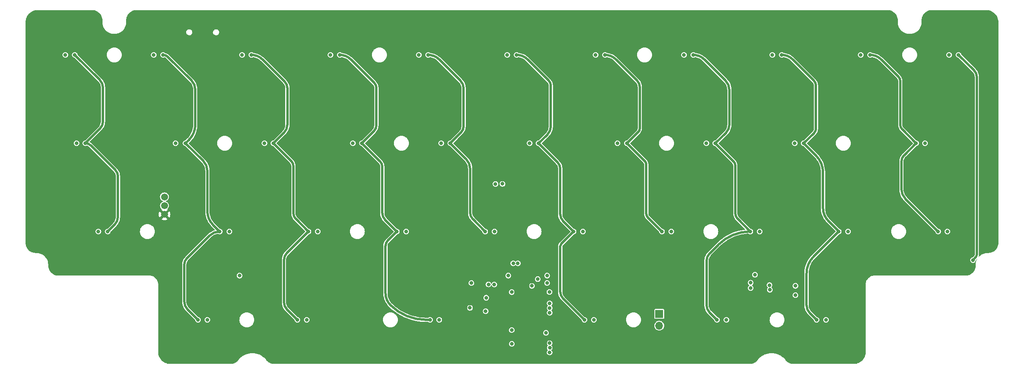
<source format=gbr>
%TF.GenerationSoftware,KiCad,Pcbnew,(7.0.0)*%
%TF.CreationDate,2024-01-31T22:55:09+01:00*%
%TF.ProjectId,travaulta HHKB,74726176-6175-46c7-9461-2048484b422e,rev?*%
%TF.SameCoordinates,Original*%
%TF.FileFunction,Copper,L3,Inr*%
%TF.FilePolarity,Positive*%
%FSLAX46Y46*%
G04 Gerber Fmt 4.6, Leading zero omitted, Abs format (unit mm)*
G04 Created by KiCad (PCBNEW (7.0.0)) date 2024-01-31 22:55:09*
%MOMM*%
%LPD*%
G01*
G04 APERTURE LIST*
%TA.AperFunction,ComponentPad*%
%ADD10C,1.500000*%
%TD*%
%TA.AperFunction,ComponentPad*%
%ADD11R,1.700000X1.700000*%
%TD*%
%TA.AperFunction,ComponentPad*%
%ADD12O,1.700000X1.700000*%
%TD*%
%TA.AperFunction,ViaPad*%
%ADD13C,0.800000*%
%TD*%
%TA.AperFunction,Conductor*%
%ADD14C,0.500000*%
%TD*%
G04 APERTURE END LIST*
D10*
%TO.N,GND*%
%TO.C,J1*%
X74322402Y-91576772D03*
%TO.N,RGB*%
X74322402Y-89676772D03*
%TO.N,+5V*%
X74322402Y-87776772D03*
%TD*%
D11*
%TO.N,VBAT*%
%TO.C,SW38*%
X180974999Y-113024999D03*
D12*
%TO.N,BOOT0*%
X180974999Y-115564999D03*
%TD*%
D13*
%TO.N,GND*%
X114300000Y-68278054D03*
X135597207Y-104261223D03*
X74457450Y-102146851D03*
X151003000Y-99314000D03*
X111125000Y-107950000D03*
X96463710Y-101616045D03*
X153987500Y-92075000D03*
X177165000Y-109855000D03*
X81280000Y-57277000D03*
X79634279Y-102166606D03*
X153988003Y-102068356D03*
X82550000Y-49999000D03*
X177176938Y-83255788D03*
X183356250Y-119062500D03*
X87249000Y-80010000D03*
X117475000Y-68262500D03*
X47117000Y-76200000D03*
X131445000Y-101854000D03*
X207962500Y-104366597D03*
X103187500Y-83125992D03*
X226028066Y-101600000D03*
X119027099Y-64169317D03*
X77430000Y-51094000D03*
X178593750Y-104324688D03*
X175451935Y-104317849D03*
X231534211Y-101576668D03*
X84198075Y-57286253D03*
X107950000Y-68278054D03*
X137577839Y-104298443D03*
X182499000Y-80010000D03*
X92075000Y-117475000D03*
X117445381Y-65971118D03*
X117475491Y-121047612D03*
X65244068Y-83266471D03*
X113284000Y-114300000D03*
X171831000Y-101981000D03*
X120215418Y-83268437D03*
X156464799Y-64146969D03*
X144653000Y-76200000D03*
X233867827Y-64186346D03*
X158602637Y-85060062D03*
X144688580Y-83212362D03*
X88926415Y-65964205D03*
X142113000Y-110617000D03*
X213758720Y-65997413D03*
X194539821Y-104317849D03*
X175816362Y-65997905D03*
X214425221Y-102091428D03*
X101155500Y-83125992D03*
X75819000Y-120777000D03*
X215272292Y-83233441D03*
X173101000Y-95250000D03*
X141859000Y-80010000D03*
X121059099Y-64169317D03*
X152584000Y-112903000D03*
X144374097Y-116215501D03*
X158753070Y-104320989D03*
X137901311Y-64231533D03*
X47371000Y-50800000D03*
X121095883Y-65974574D03*
X192539949Y-102088341D03*
X82558981Y-83268437D03*
X234950000Y-61087000D03*
X60075298Y-64176230D03*
X160918079Y-102299291D03*
X177839421Y-64193631D03*
X139700000Y-57150000D03*
X99867728Y-65952852D03*
X88900000Y-68262500D03*
X215781779Y-64193139D03*
X154003054Y-85382318D03*
X190232918Y-104293450D03*
X122237500Y-118268750D03*
X120650491Y-121047612D03*
X158750000Y-57150000D03*
X139262558Y-85049380D03*
X99815881Y-64231533D03*
X111125000Y-65960003D03*
X141294558Y-85049380D03*
X142081250Y-106362500D03*
X142081250Y-107950000D03*
X197035308Y-64193631D03*
X122986934Y-104249644D03*
X63212068Y-83266471D03*
X215900000Y-57150000D03*
X187325000Y-102108000D03*
X197044249Y-65997905D03*
X117331079Y-107950000D03*
X114272348Y-65964205D03*
X196850000Y-57150000D03*
X106426000Y-76200000D03*
X98422526Y-65950379D03*
X123825000Y-65951243D03*
X92868750Y-107950000D03*
X86288880Y-104214561D03*
X65253009Y-85070745D03*
X231512224Y-97872127D03*
X120506079Y-107950000D03*
X144716101Y-85427602D03*
X143668750Y-104344178D03*
X92075000Y-104154757D03*
X206505152Y-107452269D03*
X159004000Y-110744000D03*
X209550000Y-101508785D03*
X138303000Y-101981000D03*
X120904000Y-101727000D03*
X78607665Y-65964205D03*
X144653000Y-72517000D03*
X125349000Y-80010000D03*
X77600359Y-104245177D03*
X233876768Y-65990620D03*
X177800000Y-53213000D03*
X82189797Y-64153271D03*
X188111837Y-104311833D03*
X251079000Y-50800000D03*
X85751415Y-65964205D03*
X199852839Y-121754293D03*
X127000000Y-68309162D03*
X92075000Y-68262500D03*
X234146640Y-85107708D03*
X101092000Y-101600000D03*
X173573173Y-104293450D03*
X134874000Y-95250000D03*
X67120529Y-102090937D03*
X111125000Y-104214561D03*
X196338366Y-83219809D03*
X77300138Y-108312928D03*
X133985000Y-101727000D03*
X92075000Y-65964205D03*
X51435000Y-95250000D03*
X96774000Y-95250000D03*
X251206000Y-63500000D03*
X140493750Y-104333809D03*
X80962500Y-60071000D03*
X222758000Y-120650000D03*
X231844768Y-65990620D03*
X124474829Y-107950000D03*
X244094000Y-69723000D03*
X158496799Y-64146969D03*
X184221378Y-107343390D03*
X172415783Y-107530039D03*
X130175000Y-68309162D03*
X160911418Y-104281020D03*
X217417014Y-104354056D03*
X164306250Y-104289692D03*
X187216121Y-107327344D03*
X179217879Y-85060062D03*
X98425000Y-68262500D03*
X95250000Y-68262500D03*
X49530000Y-69850000D03*
X60116776Y-66008155D03*
X98425491Y-121047612D03*
X101847881Y-64231533D03*
X104728337Y-104167899D03*
X87249000Y-72644000D03*
X127000000Y-65951243D03*
X75692000Y-48895000D03*
X177848362Y-65997905D03*
X116496665Y-104176446D03*
X133383834Y-65953835D03*
X139933311Y-64231533D03*
X236537500Y-101600000D03*
X111125000Y-68278054D03*
X87312500Y-107950000D03*
X85725000Y-68262500D03*
X175807421Y-64193631D03*
X123825000Y-68309162D03*
X136525000Y-68262500D03*
X192561494Y-104301005D03*
X175418750Y-107530039D03*
X234950000Y-53340000D03*
X181768750Y-104324688D03*
X118375427Y-104200845D03*
X95250000Y-65964205D03*
X103148167Y-85096043D03*
X153987500Y-88900000D03*
X182499000Y-72390000D03*
X234154774Y-83203271D03*
X82567922Y-85072711D03*
X101899728Y-65952852D03*
X107950000Y-104191230D03*
X133350000Y-68309162D03*
X161131250Y-107950000D03*
X232114640Y-85107708D03*
X178593750Y-107530039D03*
X141285617Y-83245106D03*
X101121020Y-104154757D03*
X175895000Y-101981000D03*
X119063883Y-65974574D03*
X207168750Y-101473000D03*
X198361068Y-85095059D03*
X150018750Y-88900000D03*
X115824000Y-99314000D03*
X247015000Y-89027000D03*
X137872571Y-65974082D03*
X84599922Y-85072711D03*
X141859000Y-72517000D03*
X156473740Y-65951243D03*
X217304292Y-83233441D03*
X132556250Y-104249644D03*
X160634637Y-85060062D03*
X68453000Y-76200000D03*
X201676000Y-76200000D03*
X146681488Y-64206158D03*
X192024000Y-91313000D03*
X231835827Y-64186346D03*
X120650000Y-53213000D03*
X77851000Y-95250000D03*
X158593696Y-83255788D03*
X197643750Y-104323931D03*
X224282000Y-80137000D03*
X160625696Y-83255788D03*
X115607034Y-101739495D03*
X124619241Y-121047612D03*
X170676988Y-104308377D03*
X115824000Y-91313000D03*
X146793645Y-104323439D03*
X122247418Y-83268437D03*
X147066000Y-107315000D03*
X77602279Y-102166606D03*
X120650000Y-60960000D03*
X121126329Y-68333618D03*
X220662500Y-104354056D03*
X114298033Y-104219745D03*
X153321343Y-104242074D03*
X215281233Y-85037715D03*
X183356250Y-109855000D03*
X232122774Y-83203271D03*
X158505740Y-65951243D03*
X126206250Y-104261223D03*
X196329068Y-85095059D03*
X130175000Y-65951243D03*
X213749779Y-64193139D03*
X144653000Y-67691000D03*
X229235000Y-95250000D03*
X65659000Y-76200000D03*
X147896567Y-109273002D03*
X62148776Y-66008155D03*
X101600000Y-57150000D03*
X153987500Y-99218750D03*
X78581250Y-68262500D03*
X122256359Y-85072711D03*
X169545000Y-101981000D03*
X99212437Y-104149937D03*
X243967000Y-85725000D03*
X139904571Y-65974082D03*
X89408000Y-48895000D03*
X224282000Y-72390000D03*
X125349000Y-72517000D03*
X148586409Y-83241559D03*
X67120529Y-104050751D03*
X195003308Y-64193631D03*
X185166000Y-114300000D03*
X157162500Y-99314000D03*
X101911437Y-68262500D03*
X104775000Y-65960003D03*
X189144827Y-108929415D03*
X163576000Y-76200000D03*
X195012249Y-65997905D03*
X120888576Y-104225245D03*
X63221009Y-85070745D03*
X211905460Y-101600000D03*
X158750000Y-107950000D03*
X74295000Y-99314000D03*
X144652281Y-64206158D03*
X144653000Y-80010000D03*
X251079000Y-95123000D03*
X148209000Y-101981000D03*
X157956250Y-88900000D03*
X107936174Y-65943466D03*
X114300491Y-121047612D03*
X179208938Y-83255788D03*
X98806000Y-50800000D03*
X211201000Y-95250000D03*
X231521000Y-91186000D03*
X146685000Y-72517000D03*
X98425000Y-108743750D03*
X206375000Y-118268750D03*
X167481250Y-104289692D03*
X62107298Y-64176230D03*
X217313233Y-85037715D03*
X78581250Y-63500000D03*
X146685000Y-80010000D03*
X120224359Y-85072711D03*
X198370366Y-83219809D03*
X181768750Y-107343390D03*
X74441896Y-104246652D03*
X190240765Y-102103407D03*
X214312500Y-104348659D03*
X129381250Y-104261223D03*
X84590981Y-83268437D03*
X188641422Y-121694338D03*
X101116167Y-85096043D03*
X114156079Y-107950000D03*
X84137500Y-68262500D03*
X87312500Y-63500000D03*
X104775000Y-68278054D03*
X136558834Y-65953835D03*
X227965000Y-76200000D03*
X184936837Y-104311833D03*
X246473566Y-101666909D03*
X79653498Y-104245177D03*
X177185879Y-85060062D03*
X70970165Y-102114268D03*
X223043750Y-108743750D03*
X203835000Y-114300000D03*
X204787500Y-104370593D03*
X211681401Y-104370102D03*
X139253617Y-83245106D03*
X246062500Y-76200000D03*
X92075000Y-101600000D03*
X146685000Y-67691000D03*
X228600000Y-101600000D03*
X54356000Y-88900000D03*
X177800000Y-60960000D03*
X215790720Y-65997413D03*
X139953601Y-68350091D03*
X228600000Y-98425000D03*
X87653038Y-51101306D03*
X84074000Y-69850000D03*
X177165000Y-119062500D03*
%TO.N,APLEX_OUT_PIN_0*%
X210352632Y-106976214D03*
X156787000Y-106362500D03*
X156787000Y-104775000D03*
X148431250Y-104775000D03*
X140493750Y-106362500D03*
X140168917Y-111725196D03*
%TO.N,ROW0*%
X243459000Y-57150000D03*
X110109000Y-57150000D03*
X186309000Y-57150000D03*
X148209000Y-57150000D03*
X167259000Y-57150000D03*
X224409000Y-57150000D03*
X129159000Y-57150000D03*
X72009000Y-57150000D03*
X52959000Y-57150000D03*
X91059000Y-57150000D03*
X149495497Y-102108000D03*
X145669000Y-84987000D03*
X205359000Y-57150000D03*
%TO.N,ROW1*%
X55372000Y-76200000D03*
X191135000Y-76200000D03*
X133985000Y-76200000D03*
X147189272Y-84974626D03*
X76708000Y-76200000D03*
X153035000Y-76200000D03*
X210185000Y-76200000D03*
X171958000Y-76200000D03*
X114935000Y-76200000D03*
X150495000Y-102108000D03*
X238252000Y-76200000D03*
X95885000Y-76200000D03*
%TO.N,VBAT*%
X149155000Y-108331000D03*
X201599534Y-104576503D03*
X149158000Y-116524000D03*
X153545858Y-106982709D03*
X156556000Y-117129000D03*
X149189578Y-119489093D03*
X157291782Y-108302925D03*
X90487500Y-104775000D03*
X154781250Y-105533209D03*
%TO.N,COL0*%
X62103000Y-95250000D03*
X54991000Y-57150000D03*
X57277000Y-76200000D03*
%TO.N,COL1*%
X74041000Y-57150000D03*
X81550000Y-114300000D03*
X86233000Y-95250000D03*
X78867000Y-76200000D03*
%TO.N,COL2*%
X93075000Y-57150000D03*
X105362500Y-95250000D03*
X97790000Y-76200000D03*
X102980000Y-114300000D03*
%TO.N,COL3*%
X124412500Y-95250000D03*
X116887500Y-76200000D03*
X131555000Y-114300000D03*
X112125000Y-57150000D03*
%TO.N,COL4*%
X143462500Y-95250000D03*
X135937500Y-76200000D03*
X131175000Y-57150000D03*
%TO.N,COL5*%
X150241000Y-57150000D03*
X162512500Y-95250000D03*
X164846000Y-114300000D03*
X154940000Y-76200000D03*
%TO.N,COL6*%
X169291000Y-57150000D03*
X173990000Y-76200000D03*
X181562500Y-95250000D03*
X204755969Y-106823574D03*
X200668410Y-107440416D03*
%TO.N,COL7*%
X188325000Y-57150000D03*
X200674646Y-106307080D03*
X200612500Y-95250000D03*
X193421000Y-114300000D03*
X204787500Y-107822580D03*
X193040000Y-76200000D03*
%TO.N,COL8*%
X207391000Y-57150000D03*
X214884000Y-114300000D03*
X219662500Y-95250000D03*
X212090000Y-76200000D03*
%TO.N,COL9*%
X241095000Y-95250000D03*
X226441000Y-57150000D03*
X236347000Y-76200000D03*
%TO.N,ROW2*%
X164512500Y-95250000D03*
X221662500Y-95250000D03*
X126412500Y-95250000D03*
X243078000Y-95250000D03*
X202612500Y-95250000D03*
X107362500Y-95250000D03*
X145462500Y-95250000D03*
X60071000Y-95250000D03*
X88312500Y-95250000D03*
X183562500Y-95250000D03*
%TO.N,ROW3*%
X144157368Y-106657415D03*
X104980000Y-114300000D03*
X143668750Y-109537500D03*
X195453000Y-114300000D03*
X216916000Y-114300000D03*
X166878000Y-114300000D03*
X133555000Y-114300000D03*
X83550000Y-114300000D03*
%TO.N,AMUX_SEL_2*%
X157348680Y-121365408D03*
X157353000Y-110744000D03*
%TO.N,AMUX_SEL_1*%
X157357299Y-111755701D03*
X157364941Y-120356364D03*
%TO.N,AMUX_SEL_0*%
X157353500Y-119342500D03*
X157353000Y-112776000D03*
%TO.N,APLEX_EN_PIN_1*%
X145415000Y-106680000D03*
X210343750Y-108997080D03*
%TO.N,RGB*%
X143556286Y-112448643D03*
%TO.N,COL10*%
X245491000Y-57150000D03*
X248602500Y-101409500D03*
%TD*%
D14*
%TO.N,COL0*%
X63595250Y-93757750D02*
X62103000Y-95250000D01*
X61087000Y-71437500D02*
X61087000Y-64293750D01*
X60346129Y-62505129D02*
X54991000Y-57150000D01*
X58415214Y-76671464D02*
X63732484Y-81988734D01*
X64293750Y-83343750D02*
X64293750Y-92071422D01*
X57277000Y-76200000D02*
X60413481Y-73063519D01*
X63595244Y-93757744D02*
G75*
G03*
X64293750Y-92071422I-1686344J1686344D01*
G01*
X58415219Y-76671459D02*
G75*
G03*
X57277000Y-76200000I-1138219J-1138241D01*
G01*
X64293794Y-83343750D02*
G75*
G03*
X63732483Y-81988735I-1916294J-50D01*
G01*
X61086962Y-64293750D02*
G75*
G03*
X60346129Y-62505129I-2529462J50D01*
G01*
X60413473Y-73063511D02*
G75*
G03*
X61087000Y-71437500I-1625973J1626011D01*
G01*
%TO.N,COL1*%
X83566000Y-90854301D02*
X83566000Y-82133785D01*
X86233000Y-95250000D02*
X84788375Y-93805375D01*
X80168750Y-62706250D02*
X75016612Y-57554112D01*
X78581250Y-102393750D02*
X78581250Y-110331250D01*
X82692875Y-80025875D02*
X78867000Y-76200000D01*
X84010774Y-96170476D02*
X79142516Y-101038734D01*
X79288357Y-112038357D02*
X81550000Y-114300000D01*
X80962500Y-72231250D02*
X80962500Y-64622532D01*
X78867000Y-76200000D02*
X79637912Y-75429088D01*
X83566020Y-82133785D02*
G75*
G03*
X82692874Y-80025876I-2981020J-15D01*
G01*
X79142548Y-101038766D02*
G75*
G03*
X78581250Y-102393750I1354952J-1355034D01*
G01*
X75016607Y-57554117D02*
G75*
G03*
X74041000Y-57150000I-975607J-975583D01*
G01*
X79637882Y-75429058D02*
G75*
G03*
X80962500Y-72231250I-3197782J3197858D01*
G01*
X80962486Y-64622532D02*
G75*
G03*
X80168749Y-62706251I-2709986J32D01*
G01*
X86233000Y-95250000D02*
G75*
G03*
X84010775Y-96170477I0J-3142700D01*
G01*
X83565986Y-90854301D02*
G75*
G03*
X84788376Y-93805374I4173414J1D01*
G01*
X78581226Y-110331250D02*
G75*
G03*
X79288357Y-112038357I2414274J50D01*
G01*
%TO.N,COL2*%
X100076000Y-101423388D02*
X100076000Y-110509996D01*
X100702500Y-112022500D02*
X102980000Y-114300000D01*
X105362500Y-95250000D02*
X100703125Y-99909375D01*
X101679375Y-80089375D02*
X97790000Y-76200000D01*
X102108000Y-91281250D02*
X102108000Y-81124167D01*
X105362500Y-95250000D02*
X102613052Y-92500552D01*
X100099143Y-73938357D02*
X97837500Y-76200000D01*
X95432941Y-58126691D02*
X100244984Y-62938734D01*
X100806250Y-64293750D02*
X100806250Y-72231250D01*
X100076002Y-110509996D02*
G75*
G03*
X100702500Y-112022500I2138998J-4D01*
G01*
X95432934Y-58126698D02*
G75*
G03*
X93075000Y-57150000I-2357934J-2357902D01*
G01*
X100806294Y-64293750D02*
G75*
G03*
X100244983Y-62938735I-1916294J-50D01*
G01*
X102108028Y-81124167D02*
G75*
G03*
X101679375Y-80089375I-1463428J-33D01*
G01*
X102107979Y-91281250D02*
G75*
G03*
X102613052Y-92500552I1724421J50D01*
G01*
X100703139Y-99909389D02*
G75*
G03*
X100076000Y-101423388I1513961J-1514011D01*
G01*
X100099176Y-73938390D02*
G75*
G03*
X100806250Y-72231250I-1707176J1707090D01*
G01*
%TO.N,COL3*%
X114482941Y-58126691D02*
X119565987Y-63209737D01*
X120015000Y-64293750D02*
X120015000Y-72231250D01*
X121285000Y-91281250D02*
X121285000Y-81349684D01*
X124412500Y-95250000D02*
X122470458Y-97192042D01*
X130696378Y-114300000D02*
X131555000Y-114300000D01*
X120753125Y-80065625D02*
X116887500Y-76200000D01*
X124412500Y-95250000D02*
X121879854Y-92717354D01*
X121959750Y-98425000D02*
X121959750Y-108538171D01*
X119420146Y-73667354D02*
X116887500Y-76200000D01*
X119420180Y-73667388D02*
G75*
G03*
X120015000Y-72231250I-1436180J1436088D01*
G01*
X122470461Y-97192045D02*
G75*
G03*
X121959750Y-98425000I1232939J-1232955D01*
G01*
X121959778Y-108538171D02*
G75*
G03*
X123031251Y-111124999I3658322J-29D01*
G01*
X120015042Y-64293750D02*
G75*
G03*
X119565986Y-63209738I-1533042J-50D01*
G01*
X123031267Y-111124983D02*
G75*
G03*
X130696378Y-114300000I7665133J7665083D01*
G01*
X114482934Y-58126698D02*
G75*
G03*
X112125000Y-57150000I-2357934J-2357902D01*
G01*
X121284978Y-91281250D02*
G75*
G03*
X121879855Y-92717353I2031022J50D01*
G01*
X121285020Y-81349684D02*
G75*
G03*
X120753124Y-80065626I-1815920J-16D01*
G01*
%TO.N,COL4*%
X135937500Y-76200000D02*
X138215625Y-73921875D01*
X140787500Y-92575000D02*
X143462500Y-95250000D01*
X135937500Y-76200000D02*
X139298837Y-79561337D01*
X138811000Y-72484513D02*
X138811000Y-64392578D01*
X140208000Y-81756250D02*
X140208000Y-91175964D01*
X138112500Y-62706250D02*
X133532941Y-58126691D01*
X138215611Y-73921861D02*
G75*
G03*
X138811000Y-72484513I-1437311J1437361D01*
G01*
X133532934Y-58126698D02*
G75*
G03*
X131175000Y-57150000I-2357934J-2357902D01*
G01*
X140208016Y-91175964D02*
G75*
G03*
X140787501Y-92574999I1978484J-36D01*
G01*
X140207957Y-81756250D02*
G75*
G03*
X139298837Y-79561337I-3104057J50D01*
G01*
X138811023Y-64392578D02*
G75*
G03*
X138112500Y-62706250I-2384823J-22D01*
G01*
%TO.N,COL5*%
X160210500Y-109664500D02*
X164846000Y-114300000D01*
X162512500Y-95250000D02*
X159852193Y-97910307D01*
X157607000Y-72536457D02*
X157607000Y-63779367D01*
X154940000Y-76200000D02*
X159032832Y-80292832D01*
X159639000Y-98425000D02*
X159639000Y-108284777D01*
X160234375Y-92971875D02*
X162512500Y-95250000D01*
X154987500Y-76200000D02*
X156868750Y-74318750D01*
X157162500Y-62706250D02*
X152571628Y-58115378D01*
X159639000Y-81756250D02*
X159639000Y-91534513D01*
X159852190Y-97910304D02*
G75*
G03*
X159639000Y-98425000I514710J-514696D01*
G01*
X157607027Y-63779367D02*
G75*
G03*
X157162499Y-62706251I-1517627J-33D01*
G01*
X152571627Y-58115379D02*
G75*
G03*
X150241000Y-57150000I-2330627J-2330621D01*
G01*
X159639030Y-81756250D02*
G75*
G03*
X159032831Y-80292833I-2069630J-50D01*
G01*
X159638981Y-91534513D02*
G75*
G03*
X160234376Y-92971874I2032719J13D01*
G01*
X159639010Y-108284777D02*
G75*
G03*
X160210500Y-109664500I1951190J-23D01*
G01*
X156868763Y-74318763D02*
G75*
G03*
X157607000Y-72536457I-1782263J1782263D01*
G01*
%TO.N,COL6*%
X173990000Y-76200000D02*
X177879375Y-80089375D01*
X176784000Y-73025000D02*
X176784000Y-64085973D01*
X178181000Y-80817562D02*
X178181000Y-91430625D01*
X174037500Y-76200000D02*
X176481005Y-73756495D01*
X178490625Y-92178125D02*
X181562500Y-95250000D01*
X176212500Y-62706250D02*
X171621628Y-58115378D01*
X178180976Y-91430625D02*
G75*
G03*
X178490625Y-92178125I1057124J25D01*
G01*
X178181030Y-80817562D02*
G75*
G03*
X177879375Y-80089375I-1029830J-38D01*
G01*
X176784025Y-64085973D02*
G75*
G03*
X176212499Y-62706251I-1951225J-27D01*
G01*
X176481007Y-73756497D02*
G75*
G03*
X176784000Y-73025000I-731507J731497D01*
G01*
X171621627Y-58115379D02*
G75*
G03*
X169291000Y-57150000I-2330627J-2330621D01*
G01*
%TO.N,COL7*%
X195262500Y-62706250D02*
X190682941Y-58126691D01*
X197863051Y-92500551D02*
X200612500Y-95250000D01*
X193040000Y-76200000D02*
X197043691Y-80203691D01*
X197358000Y-80962500D02*
X197358000Y-91281250D01*
X191166742Y-101600000D02*
X191166742Y-111125000D01*
X196088000Y-72231250D02*
X196088000Y-64699183D01*
X193087500Y-76200000D02*
X195403343Y-73884157D01*
X191817805Y-112696805D02*
X193421000Y-114300000D01*
X193702384Y-98112264D02*
X191839974Y-99974674D01*
X197358021Y-91281250D02*
G75*
G03*
X197863052Y-92500550I1724279J-50D01*
G01*
X191166740Y-111125000D02*
G75*
G03*
X191817806Y-112696804I2222860J0D01*
G01*
X200612500Y-95250007D02*
G75*
G03*
X193702385Y-98112265I0J-9772393D01*
G01*
X190682934Y-58126698D02*
G75*
G03*
X188325000Y-57150000I-2357934J-2357902D01*
G01*
X191839974Y-99974674D02*
G75*
G03*
X191166742Y-101600000I1625326J-1625326D01*
G01*
X197358005Y-80962500D02*
G75*
G03*
X197043691Y-80203691I-1073105J0D01*
G01*
X195403376Y-73884190D02*
G75*
G03*
X196088000Y-72231250I-1652976J1652890D01*
G01*
X196088021Y-64699183D02*
G75*
G03*
X195262500Y-62706250I-2818421J-17D01*
G01*
%TO.N,COL8*%
X214884000Y-114300000D02*
X213407625Y-112823625D01*
X219662500Y-95202500D02*
X219662500Y-95250000D01*
X214209375Y-100703125D02*
X219662500Y-95250000D01*
X212137500Y-76200000D02*
X214364202Y-73973298D01*
X214312500Y-62706250D02*
X209721628Y-58115378D01*
X212090000Y-76200000D02*
X214754356Y-78864356D01*
X214757000Y-73025000D02*
X214757000Y-63779367D01*
X217408125Y-92948125D02*
X219662500Y-95202500D01*
X212725000Y-111175623D02*
X212725000Y-104286723D01*
X216281000Y-82550000D02*
X216281000Y-90227005D01*
X214209358Y-100703108D02*
G75*
G03*
X212725000Y-104286723I3583642J-3583592D01*
G01*
X212724977Y-111175623D02*
G75*
G03*
X213407626Y-112823624I2330623J23D01*
G01*
X216280984Y-90227005D02*
G75*
G03*
X217408125Y-92948125I3848216J5D01*
G01*
X214757027Y-63779367D02*
G75*
G03*
X214312499Y-62706251I-1517627J-33D01*
G01*
X216280996Y-82550000D02*
G75*
G03*
X214754356Y-78864356I-5212296J0D01*
G01*
X209721627Y-58115379D02*
G75*
G03*
X207391000Y-57150000I-2330627J-2330621D01*
G01*
X214364203Y-73973299D02*
G75*
G03*
X214757000Y-73025000I-948303J948299D01*
G01*
%TO.N,COL9*%
X232918000Y-72231250D02*
X232918000Y-62755664D01*
X236347000Y-76200000D02*
X233733267Y-78813733D01*
X234053750Y-88208750D02*
X241095000Y-95250000D01*
X236330000Y-76200000D02*
X233311682Y-73181681D01*
X232568750Y-61912500D02*
X228771628Y-58115378D01*
X233172000Y-80168750D02*
X233172000Y-86080018D01*
X228771627Y-58115379D02*
G75*
G03*
X226441000Y-57150000I-2330627J-2330621D01*
G01*
X233733288Y-78813754D02*
G75*
G03*
X233172000Y-80168750I1355012J-1355046D01*
G01*
X233171993Y-86080018D02*
G75*
G03*
X234053750Y-88208750I3010507J18D01*
G01*
X232917962Y-72231250D02*
G75*
G03*
X233311682Y-73181681I1344138J50D01*
G01*
X232918029Y-62755664D02*
G75*
G03*
X232568750Y-61912500I-1192429J-36D01*
G01*
%TO.N,COL10*%
X248844283Y-60503283D02*
X245491000Y-57150000D01*
X248602500Y-101409500D02*
X249221625Y-100790375D01*
X249428000Y-100292142D02*
X249428000Y-61912500D01*
X249428009Y-61912500D02*
G75*
G03*
X248844282Y-60503284I-1992909J0D01*
G01*
X249221602Y-100790352D02*
G75*
G03*
X249428000Y-100292142I-498202J498252D01*
G01*
%TD*%
%TA.AperFunction,Conductor*%
%TO.N,GND*%
G36*
X230200348Y-47475520D02*
G01*
X230298956Y-47481485D01*
X230298956Y-47481499D01*
X230299009Y-47481488D01*
X230471593Y-47492799D01*
X230472909Y-47492963D01*
X230599140Y-47516096D01*
X230599298Y-47516126D01*
X230743441Y-47544797D01*
X230744618Y-47545097D01*
X230872041Y-47584803D01*
X230872119Y-47584829D01*
X231006581Y-47630473D01*
X231007622Y-47630883D01*
X231131044Y-47686431D01*
X231131417Y-47686607D01*
X231138829Y-47690262D01*
X231256886Y-47748482D01*
X231257750Y-47748954D01*
X231323021Y-47788412D01*
X231374440Y-47819496D01*
X231374887Y-47819781D01*
X231490392Y-47896959D01*
X231491108Y-47897477D01*
X231598807Y-47981853D01*
X231599305Y-47982266D01*
X231703474Y-48073620D01*
X231704033Y-48074144D01*
X231800854Y-48170965D01*
X231801378Y-48171524D01*
X231892740Y-48275703D01*
X231893153Y-48276201D01*
X231977513Y-48383879D01*
X231978031Y-48384595D01*
X232055225Y-48500123D01*
X232055510Y-48500570D01*
X232126040Y-48617239D01*
X232126520Y-48618117D01*
X232188395Y-48743588D01*
X232188571Y-48743961D01*
X232244115Y-48867376D01*
X232244525Y-48868417D01*
X232290145Y-49002808D01*
X232290236Y-49003088D01*
X232329896Y-49130363D01*
X232330201Y-49131561D01*
X232358877Y-49275723D01*
X232358910Y-49275897D01*
X232382033Y-49402076D01*
X232382200Y-49403420D01*
X232393519Y-49576116D01*
X232393520Y-49576176D01*
X232393523Y-49576176D01*
X232399479Y-49674636D01*
X232399500Y-49675342D01*
X232399500Y-50074998D01*
X232399499Y-50075000D01*
X232399499Y-50229277D01*
X232399540Y-50229618D01*
X232399541Y-50229627D01*
X232436648Y-50535232D01*
X232436649Y-50535242D01*
X232436691Y-50535581D01*
X232436774Y-50535918D01*
X232436774Y-50535920D01*
X232510533Y-50835169D01*
X232510654Y-50835488D01*
X232510656Y-50835494D01*
X232619821Y-51123340D01*
X232619947Y-51123672D01*
X232763339Y-51396883D01*
X232763540Y-51397174D01*
X232763541Y-51397175D01*
X232938406Y-51650511D01*
X232938618Y-51650817D01*
X232938849Y-51651077D01*
X232938850Y-51651079D01*
X233143001Y-51881518D01*
X233143227Y-51881773D01*
X233374183Y-52086382D01*
X233628118Y-52261661D01*
X233901329Y-52405053D01*
X234189832Y-52514468D01*
X234489419Y-52588309D01*
X234795724Y-52625501D01*
X235103921Y-52625501D01*
X235104277Y-52625501D01*
X235410582Y-52588309D01*
X235710169Y-52514467D01*
X235998672Y-52405052D01*
X236271883Y-52261660D01*
X236525818Y-52086382D01*
X236756774Y-51881773D01*
X236961383Y-51650817D01*
X237136661Y-51396882D01*
X237280053Y-51123671D01*
X237389468Y-50835168D01*
X237463309Y-50535580D01*
X237500501Y-50229276D01*
X237500501Y-50074999D01*
X237500501Y-50074499D01*
X237500501Y-49675359D01*
X237500522Y-49674653D01*
X237502904Y-49635268D01*
X237506487Y-49576047D01*
X237506498Y-49576047D01*
X237506490Y-49575994D01*
X237517802Y-49403400D01*
X237517964Y-49402097D01*
X237541123Y-49275723D01*
X237569801Y-49131549D01*
X237570100Y-49130376D01*
X237609802Y-49002969D01*
X237609826Y-49002897D01*
X237655482Y-48868398D01*
X237655876Y-48867398D01*
X237711451Y-48743915D01*
X237711588Y-48743624D01*
X237773494Y-48618091D01*
X237773940Y-48617275D01*
X237844526Y-48500513D01*
X237844754Y-48500155D01*
X237921975Y-48384585D01*
X237922461Y-48383913D01*
X238006877Y-48276164D01*
X238007239Y-48275728D01*
X238098654Y-48171489D01*
X238099118Y-48170994D01*
X238195994Y-48074119D01*
X238196489Y-48073654D01*
X238300728Y-47982239D01*
X238301164Y-47981877D01*
X238408913Y-47897461D01*
X238409585Y-47896975D01*
X238525155Y-47819754D01*
X238525513Y-47819526D01*
X238642275Y-47748940D01*
X238643091Y-47748494D01*
X238768624Y-47686588D01*
X238768915Y-47686451D01*
X238892398Y-47630876D01*
X238893398Y-47630482D01*
X239027897Y-47584826D01*
X239027969Y-47584802D01*
X239155376Y-47545100D01*
X239156549Y-47544801D01*
X239300756Y-47516116D01*
X239427097Y-47492964D01*
X239428400Y-47492802D01*
X239600994Y-47481490D01*
X239601047Y-47481498D01*
X239601047Y-47481487D01*
X239601077Y-47481484D01*
X239699652Y-47475522D01*
X239700359Y-47475501D01*
X239700500Y-47475501D01*
X251474663Y-47475499D01*
X251475319Y-47475517D01*
X251477479Y-47475638D01*
X251590607Y-47481991D01*
X251772396Y-47492988D01*
X251773597Y-47493126D01*
X251914616Y-47517086D01*
X252070557Y-47545663D01*
X252071665Y-47545923D01*
X252213531Y-47586794D01*
X252213580Y-47586809D01*
X252360589Y-47632619D01*
X252361550Y-47632968D01*
X252499559Y-47690133D01*
X252499838Y-47690253D01*
X252629201Y-47748474D01*
X252638486Y-47752653D01*
X252639343Y-47753082D01*
X252770940Y-47825813D01*
X252771211Y-47825969D01*
X252888642Y-47896959D01*
X252900569Y-47904169D01*
X252901286Y-47904640D01*
X253024248Y-47991886D01*
X253024694Y-47992218D01*
X253143269Y-48085116D01*
X253143849Y-48085602D01*
X253256448Y-48186226D01*
X253256925Y-48186677D01*
X253363320Y-48293072D01*
X253363771Y-48293549D01*
X253464397Y-48406150D01*
X253464883Y-48406730D01*
X253513087Y-48468257D01*
X253557787Y-48525312D01*
X253558091Y-48525720D01*
X253623031Y-48617244D01*
X253645363Y-48648718D01*
X253645834Y-48649435D01*
X253723990Y-48778722D01*
X253724217Y-48779116D01*
X253796918Y-48910661D01*
X253797347Y-48911518D01*
X253859730Y-49050124D01*
X253859870Y-49050449D01*
X253917024Y-49188432D01*
X253917385Y-49189428D01*
X253963159Y-49336319D01*
X253963232Y-49336561D01*
X254004072Y-49478322D01*
X254004337Y-49479452D01*
X254032891Y-49635268D01*
X254032839Y-49635277D01*
X254032919Y-49635417D01*
X254056869Y-49776374D01*
X254057013Y-49777628D01*
X254068025Y-49959690D01*
X254068028Y-49959740D01*
X254074482Y-50074661D01*
X254074500Y-50075317D01*
X254074500Y-97683641D01*
X254074479Y-97684347D01*
X254068518Y-97782897D01*
X254068514Y-97782956D01*
X254057199Y-97955578D01*
X254057032Y-97956922D01*
X254033909Y-98083101D01*
X254033876Y-98083275D01*
X254005201Y-98227437D01*
X254004896Y-98228635D01*
X253965233Y-98355917D01*
X253965142Y-98356197D01*
X253919525Y-98490577D01*
X253919115Y-98491618D01*
X253863568Y-98615040D01*
X253863392Y-98615413D01*
X253801519Y-98740880D01*
X253801039Y-98741758D01*
X253730505Y-98858434D01*
X253730220Y-98858881D01*
X253653035Y-98974396D01*
X253652517Y-98975112D01*
X253568144Y-99082806D01*
X253567731Y-99083304D01*
X253476384Y-99187466D01*
X253475860Y-99188025D01*
X253379025Y-99284860D01*
X253378466Y-99285384D01*
X253274304Y-99376731D01*
X253273806Y-99377144D01*
X253166112Y-99461517D01*
X253165396Y-99462035D01*
X253049881Y-99539220D01*
X253049434Y-99539505D01*
X252932758Y-99610039D01*
X252931880Y-99610519D01*
X252806413Y-99672392D01*
X252806040Y-99672568D01*
X252682618Y-99728115D01*
X252681577Y-99728525D01*
X252547197Y-99774142D01*
X252546917Y-99774233D01*
X252419635Y-99813896D01*
X252418437Y-99814201D01*
X252274275Y-99842876D01*
X252274101Y-99842909D01*
X252147922Y-99866032D01*
X252146578Y-99866199D01*
X251974015Y-99877510D01*
X251973956Y-99877514D01*
X251875347Y-99883479D01*
X251874641Y-99883500D01*
X251734438Y-99883500D01*
X251734375Y-99883487D01*
X251734375Y-99883474D01*
X251734310Y-99883473D01*
X251734306Y-99883473D01*
X251591462Y-99883470D01*
X251591140Y-99883470D01*
X251590826Y-99883505D01*
X251590814Y-99883506D01*
X251306806Y-99915499D01*
X251306803Y-99915499D01*
X251306470Y-99915537D01*
X251306164Y-99915606D01*
X251306145Y-99915610D01*
X251027500Y-99979204D01*
X251027496Y-99979204D01*
X251027181Y-99979277D01*
X251026874Y-99979384D01*
X251026865Y-99979387D01*
X250757094Y-100073779D01*
X250757080Y-100073784D01*
X250756785Y-100073888D01*
X250756497Y-100074026D01*
X250756489Y-100074030D01*
X250498979Y-100198038D01*
X250498972Y-100198041D01*
X250498683Y-100198181D01*
X250498429Y-100198340D01*
X250498410Y-100198351D01*
X250256397Y-100350417D01*
X250256389Y-100350421D01*
X250256121Y-100350591D01*
X250255864Y-100350795D01*
X250255861Y-100350798D01*
X250100150Y-100474974D01*
X250032150Y-100529202D01*
X250031926Y-100529425D01*
X250031917Y-100529434D01*
X249829818Y-100731535D01*
X249829809Y-100731544D01*
X249829586Y-100731768D01*
X249829389Y-100732014D01*
X249829380Y-100732025D01*
X249807957Y-100758889D01*
X249800705Y-100763140D01*
X249792474Y-100761430D01*
X249787514Y-100754642D01*
X249788385Y-100746283D01*
X249793849Y-100735563D01*
X249850042Y-100562651D01*
X249878495Y-100383076D01*
X249878496Y-100360056D01*
X249878500Y-100360044D01*
X249878500Y-100283325D01*
X249878503Y-100232859D01*
X249878500Y-100232848D01*
X249878500Y-61912522D01*
X249878504Y-61912500D01*
X249878509Y-61912500D01*
X249878509Y-61775279D01*
X249847781Y-61502563D01*
X249786711Y-61235002D01*
X249696067Y-60975961D01*
X249576989Y-60728698D01*
X249430975Y-60496323D01*
X249259861Y-60281757D01*
X249204777Y-60226674D01*
X246094726Y-57116622D01*
X246091399Y-57109878D01*
X246076044Y-56993238D01*
X246015536Y-56847159D01*
X245919282Y-56721718D01*
X245793841Y-56625464D01*
X245793127Y-56625168D01*
X245793125Y-56625167D01*
X245648473Y-56565250D01*
X245648469Y-56565249D01*
X245647762Y-56564956D01*
X245647003Y-56564856D01*
X245646999Y-56564855D01*
X245491760Y-56544418D01*
X245491000Y-56544318D01*
X245490240Y-56544418D01*
X245335000Y-56564855D01*
X245334995Y-56564856D01*
X245334238Y-56564956D01*
X245333532Y-56565248D01*
X245333526Y-56565250D01*
X245188874Y-56625167D01*
X245188868Y-56625169D01*
X245188159Y-56625464D01*
X245187545Y-56625934D01*
X245187545Y-56625935D01*
X245063328Y-56721249D01*
X245063323Y-56721253D01*
X245062718Y-56721718D01*
X245062253Y-56722323D01*
X245062249Y-56722328D01*
X245008088Y-56792913D01*
X244966464Y-56847159D01*
X244966169Y-56847868D01*
X244966167Y-56847874D01*
X244906250Y-56992526D01*
X244906248Y-56992532D01*
X244905956Y-56993238D01*
X244905856Y-56993995D01*
X244905855Y-56994000D01*
X244888757Y-57123878D01*
X244885318Y-57150000D01*
X244885418Y-57150760D01*
X244905855Y-57305999D01*
X244905856Y-57306003D01*
X244905956Y-57306762D01*
X244906249Y-57307469D01*
X244906250Y-57307473D01*
X244945052Y-57401148D01*
X244966464Y-57452841D01*
X245062718Y-57578282D01*
X245188159Y-57674536D01*
X245334238Y-57735044D01*
X245450877Y-57750399D01*
X245457622Y-57753726D01*
X248483795Y-60779898D01*
X248483797Y-60779901D01*
X248525461Y-60821564D01*
X248525984Y-60822123D01*
X248658258Y-60972950D01*
X248659190Y-60974164D01*
X248770433Y-61140647D01*
X248771198Y-61141972D01*
X248859756Y-61321547D01*
X248860342Y-61322961D01*
X248924704Y-61512563D01*
X248925100Y-61514041D01*
X248964163Y-61710418D01*
X248964363Y-61711936D01*
X248977475Y-61911982D01*
X248977500Y-61912747D01*
X248977500Y-100291346D01*
X248977400Y-100292874D01*
X248969038Y-100356354D01*
X248968247Y-100359304D01*
X248944039Y-100417738D01*
X248942512Y-100420383D01*
X248903387Y-100471367D01*
X248902378Y-100472517D01*
X248861149Y-100513744D01*
X248861137Y-100513757D01*
X248569122Y-100805772D01*
X248562376Y-100809099D01*
X248446500Y-100824355D01*
X248446495Y-100824356D01*
X248445738Y-100824456D01*
X248445032Y-100824748D01*
X248445026Y-100824750D01*
X248300374Y-100884667D01*
X248300368Y-100884669D01*
X248299659Y-100884964D01*
X248299045Y-100885434D01*
X248299045Y-100885435D01*
X248174828Y-100980749D01*
X248174823Y-100980753D01*
X248174218Y-100981218D01*
X248173753Y-100981823D01*
X248173749Y-100981828D01*
X248125551Y-101044642D01*
X248077964Y-101106659D01*
X248077669Y-101107368D01*
X248077667Y-101107374D01*
X248017750Y-101252026D01*
X248017748Y-101252032D01*
X248017456Y-101252738D01*
X248017356Y-101253495D01*
X248017355Y-101253500D01*
X248003495Y-101358780D01*
X247996818Y-101409500D01*
X247996918Y-101410260D01*
X248017355Y-101565499D01*
X248017356Y-101565503D01*
X248017456Y-101566262D01*
X248017749Y-101566969D01*
X248017750Y-101566973D01*
X248077667Y-101711625D01*
X248077964Y-101712341D01*
X248174218Y-101837782D01*
X248299659Y-101934036D01*
X248445738Y-101994544D01*
X248602500Y-102015182D01*
X248759262Y-101994544D01*
X248905341Y-101934036D01*
X249030782Y-101837782D01*
X249127036Y-101712341D01*
X249187544Y-101566262D01*
X249202899Y-101449620D01*
X249206225Y-101442877D01*
X249505902Y-101143200D01*
X249513518Y-101139792D01*
X249521469Y-101142326D01*
X249525709Y-101149514D01*
X249524081Y-101157698D01*
X249498744Y-101198023D01*
X249498732Y-101198043D01*
X249498569Y-101198304D01*
X249498429Y-101198593D01*
X249498426Y-101198600D01*
X249374421Y-101456111D01*
X249374414Y-101456126D01*
X249374279Y-101456408D01*
X249374175Y-101456704D01*
X249374173Y-101456710D01*
X249279775Y-101726505D01*
X249279774Y-101726510D01*
X249279671Y-101726804D01*
X249279601Y-101727109D01*
X249279600Y-101727114D01*
X249216006Y-102005769D01*
X249216002Y-102005788D01*
X249215933Y-102006094D01*
X249215895Y-102006427D01*
X249215895Y-102006430D01*
X249183904Y-102290438D01*
X249183904Y-102290440D01*
X249183868Y-102290764D01*
X249183868Y-102291086D01*
X249183868Y-102291087D01*
X249183874Y-102433999D01*
X249183874Y-102574639D01*
X249183853Y-102575346D01*
X249177888Y-102673886D01*
X249177884Y-102673945D01*
X249166562Y-102846574D01*
X249166395Y-102847918D01*
X249143267Y-102974091D01*
X249143234Y-102974264D01*
X249114555Y-103118423D01*
X249114250Y-103119621D01*
X249074590Y-103246880D01*
X249074499Y-103247160D01*
X249028869Y-103381568D01*
X249028459Y-103382609D01*
X248972918Y-103506010D01*
X248972742Y-103506383D01*
X248910864Y-103631850D01*
X248910384Y-103632728D01*
X248839851Y-103749401D01*
X248839566Y-103749848D01*
X248762377Y-103865366D01*
X248761859Y-103866082D01*
X248677478Y-103973783D01*
X248677064Y-103974281D01*
X248585738Y-104078417D01*
X248585215Y-104078976D01*
X248488366Y-104175824D01*
X248487807Y-104176348D01*
X248383657Y-104267684D01*
X248383159Y-104268097D01*
X248275454Y-104352478D01*
X248274738Y-104352996D01*
X248159237Y-104430173D01*
X248158790Y-104430458D01*
X248042108Y-104500995D01*
X248041230Y-104501475D01*
X247915767Y-104563349D01*
X247915394Y-104563525D01*
X247791982Y-104619070D01*
X247790941Y-104619480D01*
X247656539Y-104665106D01*
X247656259Y-104665197D01*
X247529001Y-104704855D01*
X247527803Y-104705160D01*
X247383618Y-104733843D01*
X247383444Y-104733876D01*
X247257285Y-104757000D01*
X247255943Y-104757167D01*
X247086426Y-104768297D01*
X247086366Y-104768301D01*
X246984375Y-104774474D01*
X246984367Y-104774352D01*
X246983661Y-104774498D01*
X227299904Y-104774498D01*
X227299896Y-104774500D01*
X227181988Y-104774500D01*
X227181623Y-104774548D01*
X227181608Y-104774549D01*
X226948372Y-104805256D01*
X226948356Y-104805259D01*
X226947985Y-104805308D01*
X226947605Y-104805409D01*
X226947604Y-104805410D01*
X226720386Y-104866293D01*
X226720383Y-104866293D01*
X226720006Y-104866395D01*
X226719643Y-104866545D01*
X226719641Y-104866546D01*
X226502313Y-104956565D01*
X226502304Y-104956569D01*
X226501950Y-104956716D01*
X226501619Y-104956906D01*
X226501609Y-104956912D01*
X226297881Y-105074535D01*
X226297877Y-105074537D01*
X226297549Y-105074727D01*
X226297254Y-105074953D01*
X226297247Y-105074958D01*
X226110602Y-105218175D01*
X226110590Y-105218185D01*
X226110300Y-105218408D01*
X226110036Y-105218671D01*
X226110028Y-105218679D01*
X225943679Y-105385029D01*
X225943671Y-105385037D01*
X225943408Y-105385301D01*
X225943185Y-105385591D01*
X225943175Y-105385603D01*
X225799958Y-105572248D01*
X225799953Y-105572255D01*
X225799727Y-105572550D01*
X225799537Y-105572878D01*
X225799535Y-105572882D01*
X225681912Y-105776610D01*
X225681906Y-105776620D01*
X225681716Y-105776951D01*
X225681569Y-105777305D01*
X225681565Y-105777314D01*
X225591545Y-105994642D01*
X225591394Y-105995007D01*
X225591292Y-105995384D01*
X225591292Y-105995387D01*
X225548273Y-106155935D01*
X225530307Y-106222986D01*
X225530258Y-106223357D01*
X225530255Y-106223373D01*
X225499549Y-106456609D01*
X225499548Y-106456624D01*
X225499500Y-106456989D01*
X225499500Y-106457372D01*
X225499500Y-121224663D01*
X225499482Y-121225319D01*
X225493019Y-121340400D01*
X225493016Y-121340450D01*
X225482012Y-121522369D01*
X225481868Y-121523623D01*
X225457921Y-121664556D01*
X225457894Y-121664705D01*
X225429336Y-121820543D01*
X225429071Y-121821673D01*
X225388224Y-121963458D01*
X225388151Y-121963700D01*
X225342387Y-122110562D01*
X225342026Y-122111558D01*
X225284865Y-122249559D01*
X225284725Y-122249884D01*
X225222350Y-122388474D01*
X225221921Y-122389332D01*
X225149213Y-122520886D01*
X225148986Y-122521279D01*
X225070829Y-122650568D01*
X225070358Y-122651285D01*
X224983106Y-122774255D01*
X224982774Y-122774701D01*
X224889886Y-122893263D01*
X224889400Y-122893843D01*
X224788769Y-123006450D01*
X224788318Y-123006927D01*
X224681925Y-123113320D01*
X224681448Y-123113771D01*
X224568848Y-123214397D01*
X224568268Y-123214883D01*
X224449703Y-123307773D01*
X224449257Y-123308105D01*
X224326278Y-123395363D01*
X224325561Y-123395834D01*
X224196299Y-123473975D01*
X224195906Y-123474202D01*
X224064325Y-123546925D01*
X224063467Y-123547354D01*
X223924884Y-123609724D01*
X223924559Y-123609864D01*
X223786566Y-123667023D01*
X223785570Y-123667384D01*
X223638685Y-123713156D01*
X223638443Y-123713229D01*
X223496674Y-123754071D01*
X223495544Y-123754336D01*
X223339706Y-123782894D01*
X223339557Y-123782921D01*
X223198624Y-123806868D01*
X223197370Y-123807012D01*
X223015501Y-123818013D01*
X223015451Y-123818016D01*
X222900320Y-123824482D01*
X222899664Y-123824500D01*
X209934709Y-123824500D01*
X209934042Y-123824481D01*
X209873331Y-123821014D01*
X209873236Y-123821008D01*
X209669958Y-123807738D01*
X209668726Y-123807592D01*
X209557815Y-123788412D01*
X209557534Y-123788360D01*
X209404662Y-123758052D01*
X209403643Y-123757802D01*
X209287277Y-123723654D01*
X209286833Y-123723513D01*
X209218161Y-123700280D01*
X209147081Y-123676231D01*
X209146278Y-123675926D01*
X209032084Y-123627690D01*
X209031477Y-123627413D01*
X208900756Y-123563172D01*
X208900165Y-123562860D01*
X208792226Y-123501931D01*
X208791494Y-123501482D01*
X208668671Y-123419725D01*
X208668279Y-123419452D01*
X208653195Y-123408498D01*
X208570162Y-123348199D01*
X208569352Y-123347554D01*
X208451954Y-123245037D01*
X208451741Y-123244846D01*
X208419078Y-123214883D01*
X208368785Y-123168748D01*
X208367921Y-123167867D01*
X208234292Y-123016272D01*
X208234229Y-123016199D01*
X208225777Y-123006450D01*
X208193127Y-122968791D01*
X208192718Y-122968291D01*
X208081590Y-122824218D01*
X208081413Y-122823988D01*
X207831191Y-122557231D01*
X207556512Y-122315730D01*
X207556295Y-122315573D01*
X207556287Y-122315567D01*
X207260153Y-122101890D01*
X207260146Y-122101885D01*
X207259914Y-122101718D01*
X207259660Y-122101569D01*
X207259653Y-122101565D01*
X206944398Y-121917323D01*
X206944392Y-121917319D01*
X206944139Y-121917172D01*
X206885835Y-121890240D01*
X206612347Y-121763909D01*
X206612342Y-121763907D01*
X206612104Y-121763797D01*
X206555653Y-121744046D01*
X206267132Y-121643098D01*
X206267116Y-121643093D01*
X206266878Y-121643010D01*
X206093408Y-121600485D01*
X205911910Y-121555992D01*
X205911905Y-121555991D01*
X205911648Y-121555928D01*
X205911386Y-121555890D01*
X205911371Y-121555887D01*
X205549987Y-121503396D01*
X205549969Y-121503394D01*
X205549699Y-121503355D01*
X205549426Y-121503341D01*
X205549407Y-121503340D01*
X205184666Y-121485790D01*
X205184375Y-121485776D01*
X205184084Y-121485790D01*
X204819341Y-121503340D01*
X204819320Y-121503341D01*
X204819050Y-121503355D01*
X204818781Y-121503394D01*
X204818761Y-121503396D01*
X204457377Y-121555887D01*
X204457358Y-121555890D01*
X204457101Y-121555928D01*
X204456847Y-121555990D01*
X204456838Y-121555992D01*
X204102132Y-121642946D01*
X204102126Y-121642947D01*
X204101872Y-121643010D01*
X204101639Y-121643091D01*
X204101617Y-121643098D01*
X203756896Y-121763709D01*
X203756892Y-121763710D01*
X203756645Y-121763797D01*
X203756413Y-121763904D01*
X203756401Y-121763909D01*
X203424875Y-121917049D01*
X203424865Y-121917054D01*
X203424610Y-121917172D01*
X203424365Y-121917315D01*
X203424350Y-121917323D01*
X203109095Y-122101565D01*
X203109078Y-122101575D01*
X203108835Y-122101718D01*
X203108611Y-122101879D01*
X203108595Y-122101890D01*
X202812462Y-122315567D01*
X202812444Y-122315581D01*
X202812238Y-122315730D01*
X202812038Y-122315905D01*
X202812029Y-122315913D01*
X202537771Y-122557044D01*
X202537764Y-122557050D01*
X202537559Y-122557231D01*
X202537372Y-122557429D01*
X202537362Y-122557440D01*
X202287538Y-122823773D01*
X202287531Y-122823780D01*
X202287336Y-122823989D01*
X202287164Y-122824211D01*
X202287158Y-122824219D01*
X202175861Y-122968511D01*
X202175437Y-122969030D01*
X202135571Y-123015006D01*
X202135508Y-123015078D01*
X202000817Y-123167878D01*
X201999949Y-123168763D01*
X201916987Y-123244859D01*
X201916773Y-123245050D01*
X201799405Y-123347534D01*
X201798585Y-123348188D01*
X201700455Y-123419446D01*
X201700063Y-123419719D01*
X201577249Y-123501468D01*
X201576517Y-123501917D01*
X201468579Y-123562843D01*
X201467988Y-123563155D01*
X201337258Y-123627401D01*
X201336651Y-123627678D01*
X201222465Y-123675911D01*
X201221662Y-123676216D01*
X201081899Y-123723506D01*
X201081444Y-123723649D01*
X200965112Y-123757792D01*
X200964093Y-123758043D01*
X200811223Y-123788356D01*
X200810941Y-123788408D01*
X200700025Y-123807594D01*
X200698793Y-123807740D01*
X200493883Y-123821114D01*
X200493789Y-123821120D01*
X200435007Y-123824481D01*
X200434339Y-123824500D01*
X98015961Y-123824500D01*
X98015293Y-123824481D01*
X97954584Y-123821011D01*
X97954489Y-123821005D01*
X97751206Y-123807723D01*
X97749975Y-123807577D01*
X97639080Y-123788395D01*
X97638798Y-123788343D01*
X97485918Y-123758030D01*
X97484899Y-123757780D01*
X97368533Y-123723629D01*
X97368078Y-123723485D01*
X97228329Y-123676201D01*
X97227526Y-123675896D01*
X97113353Y-123627670D01*
X97112746Y-123627393D01*
X96982008Y-123563147D01*
X96981417Y-123562835D01*
X96947241Y-123543545D01*
X96873471Y-123501908D01*
X96872755Y-123501468D01*
X96767864Y-123431652D01*
X96749913Y-123419704D01*
X96749521Y-123419431D01*
X96651417Y-123348195D01*
X96650597Y-123347541D01*
X96605050Y-123307773D01*
X96533161Y-123245005D01*
X96533009Y-123244869D01*
X96488240Y-123203807D01*
X96450045Y-123168774D01*
X96449177Y-123167888D01*
X96315539Y-123016272D01*
X96313123Y-123013530D01*
X96274768Y-122969300D01*
X96274550Y-122969040D01*
X96274537Y-122969024D01*
X96274354Y-122968792D01*
X96268008Y-122960565D01*
X96162663Y-122823989D01*
X95912440Y-122557231D01*
X95637761Y-122315731D01*
X95637544Y-122315574D01*
X95637536Y-122315568D01*
X95341403Y-122101891D01*
X95341396Y-122101886D01*
X95341164Y-122101719D01*
X95340910Y-122101570D01*
X95340903Y-122101566D01*
X95025648Y-121917324D01*
X95025642Y-121917320D01*
X95025389Y-121917173D01*
X94966442Y-121889944D01*
X94693597Y-121763910D01*
X94693592Y-121763908D01*
X94693354Y-121763798D01*
X94636960Y-121744067D01*
X94348381Y-121643099D01*
X94348365Y-121643094D01*
X94348127Y-121643011D01*
X94347862Y-121642946D01*
X93993160Y-121555993D01*
X93993155Y-121555992D01*
X93992898Y-121555929D01*
X93992636Y-121555891D01*
X93992621Y-121555888D01*
X93631237Y-121503397D01*
X93631219Y-121503395D01*
X93630949Y-121503356D01*
X93630676Y-121503342D01*
X93630657Y-121503341D01*
X93265916Y-121485791D01*
X93265625Y-121485777D01*
X93265334Y-121485791D01*
X92900592Y-121503341D01*
X92900571Y-121503342D01*
X92900301Y-121503356D01*
X92900032Y-121503395D01*
X92900012Y-121503397D01*
X92538628Y-121555888D01*
X92538609Y-121555891D01*
X92538352Y-121555929D01*
X92538098Y-121555991D01*
X92538089Y-121555993D01*
X92183383Y-121642947D01*
X92183377Y-121642948D01*
X92183123Y-121643011D01*
X92182890Y-121643092D01*
X92182868Y-121643099D01*
X91838147Y-121763710D01*
X91838143Y-121763711D01*
X91837896Y-121763798D01*
X91837664Y-121763905D01*
X91837652Y-121763910D01*
X91506126Y-121917050D01*
X91506116Y-121917055D01*
X91505861Y-121917173D01*
X91505616Y-121917316D01*
X91505601Y-121917324D01*
X91190346Y-122101566D01*
X91190329Y-122101576D01*
X91190086Y-122101719D01*
X91189862Y-122101880D01*
X91189846Y-122101891D01*
X90893713Y-122315568D01*
X90893695Y-122315582D01*
X90893489Y-122315731D01*
X90893289Y-122315906D01*
X90893280Y-122315914D01*
X90619022Y-122557044D01*
X90619015Y-122557050D01*
X90618810Y-122557231D01*
X90618623Y-122557429D01*
X90618613Y-122557440D01*
X90368789Y-122823773D01*
X90368782Y-122823780D01*
X90368587Y-122823989D01*
X90368415Y-122824211D01*
X90368409Y-122824219D01*
X90257112Y-122968511D01*
X90256687Y-122969030D01*
X90216793Y-123015036D01*
X90216731Y-123015108D01*
X90082070Y-123167868D01*
X90081202Y-123168753D01*
X89998217Y-123244869D01*
X89998003Y-123245060D01*
X89880655Y-123347523D01*
X89879835Y-123348177D01*
X89781690Y-123419445D01*
X89781298Y-123419718D01*
X89658503Y-123501453D01*
X89657771Y-123501902D01*
X89549799Y-123562847D01*
X89549208Y-123563158D01*
X89418531Y-123627379D01*
X89417924Y-123627657D01*
X89303698Y-123675907D01*
X89302895Y-123676212D01*
X89163172Y-123723489D01*
X89162717Y-123723632D01*
X89046349Y-123757787D01*
X89045330Y-123758038D01*
X88892496Y-123788346D01*
X88892214Y-123788398D01*
X88781270Y-123807590D01*
X88780038Y-123807736D01*
X88575043Y-123821119D01*
X88574949Y-123821125D01*
X88516277Y-123824481D01*
X88515609Y-123824500D01*
X75550335Y-123824500D01*
X75549679Y-123824482D01*
X75549661Y-123824481D01*
X75542545Y-123824081D01*
X75434548Y-123818016D01*
X75434498Y-123818013D01*
X75252628Y-123807012D01*
X75251374Y-123806868D01*
X75110441Y-123782921D01*
X75110292Y-123782894D01*
X74954454Y-123754336D01*
X74953324Y-123754071D01*
X74811555Y-123713229D01*
X74811313Y-123713156D01*
X74664428Y-123667384D01*
X74663432Y-123667023D01*
X74525439Y-123609864D01*
X74525114Y-123609724D01*
X74386531Y-123547354D01*
X74385673Y-123546925D01*
X74254092Y-123474202D01*
X74253699Y-123473975D01*
X74124437Y-123395834D01*
X74123720Y-123395363D01*
X74000741Y-123308105D01*
X74000295Y-123307773D01*
X73919991Y-123244859D01*
X73881729Y-123214882D01*
X73881150Y-123214397D01*
X73830073Y-123168752D01*
X73768550Y-123113771D01*
X73768073Y-123113320D01*
X73661680Y-123006927D01*
X73661229Y-123006450D01*
X73560598Y-122893843D01*
X73560112Y-122893263D01*
X73506019Y-122824219D01*
X73467213Y-122774687D01*
X73466905Y-122774272D01*
X73379634Y-122651277D01*
X73379175Y-122650578D01*
X73322632Y-122557044D01*
X73301012Y-122521279D01*
X73300785Y-122520886D01*
X73228077Y-122389332D01*
X73227648Y-122388474D01*
X73165250Y-122249831D01*
X73165161Y-122249624D01*
X73107970Y-122111555D01*
X73107611Y-122110562D01*
X73104808Y-122101566D01*
X73061833Y-121963655D01*
X73061774Y-121963458D01*
X73058027Y-121950452D01*
X73020926Y-121821668D01*
X73020662Y-121820543D01*
X73016833Y-121799651D01*
X72992077Y-121664556D01*
X72988431Y-121643098D01*
X72968126Y-121523594D01*
X72967989Y-121522399D01*
X72958493Y-121365408D01*
X156742998Y-121365408D01*
X156743098Y-121366168D01*
X156763535Y-121521407D01*
X156763536Y-121521411D01*
X156763636Y-121522170D01*
X156763929Y-121522877D01*
X156763930Y-121522881D01*
X156821259Y-121661285D01*
X156824144Y-121668249D01*
X156920398Y-121793690D01*
X157045839Y-121889944D01*
X157191918Y-121950452D01*
X157348680Y-121971090D01*
X157505442Y-121950452D01*
X157651521Y-121889944D01*
X157776962Y-121793690D01*
X157873216Y-121668249D01*
X157933724Y-121522170D01*
X157954362Y-121365408D01*
X157933724Y-121208646D01*
X157873216Y-121062567D01*
X157776962Y-120937126D01*
X157740110Y-120908848D01*
X157697830Y-120876405D01*
X157693794Y-120870641D01*
X157693795Y-120863605D01*
X157697829Y-120857842D01*
X157793223Y-120784646D01*
X157889477Y-120659205D01*
X157949985Y-120513126D01*
X157970623Y-120356364D01*
X157949985Y-120199602D01*
X157889477Y-120053523D01*
X157793223Y-119928082D01*
X157746539Y-119892260D01*
X157697099Y-119854323D01*
X157693063Y-119848559D01*
X157693064Y-119841523D01*
X157697098Y-119835760D01*
X157781782Y-119770782D01*
X157878036Y-119645341D01*
X157938544Y-119499262D01*
X157959182Y-119342500D01*
X157957749Y-119331619D01*
X157956056Y-119318759D01*
X157938544Y-119185738D01*
X157878036Y-119039659D01*
X157781782Y-118914218D01*
X157768529Y-118904049D01*
X157741633Y-118883411D01*
X157656341Y-118817964D01*
X157655627Y-118817668D01*
X157655625Y-118817667D01*
X157510973Y-118757750D01*
X157510969Y-118757749D01*
X157510262Y-118757456D01*
X157509503Y-118757356D01*
X157509499Y-118757355D01*
X157354260Y-118736918D01*
X157353500Y-118736818D01*
X157352740Y-118736918D01*
X157197500Y-118757355D01*
X157197495Y-118757356D01*
X157196738Y-118757456D01*
X157196032Y-118757748D01*
X157196026Y-118757750D01*
X157051374Y-118817667D01*
X157051368Y-118817669D01*
X157050659Y-118817964D01*
X157050045Y-118818434D01*
X157050045Y-118818435D01*
X156925828Y-118913749D01*
X156925823Y-118913753D01*
X156925218Y-118914218D01*
X156924753Y-118914823D01*
X156924749Y-118914828D01*
X156886230Y-118965028D01*
X156828964Y-119039659D01*
X156828669Y-119040368D01*
X156828667Y-119040374D01*
X156768750Y-119185026D01*
X156768748Y-119185032D01*
X156768456Y-119185738D01*
X156768356Y-119186495D01*
X156768355Y-119186500D01*
X156749157Y-119332331D01*
X156747818Y-119342500D01*
X156747918Y-119343260D01*
X156768355Y-119498499D01*
X156768356Y-119498503D01*
X156768456Y-119499262D01*
X156768749Y-119499969D01*
X156768750Y-119499973D01*
X156828667Y-119644625D01*
X156828964Y-119645341D01*
X156925218Y-119770782D01*
X156925828Y-119771250D01*
X157021339Y-119844538D01*
X157025375Y-119850302D01*
X157025376Y-119857338D01*
X157021340Y-119863102D01*
X156937266Y-119927616D01*
X156936659Y-119928082D01*
X156936194Y-119928687D01*
X156936191Y-119928691D01*
X156840876Y-120052909D01*
X156840405Y-120053523D01*
X156840110Y-120054232D01*
X156840108Y-120054238D01*
X156780191Y-120198890D01*
X156780189Y-120198896D01*
X156779897Y-120199602D01*
X156779797Y-120200359D01*
X156779796Y-120200364D01*
X156759359Y-120355604D01*
X156759259Y-120356364D01*
X156759359Y-120357124D01*
X156779796Y-120512363D01*
X156779797Y-120512367D01*
X156779897Y-120513126D01*
X156780190Y-120513833D01*
X156780191Y-120513837D01*
X156840108Y-120658489D01*
X156840405Y-120659205D01*
X156936659Y-120784646D01*
X156990600Y-120826037D01*
X157015789Y-120845365D01*
X157019824Y-120851129D01*
X157019824Y-120858165D01*
X157015789Y-120863929D01*
X156921005Y-120936660D01*
X156920398Y-120937126D01*
X156919933Y-120937731D01*
X156919930Y-120937735D01*
X156824615Y-121061953D01*
X156824144Y-121062567D01*
X156823849Y-121063276D01*
X156823847Y-121063282D01*
X156763930Y-121207934D01*
X156763928Y-121207940D01*
X156763636Y-121208646D01*
X156763536Y-121209403D01*
X156763535Y-121209408D01*
X156746306Y-121340282D01*
X156742998Y-121365408D01*
X72958493Y-121365408D01*
X72956988Y-121340536D01*
X72950517Y-121225319D01*
X72950500Y-121224664D01*
X72950500Y-119489093D01*
X148583896Y-119489093D01*
X148583996Y-119489853D01*
X148604433Y-119645092D01*
X148604434Y-119645096D01*
X148604534Y-119645855D01*
X148604827Y-119646562D01*
X148604828Y-119646566D01*
X148656474Y-119771250D01*
X148665042Y-119791934D01*
X148761296Y-119917375D01*
X148886737Y-120013629D01*
X149032816Y-120074137D01*
X149189578Y-120094775D01*
X149346340Y-120074137D01*
X149492419Y-120013629D01*
X149617860Y-119917375D01*
X149714114Y-119791934D01*
X149774622Y-119645855D01*
X149795260Y-119489093D01*
X149774622Y-119332331D01*
X149714114Y-119186252D01*
X149617860Y-119060811D01*
X149492419Y-118964557D01*
X149491705Y-118964261D01*
X149491703Y-118964260D01*
X149347051Y-118904343D01*
X149347047Y-118904342D01*
X149346340Y-118904049D01*
X149345581Y-118903949D01*
X149345577Y-118903948D01*
X149190338Y-118883511D01*
X149189578Y-118883411D01*
X149188818Y-118883511D01*
X149033578Y-118903948D01*
X149033573Y-118903949D01*
X149032816Y-118904049D01*
X149032110Y-118904341D01*
X149032104Y-118904343D01*
X148887452Y-118964260D01*
X148887446Y-118964262D01*
X148886737Y-118964557D01*
X148886123Y-118965027D01*
X148886123Y-118965028D01*
X148761906Y-119060342D01*
X148761901Y-119060346D01*
X148761296Y-119060811D01*
X148760831Y-119061416D01*
X148760827Y-119061421D01*
X148665983Y-119185026D01*
X148665042Y-119186252D01*
X148664747Y-119186961D01*
X148664745Y-119186967D01*
X148604828Y-119331619D01*
X148604826Y-119331625D01*
X148604534Y-119332331D01*
X148604434Y-119333088D01*
X148604433Y-119333093D01*
X148603295Y-119341740D01*
X148583896Y-119489093D01*
X72950500Y-119489093D01*
X72950500Y-116524000D01*
X148552318Y-116524000D01*
X148552418Y-116524760D01*
X148572855Y-116679999D01*
X148572856Y-116680003D01*
X148572956Y-116680762D01*
X148573249Y-116681469D01*
X148573250Y-116681473D01*
X148632927Y-116825545D01*
X148633464Y-116826841D01*
X148729718Y-116952282D01*
X148855159Y-117048536D01*
X149001238Y-117109044D01*
X149134259Y-117126556D01*
X149152819Y-117129000D01*
X149158000Y-117129682D01*
X149163181Y-117129000D01*
X155950318Y-117129000D01*
X155950418Y-117129760D01*
X155970855Y-117284999D01*
X155970856Y-117285003D01*
X155970956Y-117285762D01*
X155971249Y-117286469D01*
X155971250Y-117286473D01*
X156031167Y-117431125D01*
X156031464Y-117431841D01*
X156127718Y-117557282D01*
X156253159Y-117653536D01*
X156399238Y-117714044D01*
X156556000Y-117734682D01*
X156712762Y-117714044D01*
X156858841Y-117653536D01*
X156984282Y-117557282D01*
X157080536Y-117431841D01*
X157141044Y-117285762D01*
X157161682Y-117129000D01*
X157141044Y-116972238D01*
X157080536Y-116826159D01*
X156984282Y-116700718D01*
X156858841Y-116604464D01*
X156858127Y-116604168D01*
X156858125Y-116604167D01*
X156713473Y-116544250D01*
X156713469Y-116544249D01*
X156712762Y-116543956D01*
X156712003Y-116543856D01*
X156711999Y-116543855D01*
X156556760Y-116523418D01*
X156556000Y-116523318D01*
X156555240Y-116523418D01*
X156400000Y-116543855D01*
X156399995Y-116543856D01*
X156399238Y-116543956D01*
X156398532Y-116544248D01*
X156398526Y-116544250D01*
X156253874Y-116604167D01*
X156253868Y-116604169D01*
X156253159Y-116604464D01*
X156252545Y-116604934D01*
X156252545Y-116604935D01*
X156128328Y-116700249D01*
X156128323Y-116700253D01*
X156127718Y-116700718D01*
X156127253Y-116701323D01*
X156127249Y-116701328D01*
X156031935Y-116825545D01*
X156031464Y-116826159D01*
X156031169Y-116826868D01*
X156031167Y-116826874D01*
X155971250Y-116971526D01*
X155971248Y-116971532D01*
X155970956Y-116972238D01*
X155970856Y-116972995D01*
X155970855Y-116973000D01*
X155960973Y-117048064D01*
X155950318Y-117129000D01*
X149163181Y-117129000D01*
X149175757Y-117127344D01*
X149314762Y-117109044D01*
X149460841Y-117048536D01*
X149586282Y-116952282D01*
X149682536Y-116826841D01*
X149743044Y-116680762D01*
X149763682Y-116524000D01*
X149743044Y-116367238D01*
X149682536Y-116221159D01*
X149586282Y-116095718D01*
X149460841Y-115999464D01*
X149460127Y-115999168D01*
X149460125Y-115999167D01*
X149315473Y-115939250D01*
X149315469Y-115939249D01*
X149314762Y-115938956D01*
X149314003Y-115938856D01*
X149313999Y-115938855D01*
X149158760Y-115918418D01*
X149158000Y-115918318D01*
X149157240Y-115918418D01*
X149002000Y-115938855D01*
X149001995Y-115938856D01*
X149001238Y-115938956D01*
X149000532Y-115939248D01*
X149000526Y-115939250D01*
X148855874Y-115999167D01*
X148855868Y-115999169D01*
X148855159Y-115999464D01*
X148854545Y-115999934D01*
X148854545Y-115999935D01*
X148730328Y-116095249D01*
X148730323Y-116095253D01*
X148729718Y-116095718D01*
X148729253Y-116096323D01*
X148729249Y-116096328D01*
X148633935Y-116220545D01*
X148633464Y-116221159D01*
X148633169Y-116221868D01*
X148633167Y-116221874D01*
X148573250Y-116366526D01*
X148573248Y-116366532D01*
X148572956Y-116367238D01*
X148572856Y-116367995D01*
X148572855Y-116368000D01*
X148563023Y-116442685D01*
X148552318Y-116524000D01*
X72950500Y-116524000D01*
X72950500Y-106575002D01*
X72950500Y-106575000D01*
X72950501Y-106575000D01*
X72950501Y-106456989D01*
X72942317Y-106394823D01*
X72919745Y-106223373D01*
X72919744Y-106223372D01*
X72919694Y-106222986D01*
X72858607Y-105995006D01*
X72768285Y-105776950D01*
X72650274Y-105572549D01*
X72578433Y-105478924D01*
X72506825Y-105385602D01*
X72506822Y-105385599D01*
X72506593Y-105385300D01*
X72339700Y-105218408D01*
X72339401Y-105218178D01*
X72339397Y-105218175D01*
X72152752Y-105074958D01*
X72152451Y-105074727D01*
X72030251Y-105004174D01*
X71948390Y-104956911D01*
X71948386Y-104956909D01*
X71948050Y-104956715D01*
X71947688Y-104956565D01*
X71947686Y-104956564D01*
X71761259Y-104879344D01*
X71729995Y-104866394D01*
X71616004Y-104835850D01*
X71502396Y-104805409D01*
X71502394Y-104805408D01*
X71502015Y-104805307D01*
X71501640Y-104805257D01*
X71501627Y-104805255D01*
X71268391Y-104774548D01*
X71268377Y-104774547D01*
X71268012Y-104774499D01*
X71267629Y-104774499D01*
X51466359Y-104774499D01*
X51465653Y-104774478D01*
X51367046Y-104768513D01*
X51366987Y-104768509D01*
X51194419Y-104757198D01*
X51193075Y-104757031D01*
X51066904Y-104733909D01*
X51066730Y-104733876D01*
X50922561Y-104705199D01*
X50921363Y-104704894D01*
X50794086Y-104665233D01*
X50793806Y-104665142D01*
X50659418Y-104619523D01*
X50658377Y-104619113D01*
X50534959Y-104563567D01*
X50534586Y-104563391D01*
X50409122Y-104501520D01*
X50408244Y-104501040D01*
X50291556Y-104430499D01*
X50291109Y-104430214D01*
X50175607Y-104353038D01*
X50174891Y-104352520D01*
X50067195Y-104268146D01*
X50066697Y-104267733D01*
X49962520Y-104176372D01*
X49961961Y-104175848D01*
X49865150Y-104079037D01*
X49864626Y-104078478D01*
X49773265Y-103974301D01*
X49772852Y-103973803D01*
X49688478Y-103866107D01*
X49687960Y-103865391D01*
X49610784Y-103749889D01*
X49610499Y-103749442D01*
X49610474Y-103749401D01*
X49539952Y-103632743D01*
X49539484Y-103631888D01*
X49477593Y-103506383D01*
X49477431Y-103506039D01*
X49421885Y-103382621D01*
X49421475Y-103381580D01*
X49421471Y-103381568D01*
X49375841Y-103247147D01*
X49375783Y-103246969D01*
X49336100Y-103119621D01*
X49335799Y-103118437D01*
X49330566Y-103092127D01*
X49307116Y-102974240D01*
X49307089Y-102974094D01*
X49283965Y-102847909D01*
X49283801Y-102846592D01*
X49272486Y-102673945D01*
X49266520Y-102575330D01*
X49266500Y-102574625D01*
X49266500Y-102291090D01*
X49266500Y-102291087D01*
X49266500Y-102290766D01*
X49234426Y-102006101D01*
X49170681Y-101726818D01*
X49076068Y-101456427D01*
X48951775Y-101198330D01*
X48951607Y-101198063D01*
X48951604Y-101198057D01*
X48840914Y-101021897D01*
X48799365Y-100955773D01*
X48620757Y-100731805D01*
X48418195Y-100529243D01*
X48194226Y-100350634D01*
X48087105Y-100283325D01*
X47951941Y-100198395D01*
X47951929Y-100198388D01*
X47951669Y-100198225D01*
X47874048Y-100160844D01*
X47693867Y-100074074D01*
X47693866Y-100074073D01*
X47693572Y-100073932D01*
X47693270Y-100073826D01*
X47693262Y-100073823D01*
X47423496Y-99979428D01*
X47423492Y-99979426D01*
X47423181Y-99979318D01*
X47412333Y-99976842D01*
X47144222Y-99915647D01*
X47144206Y-99915644D01*
X47143898Y-99915574D01*
X47143561Y-99915536D01*
X46859558Y-99883536D01*
X46859547Y-99883535D01*
X46859233Y-99883500D01*
X46858909Y-99883500D01*
X46575359Y-99883500D01*
X46574653Y-99883479D01*
X46476042Y-99877514D01*
X46475983Y-99877510D01*
X46303420Y-99866199D01*
X46302076Y-99866032D01*
X46175897Y-99842909D01*
X46175723Y-99842876D01*
X46031561Y-99814201D01*
X46030363Y-99813896D01*
X45903081Y-99774233D01*
X45902801Y-99774142D01*
X45768421Y-99728525D01*
X45767380Y-99728115D01*
X45643958Y-99672568D01*
X45643585Y-99672392D01*
X45518118Y-99610519D01*
X45517240Y-99610039D01*
X45400564Y-99539505D01*
X45400117Y-99539220D01*
X45284602Y-99462035D01*
X45283886Y-99461517D01*
X45176192Y-99377144D01*
X45175694Y-99376731D01*
X45071532Y-99285384D01*
X45070973Y-99284860D01*
X44974138Y-99188025D01*
X44973614Y-99187466D01*
X44882267Y-99083304D01*
X44881854Y-99082806D01*
X44797481Y-98975112D01*
X44796963Y-98974396D01*
X44719778Y-98858881D01*
X44719493Y-98858434D01*
X44648959Y-98741758D01*
X44648484Y-98740890D01*
X44586605Y-98615412D01*
X44586430Y-98615040D01*
X44530883Y-98491618D01*
X44530473Y-98490577D01*
X44484828Y-98356113D01*
X44484805Y-98356043D01*
X44445097Y-98228615D01*
X44444802Y-98227458D01*
X44416111Y-98083217D01*
X44416105Y-98083185D01*
X44392964Y-97956909D01*
X44392800Y-97955592D01*
X44381494Y-97783104D01*
X44375521Y-97684347D01*
X44375500Y-97683641D01*
X44375500Y-95250000D01*
X59465318Y-95250000D01*
X59465418Y-95250760D01*
X59485855Y-95405999D01*
X59485856Y-95406003D01*
X59485956Y-95406762D01*
X59486249Y-95407469D01*
X59486250Y-95407473D01*
X59525052Y-95501148D01*
X59546464Y-95552841D01*
X59642718Y-95678282D01*
X59768159Y-95774536D01*
X59914238Y-95835044D01*
X60034814Y-95850918D01*
X60056142Y-95853726D01*
X60071000Y-95855682D01*
X60227762Y-95835044D01*
X60373841Y-95774536D01*
X60499282Y-95678282D01*
X60595536Y-95552841D01*
X60656044Y-95406762D01*
X60676682Y-95250000D01*
X60656044Y-95093238D01*
X60595536Y-94947159D01*
X60499282Y-94821718D01*
X60373841Y-94725464D01*
X60373127Y-94725168D01*
X60373125Y-94725167D01*
X60228473Y-94665250D01*
X60228469Y-94665249D01*
X60227762Y-94664956D01*
X60227003Y-94664856D01*
X60226999Y-94664855D01*
X60071760Y-94644418D01*
X60071000Y-94644318D01*
X60070240Y-94644418D01*
X59915000Y-94664855D01*
X59914995Y-94664856D01*
X59914238Y-94664956D01*
X59913532Y-94665248D01*
X59913526Y-94665250D01*
X59768874Y-94725167D01*
X59768868Y-94725169D01*
X59768159Y-94725464D01*
X59767545Y-94725934D01*
X59767545Y-94725935D01*
X59643328Y-94821249D01*
X59643323Y-94821253D01*
X59642718Y-94821718D01*
X59642253Y-94822323D01*
X59642249Y-94822328D01*
X59546935Y-94946545D01*
X59546464Y-94947159D01*
X59546169Y-94947868D01*
X59546167Y-94947874D01*
X59486250Y-95092526D01*
X59486248Y-95092532D01*
X59485956Y-95093238D01*
X59485856Y-95093995D01*
X59485855Y-95094000D01*
X59466407Y-95241727D01*
X59465318Y-95250000D01*
X44375500Y-95250000D01*
X44375500Y-76200000D01*
X54766318Y-76200000D01*
X54766418Y-76200760D01*
X54786855Y-76355999D01*
X54786856Y-76356003D01*
X54786956Y-76356762D01*
X54787249Y-76357469D01*
X54787250Y-76357473D01*
X54826052Y-76451148D01*
X54847464Y-76502841D01*
X54943718Y-76628282D01*
X55069159Y-76724536D01*
X55215238Y-76785044D01*
X55335814Y-76800918D01*
X55357142Y-76803726D01*
X55372000Y-76805682D01*
X55528762Y-76785044D01*
X55674841Y-76724536D01*
X55800282Y-76628282D01*
X55896536Y-76502841D01*
X55957044Y-76356762D01*
X55977682Y-76200000D01*
X55957044Y-76043238D01*
X55896536Y-75897159D01*
X55800282Y-75771718D01*
X55674841Y-75675464D01*
X55674127Y-75675168D01*
X55674125Y-75675167D01*
X55529473Y-75615250D01*
X55529469Y-75615249D01*
X55528762Y-75614956D01*
X55528003Y-75614856D01*
X55527999Y-75614855D01*
X55372760Y-75594418D01*
X55372000Y-75594318D01*
X55371240Y-75594418D01*
X55216000Y-75614855D01*
X55215995Y-75614856D01*
X55215238Y-75614956D01*
X55214532Y-75615248D01*
X55214526Y-75615250D01*
X55069874Y-75675167D01*
X55069868Y-75675169D01*
X55069159Y-75675464D01*
X55068545Y-75675934D01*
X55068545Y-75675935D01*
X54944328Y-75771249D01*
X54944323Y-75771253D01*
X54943718Y-75771718D01*
X54943253Y-75772323D01*
X54943249Y-75772328D01*
X54847935Y-75896545D01*
X54847464Y-75897159D01*
X54847169Y-75897868D01*
X54847167Y-75897874D01*
X54787250Y-76042526D01*
X54787248Y-76042532D01*
X54786956Y-76043238D01*
X54786856Y-76043995D01*
X54786855Y-76044000D01*
X54775924Y-76127032D01*
X54766318Y-76200000D01*
X44375500Y-76200000D01*
X44375500Y-57150000D01*
X52353318Y-57150000D01*
X52353418Y-57150760D01*
X52373855Y-57305999D01*
X52373856Y-57306003D01*
X52373956Y-57306762D01*
X52374249Y-57307469D01*
X52374250Y-57307473D01*
X52413052Y-57401148D01*
X52434464Y-57452841D01*
X52530718Y-57578282D01*
X52656159Y-57674536D01*
X52802238Y-57735044D01*
X52922814Y-57750918D01*
X52944142Y-57753726D01*
X52959000Y-57755682D01*
X53115762Y-57735044D01*
X53261841Y-57674536D01*
X53387282Y-57578282D01*
X53483536Y-57452841D01*
X53544044Y-57306762D01*
X53564682Y-57150000D01*
X54385318Y-57150000D01*
X54385418Y-57150760D01*
X54405855Y-57305999D01*
X54405856Y-57306003D01*
X54405956Y-57306762D01*
X54406249Y-57307469D01*
X54406250Y-57307473D01*
X54445052Y-57401148D01*
X54466464Y-57452841D01*
X54562718Y-57578282D01*
X54688159Y-57674536D01*
X54834238Y-57735044D01*
X54950877Y-57750399D01*
X54957622Y-57753726D01*
X60018857Y-62814960D01*
X60027331Y-62823434D01*
X60027782Y-62823911D01*
X60182482Y-62997026D01*
X60183300Y-62998052D01*
X60202490Y-63025099D01*
X60311775Y-63179128D01*
X60317446Y-63187120D01*
X60318142Y-63188228D01*
X60337251Y-63222804D01*
X60430278Y-63391131D01*
X60430847Y-63392313D01*
X60519555Y-63606484D01*
X60519989Y-63607722D01*
X60584164Y-63830492D01*
X60584456Y-63831771D01*
X60623283Y-64060321D01*
X60623430Y-64061625D01*
X60636462Y-64293741D01*
X60636352Y-64293747D01*
X60636499Y-64294440D01*
X60636499Y-64353030D01*
X60636499Y-64353050D01*
X60636499Y-64353052D01*
X60636500Y-64353058D01*
X60636500Y-71437116D01*
X60636475Y-71437881D01*
X60620731Y-71678081D01*
X60620531Y-71679599D01*
X60573644Y-71915310D01*
X60573248Y-71916788D01*
X60495994Y-72144367D01*
X60495408Y-72145781D01*
X60389113Y-72361324D01*
X60388348Y-72362649D01*
X60254823Y-72562478D01*
X60253891Y-72563692D01*
X60095081Y-72744777D01*
X60094558Y-72745336D01*
X57243623Y-75596272D01*
X57236877Y-75599599D01*
X57121000Y-75614855D01*
X57120995Y-75614856D01*
X57120238Y-75614956D01*
X57119532Y-75615248D01*
X57119526Y-75615250D01*
X56974874Y-75675167D01*
X56974868Y-75675169D01*
X56974159Y-75675464D01*
X56973545Y-75675934D01*
X56973545Y-75675935D01*
X56849328Y-75771249D01*
X56849323Y-75771253D01*
X56848718Y-75771718D01*
X56848253Y-75772323D01*
X56848249Y-75772328D01*
X56752935Y-75896545D01*
X56752464Y-75897159D01*
X56752169Y-75897868D01*
X56752167Y-75897874D01*
X56692250Y-76042526D01*
X56692248Y-76042532D01*
X56691956Y-76043238D01*
X56691856Y-76043995D01*
X56691855Y-76044000D01*
X56680924Y-76127032D01*
X56671318Y-76200000D01*
X56671418Y-76200760D01*
X56691855Y-76355999D01*
X56691856Y-76356003D01*
X56691956Y-76356762D01*
X56692249Y-76357469D01*
X56692250Y-76357473D01*
X56731052Y-76451148D01*
X56752464Y-76502841D01*
X56848718Y-76628282D01*
X56974159Y-76724536D01*
X57120238Y-76785044D01*
X57240814Y-76800918D01*
X57262142Y-76803726D01*
X57277000Y-76805682D01*
X57433762Y-76785044D01*
X57579841Y-76724536D01*
X57605786Y-76704626D01*
X57610471Y-76702467D01*
X57615632Y-76702533D01*
X57634321Y-76707021D01*
X57636061Y-76707587D01*
X57802408Y-76776489D01*
X57804040Y-76777319D01*
X57816645Y-76785044D01*
X57957568Y-76871401D01*
X57959053Y-76872480D01*
X58096251Y-76989656D01*
X58096926Y-76990280D01*
X63372001Y-82265355D01*
X63372003Y-82265358D01*
X63392972Y-82286326D01*
X63413668Y-82307022D01*
X63414191Y-82307580D01*
X63539861Y-82450871D01*
X63540787Y-82452078D01*
X63646474Y-82610237D01*
X63647233Y-82611553D01*
X63731360Y-82782137D01*
X63731946Y-82783551D01*
X63793091Y-82963660D01*
X63793487Y-82965138D01*
X63830599Y-83151683D01*
X63830799Y-83153200D01*
X63843225Y-83342710D01*
X63843250Y-83343476D01*
X63843250Y-92071034D01*
X63843225Y-92071799D01*
X63826749Y-92323133D01*
X63826549Y-92324651D01*
X63777485Y-92571305D01*
X63777089Y-92572783D01*
X63696248Y-92810927D01*
X63695662Y-92812341D01*
X63584432Y-93037892D01*
X63583667Y-93039217D01*
X63443948Y-93248319D01*
X63443017Y-93249533D01*
X63276855Y-93439005D01*
X63276331Y-93439564D01*
X63255845Y-93460052D01*
X62069623Y-94646272D01*
X62062877Y-94649599D01*
X61947000Y-94664855D01*
X61946995Y-94664856D01*
X61946238Y-94664956D01*
X61945532Y-94665248D01*
X61945526Y-94665250D01*
X61800874Y-94725167D01*
X61800868Y-94725169D01*
X61800159Y-94725464D01*
X61799545Y-94725934D01*
X61799545Y-94725935D01*
X61675328Y-94821249D01*
X61675323Y-94821253D01*
X61674718Y-94821718D01*
X61674253Y-94822323D01*
X61674249Y-94822328D01*
X61578935Y-94946545D01*
X61578464Y-94947159D01*
X61578169Y-94947868D01*
X61578167Y-94947874D01*
X61518250Y-95092526D01*
X61518248Y-95092532D01*
X61517956Y-95093238D01*
X61517856Y-95093995D01*
X61517855Y-95094000D01*
X61498407Y-95241727D01*
X61497318Y-95250000D01*
X61497418Y-95250760D01*
X61517855Y-95405999D01*
X61517856Y-95406003D01*
X61517956Y-95406762D01*
X61518249Y-95407469D01*
X61518250Y-95407473D01*
X61557052Y-95501148D01*
X61578464Y-95552841D01*
X61674718Y-95678282D01*
X61800159Y-95774536D01*
X61946238Y-95835044D01*
X62066814Y-95850918D01*
X62088142Y-95853726D01*
X62103000Y-95855682D01*
X62259762Y-95835044D01*
X62405841Y-95774536D01*
X62531282Y-95678282D01*
X62627536Y-95552841D01*
X62688044Y-95406762D01*
X62703399Y-95290120D01*
X62706725Y-95283377D01*
X62740102Y-95250000D01*
X69038301Y-95250000D01*
X69038337Y-95250457D01*
X69050694Y-95407473D01*
X69058067Y-95501148D01*
X69058172Y-95501588D01*
X69058173Y-95501590D01*
X69110011Y-95717514D01*
X69116877Y-95746111D01*
X69117051Y-95746531D01*
X69117053Y-95746537D01*
X69213106Y-95978431D01*
X69213109Y-95978438D01*
X69213284Y-95978859D01*
X69213522Y-95979248D01*
X69213524Y-95979251D01*
X69301434Y-96122706D01*
X69344914Y-96193659D01*
X69345201Y-96193995D01*
X69345204Y-96193999D01*
X69441002Y-96306164D01*
X69508526Y-96385224D01*
X69508868Y-96385516D01*
X69665185Y-96519024D01*
X69700091Y-96548836D01*
X69914891Y-96680466D01*
X70147639Y-96776873D01*
X70392602Y-96835683D01*
X70580868Y-96850500D01*
X70706404Y-96850500D01*
X70706632Y-96850500D01*
X70894898Y-96835683D01*
X71139861Y-96776873D01*
X71372609Y-96680466D01*
X71587409Y-96548836D01*
X71778974Y-96385224D01*
X71942586Y-96193659D01*
X72074216Y-95978859D01*
X72170623Y-95746111D01*
X72229433Y-95501148D01*
X72249199Y-95250000D01*
X72229433Y-94998852D01*
X72170623Y-94753889D01*
X72074216Y-94521141D01*
X71942586Y-94306341D01*
X71778974Y-94114776D01*
X71705974Y-94052428D01*
X71587749Y-93951454D01*
X71587745Y-93951451D01*
X71587409Y-93951164D01*
X71372609Y-93819534D01*
X71372188Y-93819359D01*
X71372181Y-93819356D01*
X71140287Y-93723303D01*
X71140281Y-93723301D01*
X71139861Y-93723127D01*
X71139417Y-93723020D01*
X71139416Y-93723020D01*
X70895340Y-93664423D01*
X70895338Y-93664422D01*
X70894898Y-93664317D01*
X70894445Y-93664281D01*
X70894443Y-93664281D01*
X70706858Y-93649517D01*
X70706838Y-93649516D01*
X70706632Y-93649500D01*
X70580868Y-93649500D01*
X70580661Y-93649516D01*
X70580641Y-93649517D01*
X70393056Y-93664281D01*
X70393052Y-93664281D01*
X70392602Y-93664317D01*
X70392163Y-93664422D01*
X70392159Y-93664423D01*
X70148083Y-93723020D01*
X70148078Y-93723021D01*
X70147639Y-93723127D01*
X70147221Y-93723299D01*
X70147212Y-93723303D01*
X69915318Y-93819356D01*
X69915306Y-93819362D01*
X69914891Y-93819534D01*
X69914506Y-93819769D01*
X69914498Y-93819774D01*
X69700475Y-93950928D01*
X69700468Y-93950932D01*
X69700091Y-93951164D01*
X69699759Y-93951446D01*
X69699750Y-93951454D01*
X69508868Y-94114483D01*
X69508861Y-94114489D01*
X69508526Y-94114776D01*
X69508239Y-94115111D01*
X69508233Y-94115118D01*
X69345204Y-94306000D01*
X69345196Y-94306009D01*
X69344914Y-94306341D01*
X69344682Y-94306718D01*
X69344678Y-94306725D01*
X69213524Y-94520748D01*
X69213519Y-94520756D01*
X69213284Y-94521141D01*
X69213112Y-94521556D01*
X69213106Y-94521568D01*
X69117053Y-94753462D01*
X69117049Y-94753471D01*
X69116877Y-94753889D01*
X69116771Y-94754328D01*
X69116770Y-94754333D01*
X69058173Y-94998409D01*
X69058067Y-94998852D01*
X69058031Y-94999302D01*
X69058031Y-94999306D01*
X69046903Y-95140706D01*
X69038301Y-95250000D01*
X62740102Y-95250000D01*
X63893425Y-94096677D01*
X63913802Y-94076302D01*
X63913801Y-94076301D01*
X63937675Y-94052428D01*
X63937702Y-94052389D01*
X63937741Y-94052347D01*
X64012288Y-93977802D01*
X64189018Y-93762457D01*
X64343789Y-93530826D01*
X64475112Y-93285141D01*
X64581721Y-93027766D01*
X64662590Y-92761182D01*
X64689099Y-92627918D01*
X73631000Y-92627918D01*
X73631819Y-92628953D01*
X73690576Y-92670096D01*
X73691465Y-92670610D01*
X73890032Y-92763204D01*
X73890995Y-92763554D01*
X74102624Y-92820259D01*
X74103627Y-92820436D01*
X74321888Y-92839532D01*
X74322916Y-92839532D01*
X74541176Y-92820436D01*
X74542179Y-92820259D01*
X74753808Y-92763554D01*
X74754771Y-92763204D01*
X74953338Y-92670610D01*
X74954227Y-92670096D01*
X75012983Y-92628953D01*
X75013802Y-92627918D01*
X75013177Y-92626758D01*
X74323493Y-91937073D01*
X74322402Y-91936443D01*
X74321310Y-91937073D01*
X73631625Y-92626758D01*
X73631000Y-92627918D01*
X64689099Y-92627918D01*
X64716940Y-92487955D01*
X64744248Y-92210716D01*
X64744249Y-92139327D01*
X64744250Y-92139324D01*
X64744250Y-91577286D01*
X73059642Y-91577286D01*
X73078737Y-91795546D01*
X73078914Y-91796549D01*
X73135619Y-92008178D01*
X73135969Y-92009141D01*
X73228563Y-92207708D01*
X73229077Y-92208597D01*
X73270219Y-92267354D01*
X73271254Y-92268172D01*
X73272414Y-92267547D01*
X73962099Y-91577863D01*
X73962729Y-91576772D01*
X74682073Y-91576772D01*
X74682703Y-91577863D01*
X75372388Y-92267547D01*
X75373548Y-92268172D01*
X75374583Y-92267353D01*
X75415726Y-92208597D01*
X75416240Y-92207708D01*
X75508834Y-92009141D01*
X75509184Y-92008178D01*
X75565889Y-91796549D01*
X75566066Y-91795546D01*
X75585162Y-91577286D01*
X75585162Y-91576258D01*
X75566066Y-91357997D01*
X75565889Y-91356994D01*
X75509184Y-91145365D01*
X75508834Y-91144402D01*
X75416240Y-90945836D01*
X75415726Y-90944947D01*
X75374583Y-90886188D01*
X75373548Y-90885370D01*
X75372388Y-90885995D01*
X74682703Y-91575680D01*
X74682073Y-91576772D01*
X73962729Y-91576772D01*
X73962099Y-91575680D01*
X73272414Y-90885995D01*
X73271254Y-90885370D01*
X73270219Y-90886188D01*
X73229077Y-90944947D01*
X73228563Y-90945836D01*
X73135969Y-91144402D01*
X73135619Y-91145365D01*
X73078914Y-91356994D01*
X73078737Y-91357997D01*
X73059642Y-91576258D01*
X73059642Y-91577286D01*
X64744250Y-91577286D01*
X64744250Y-89676772D01*
X73367303Y-89676772D01*
X73385655Y-89863103D01*
X73440006Y-90042273D01*
X73440279Y-90042784D01*
X73440280Y-90042786D01*
X73507045Y-90167696D01*
X73528266Y-90207397D01*
X73528630Y-90207840D01*
X73528633Y-90207845D01*
X73646678Y-90351682D01*
X73647045Y-90352129D01*
X73750406Y-90436956D01*
X73754425Y-90443550D01*
X73753459Y-90451212D01*
X73747929Y-90456603D01*
X73691466Y-90482933D01*
X73690577Y-90483447D01*
X73631818Y-90524589D01*
X73631000Y-90525624D01*
X73631625Y-90526784D01*
X74321310Y-91216469D01*
X74322402Y-91217099D01*
X74323493Y-91216469D01*
X75013177Y-90526784D01*
X75013802Y-90525624D01*
X75012984Y-90524589D01*
X74954227Y-90483447D01*
X74953338Y-90482933D01*
X74896874Y-90456603D01*
X74891344Y-90451212D01*
X74890378Y-90443550D01*
X74894395Y-90436957D01*
X74997759Y-90352129D01*
X75116538Y-90207397D01*
X75204798Y-90042273D01*
X75259149Y-89863103D01*
X75277501Y-89676772D01*
X75259149Y-89490441D01*
X75204798Y-89311271D01*
X75116538Y-89146147D01*
X74997759Y-89001415D01*
X74997312Y-89001048D01*
X74853475Y-88883003D01*
X74853470Y-88883000D01*
X74853027Y-88882636D01*
X74852517Y-88882363D01*
X74852515Y-88882362D01*
X74688416Y-88794650D01*
X74688414Y-88794649D01*
X74687903Y-88794376D01*
X74687346Y-88794207D01*
X74509288Y-88740193D01*
X74509284Y-88740192D01*
X74508733Y-88740025D01*
X74508161Y-88739968D01*
X74508158Y-88739968D01*
X74494404Y-88738613D01*
X74492395Y-88738415D01*
X74484874Y-88734629D01*
X74481843Y-88726772D01*
X74484874Y-88718915D01*
X74492395Y-88715128D01*
X74508733Y-88713519D01*
X74687903Y-88659168D01*
X74853027Y-88570908D01*
X74997759Y-88452129D01*
X75116538Y-88307397D01*
X75204798Y-88142273D01*
X75259149Y-87963103D01*
X75277501Y-87776772D01*
X75259149Y-87590441D01*
X75204798Y-87411271D01*
X75116538Y-87246147D01*
X75071543Y-87191321D01*
X74998125Y-87101861D01*
X74997759Y-87101415D01*
X74997312Y-87101048D01*
X74853475Y-86983003D01*
X74853470Y-86983000D01*
X74853027Y-86982636D01*
X74852517Y-86982363D01*
X74852515Y-86982362D01*
X74688416Y-86894650D01*
X74688414Y-86894649D01*
X74687903Y-86894376D01*
X74687346Y-86894207D01*
X74509288Y-86840193D01*
X74509284Y-86840192D01*
X74508733Y-86840025D01*
X74508161Y-86839968D01*
X74508158Y-86839968D01*
X74322971Y-86821729D01*
X74322402Y-86821673D01*
X74321833Y-86821729D01*
X74136645Y-86839968D01*
X74136640Y-86839968D01*
X74136071Y-86840025D01*
X74135521Y-86840191D01*
X74135515Y-86840193D01*
X73957457Y-86894207D01*
X73957453Y-86894208D01*
X73956901Y-86894376D01*
X73956393Y-86894647D01*
X73956387Y-86894650D01*
X73792288Y-86982362D01*
X73792281Y-86982366D01*
X73791777Y-86982636D01*
X73791337Y-86982996D01*
X73791328Y-86983003D01*
X73647491Y-87101048D01*
X73647485Y-87101053D01*
X73647045Y-87101415D01*
X73646683Y-87101855D01*
X73646678Y-87101861D01*
X73528633Y-87245698D01*
X73528626Y-87245707D01*
X73528266Y-87246147D01*
X73527996Y-87246651D01*
X73527992Y-87246658D01*
X73440280Y-87410757D01*
X73440277Y-87410763D01*
X73440006Y-87411271D01*
X73439838Y-87411823D01*
X73439837Y-87411827D01*
X73385823Y-87589885D01*
X73385821Y-87589891D01*
X73385655Y-87590441D01*
X73367303Y-87776772D01*
X73367359Y-87777341D01*
X73380539Y-87911167D01*
X73385655Y-87963103D01*
X73440006Y-88142273D01*
X73528266Y-88307397D01*
X73528630Y-88307840D01*
X73528633Y-88307845D01*
X73646678Y-88451682D01*
X73647045Y-88452129D01*
X73647491Y-88452495D01*
X73791328Y-88570540D01*
X73791331Y-88570542D01*
X73791777Y-88570908D01*
X73956901Y-88659168D01*
X74136071Y-88713519D01*
X74152408Y-88715128D01*
X74159929Y-88718913D01*
X74162960Y-88726770D01*
X74159930Y-88734628D01*
X74152408Y-88738415D01*
X74136645Y-88739968D01*
X74136640Y-88739968D01*
X74136071Y-88740025D01*
X74135521Y-88740191D01*
X74135515Y-88740193D01*
X73957457Y-88794207D01*
X73957453Y-88794208D01*
X73956901Y-88794376D01*
X73956393Y-88794647D01*
X73956387Y-88794650D01*
X73792288Y-88882362D01*
X73792281Y-88882366D01*
X73791777Y-88882636D01*
X73791337Y-88882996D01*
X73791328Y-88883003D01*
X73647491Y-89001048D01*
X73647485Y-89001053D01*
X73647045Y-89001415D01*
X73646683Y-89001855D01*
X73646678Y-89001861D01*
X73528633Y-89145698D01*
X73528626Y-89145707D01*
X73528266Y-89146147D01*
X73527996Y-89146651D01*
X73527992Y-89146658D01*
X73440280Y-89310757D01*
X73440277Y-89310763D01*
X73440006Y-89311271D01*
X73439838Y-89311823D01*
X73439837Y-89311827D01*
X73385823Y-89489885D01*
X73385821Y-89489891D01*
X73385655Y-89490441D01*
X73367303Y-89676772D01*
X64744250Y-89676772D01*
X64744250Y-83403052D01*
X64744251Y-83403048D01*
X64744250Y-83343901D01*
X64744271Y-83343738D01*
X64744294Y-83343738D01*
X64744290Y-83210821D01*
X64714519Y-82946660D01*
X64655359Y-82687492D01*
X64567552Y-82436578D01*
X64452204Y-82197074D01*
X64310766Y-81971990D01*
X64145015Y-81764157D01*
X64060323Y-81679470D01*
X58775702Y-76394849D01*
X58775701Y-76394847D01*
X58733777Y-76352923D01*
X58733764Y-76352907D01*
X58733767Y-76352905D01*
X58651956Y-76271095D01*
X58562804Y-76200000D01*
X76102318Y-76200000D01*
X76102418Y-76200760D01*
X76122855Y-76355999D01*
X76122856Y-76356003D01*
X76122956Y-76356762D01*
X76123249Y-76357469D01*
X76123250Y-76357473D01*
X76162052Y-76451148D01*
X76183464Y-76502841D01*
X76279718Y-76628282D01*
X76405159Y-76724536D01*
X76551238Y-76785044D01*
X76671814Y-76800918D01*
X76693142Y-76803726D01*
X76708000Y-76805682D01*
X76864762Y-76785044D01*
X77010841Y-76724536D01*
X77136282Y-76628282D01*
X77232536Y-76502841D01*
X77293044Y-76356762D01*
X77313682Y-76200000D01*
X77293044Y-76043238D01*
X77232536Y-75897159D01*
X77136282Y-75771718D01*
X77010841Y-75675464D01*
X77010127Y-75675168D01*
X77010125Y-75675167D01*
X76865473Y-75615250D01*
X76865469Y-75615249D01*
X76864762Y-75614956D01*
X76864003Y-75614856D01*
X76863999Y-75614855D01*
X76708760Y-75594418D01*
X76708000Y-75594318D01*
X76707240Y-75594418D01*
X76552000Y-75614855D01*
X76551995Y-75614856D01*
X76551238Y-75614956D01*
X76550532Y-75615248D01*
X76550526Y-75615250D01*
X76405874Y-75675167D01*
X76405868Y-75675169D01*
X76405159Y-75675464D01*
X76404545Y-75675934D01*
X76404545Y-75675935D01*
X76280328Y-75771249D01*
X76280323Y-75771253D01*
X76279718Y-75771718D01*
X76279253Y-75772323D01*
X76279249Y-75772328D01*
X76183935Y-75896545D01*
X76183464Y-75897159D01*
X76183169Y-75897868D01*
X76183167Y-75897874D01*
X76123250Y-76042526D01*
X76123248Y-76042532D01*
X76122956Y-76043238D01*
X76122856Y-76043995D01*
X76122855Y-76044000D01*
X76111924Y-76127032D01*
X76102318Y-76200000D01*
X58562804Y-76200000D01*
X58471044Y-76126825D01*
X58339227Y-76044000D01*
X58275389Y-76003888D01*
X58275377Y-76003881D01*
X58275117Y-76003718D01*
X58178785Y-75957327D01*
X58173517Y-75952253D01*
X58172292Y-75945042D01*
X58175586Y-75938515D01*
X60755906Y-73358197D01*
X60755938Y-73358151D01*
X60755990Y-73358095D01*
X60827552Y-73286536D01*
X60998969Y-73077669D01*
X61149087Y-72853006D01*
X61276460Y-72614711D01*
X61379864Y-72365077D01*
X61458300Y-72106511D01*
X61511015Y-71841501D01*
X61537499Y-71572601D01*
X61537499Y-71505403D01*
X61537500Y-71505402D01*
X61537500Y-64259988D01*
X61537474Y-64259823D01*
X61537462Y-64259489D01*
X61537463Y-64218658D01*
X61537465Y-64147362D01*
X61508772Y-63855978D01*
X61451656Y-63568809D01*
X61366668Y-63288621D01*
X61353693Y-63257296D01*
X61254736Y-63018381D01*
X61254625Y-63018113D01*
X61116608Y-62759890D01*
X60953945Y-62516438D01*
X60941481Y-62501250D01*
X60768396Y-62290339D01*
X60768392Y-62290335D01*
X60768202Y-62290103D01*
X60712702Y-62234601D01*
X60712697Y-62234595D01*
X60712695Y-62234591D01*
X55628103Y-57150000D01*
X61894551Y-57150000D01*
X61894587Y-57150457D01*
X61906944Y-57307473D01*
X61914317Y-57401148D01*
X61914422Y-57401588D01*
X61914423Y-57401590D01*
X61968701Y-57627678D01*
X61973127Y-57646111D01*
X61973301Y-57646531D01*
X61973303Y-57646537D01*
X62069356Y-57878431D01*
X62069359Y-57878438D01*
X62069534Y-57878859D01*
X62069772Y-57879248D01*
X62069774Y-57879251D01*
X62196818Y-58086567D01*
X62201164Y-58093659D01*
X62364776Y-58285224D01*
X62365118Y-58285516D01*
X62552130Y-58445240D01*
X62556341Y-58448836D01*
X62771141Y-58580466D01*
X63003889Y-58676873D01*
X63248852Y-58735683D01*
X63437118Y-58750500D01*
X63562654Y-58750500D01*
X63562882Y-58750500D01*
X63751148Y-58735683D01*
X63996111Y-58676873D01*
X64228859Y-58580466D01*
X64443659Y-58448836D01*
X64635224Y-58285224D01*
X64798836Y-58093659D01*
X64930466Y-57878859D01*
X65026873Y-57646111D01*
X65085683Y-57401148D01*
X65105449Y-57150000D01*
X71403318Y-57150000D01*
X71403418Y-57150760D01*
X71423855Y-57305999D01*
X71423856Y-57306003D01*
X71423956Y-57306762D01*
X71424249Y-57307469D01*
X71424250Y-57307473D01*
X71463052Y-57401148D01*
X71484464Y-57452841D01*
X71580718Y-57578282D01*
X71706159Y-57674536D01*
X71852238Y-57735044D01*
X71972814Y-57750918D01*
X71994142Y-57753726D01*
X72009000Y-57755682D01*
X72165762Y-57735044D01*
X72311841Y-57674536D01*
X72437282Y-57578282D01*
X72533536Y-57452841D01*
X72594044Y-57306762D01*
X72614682Y-57150000D01*
X73435318Y-57150000D01*
X73435418Y-57150760D01*
X73455855Y-57305999D01*
X73455856Y-57306003D01*
X73455956Y-57306762D01*
X73456249Y-57307469D01*
X73456250Y-57307473D01*
X73495052Y-57401148D01*
X73516464Y-57452841D01*
X73612718Y-57578282D01*
X73738159Y-57674536D01*
X73884238Y-57735044D01*
X74004814Y-57750918D01*
X74026142Y-57753726D01*
X74041000Y-57755682D01*
X74197762Y-57735044D01*
X74343841Y-57674536D01*
X74357149Y-57664323D01*
X74362741Y-57662007D01*
X74368746Y-57662797D01*
X74462008Y-57701429D01*
X74463633Y-57702257D01*
X74586392Y-57777486D01*
X74587871Y-57778560D01*
X74636214Y-57819849D01*
X74697764Y-57872418D01*
X74698438Y-57873042D01*
X79849965Y-63024569D01*
X79850416Y-63025046D01*
X80018603Y-63213248D01*
X80019421Y-63214274D01*
X80152227Y-63401447D01*
X80165286Y-63419851D01*
X80165982Y-63420959D01*
X80285828Y-63637807D01*
X80287915Y-63641582D01*
X80288484Y-63642764D01*
X80384941Y-63875639D01*
X80385375Y-63876877D01*
X80455157Y-64119103D01*
X80455449Y-64120382D01*
X80497670Y-64368892D01*
X80497817Y-64370196D01*
X80511982Y-64622456D01*
X80512000Y-64623112D01*
X80512000Y-72231037D01*
X80511989Y-72231546D01*
X80496679Y-72582132D01*
X80496524Y-72585671D01*
X80496435Y-72586688D01*
X80450196Y-72937869D01*
X80450019Y-72938874D01*
X80373348Y-73284697D01*
X80373083Y-73285683D01*
X80266572Y-73623484D01*
X80266223Y-73624444D01*
X80130668Y-73951688D01*
X80130237Y-73952613D01*
X79966678Y-74266799D01*
X79966168Y-74267683D01*
X79775843Y-74566425D01*
X79775257Y-74567261D01*
X79559630Y-74848266D01*
X79558974Y-74849048D01*
X79319510Y-75110370D01*
X79319157Y-75110738D01*
X79277426Y-75152470D01*
X79277424Y-75152472D01*
X78833623Y-75596272D01*
X78826877Y-75599599D01*
X78711000Y-75614855D01*
X78710995Y-75614856D01*
X78710238Y-75614956D01*
X78709532Y-75615248D01*
X78709526Y-75615250D01*
X78564874Y-75675167D01*
X78564868Y-75675169D01*
X78564159Y-75675464D01*
X78563545Y-75675934D01*
X78563545Y-75675935D01*
X78439328Y-75771249D01*
X78439323Y-75771253D01*
X78438718Y-75771718D01*
X78438253Y-75772323D01*
X78438249Y-75772328D01*
X78342935Y-75896545D01*
X78342464Y-75897159D01*
X78342169Y-75897868D01*
X78342167Y-75897874D01*
X78282250Y-76042526D01*
X78282248Y-76042532D01*
X78281956Y-76043238D01*
X78281856Y-76043995D01*
X78281855Y-76044000D01*
X78270924Y-76127032D01*
X78261318Y-76200000D01*
X78261418Y-76200760D01*
X78281855Y-76355999D01*
X78281856Y-76356003D01*
X78281956Y-76356762D01*
X78282249Y-76357469D01*
X78282250Y-76357473D01*
X78321052Y-76451148D01*
X78342464Y-76502841D01*
X78438718Y-76628282D01*
X78564159Y-76724536D01*
X78710238Y-76785044D01*
X78826877Y-76800399D01*
X78833622Y-76803726D01*
X82332387Y-80302490D01*
X82332389Y-80302493D01*
X82374086Y-80344189D01*
X82374537Y-80344666D01*
X82562982Y-80555532D01*
X82563800Y-80556557D01*
X82639706Y-80663534D01*
X82680664Y-80721258D01*
X82727259Y-80786925D01*
X82727955Y-80788033D01*
X82757880Y-80842177D01*
X82864594Y-81035257D01*
X82865163Y-81036439D01*
X82973259Y-81297399D01*
X82973687Y-81298623D01*
X82988202Y-81349002D01*
X83051888Y-81570057D01*
X83052180Y-81571336D01*
X83099496Y-81849808D01*
X83099643Y-81851112D01*
X83115482Y-82133111D01*
X83115500Y-82133767D01*
X83115500Y-90854267D01*
X83115493Y-90854301D01*
X83115486Y-90854301D01*
X83115486Y-91056188D01*
X83115508Y-91056443D01*
X83115509Y-91056459D01*
X83148255Y-91430729D01*
X83150678Y-91458424D01*
X83150720Y-91458663D01*
X83150722Y-91458677D01*
X83220748Y-91855813D01*
X83220752Y-91855832D01*
X83220793Y-91856063D01*
X83220858Y-91856305D01*
X83220859Y-91856310D01*
X83321705Y-92232666D01*
X83325299Y-92246078D01*
X83325387Y-92246320D01*
X83325389Y-92246326D01*
X83431961Y-92539127D01*
X83463399Y-92625500D01*
X83463501Y-92625718D01*
X83463504Y-92625726D01*
X83632390Y-92987899D01*
X83634042Y-92991442D01*
X83634167Y-92991660D01*
X83634171Y-92991666D01*
X83782723Y-93248960D01*
X83835931Y-93341118D01*
X83836071Y-93341318D01*
X83836073Y-93341321D01*
X84062240Y-93664317D01*
X84067528Y-93671868D01*
X84067682Y-93672052D01*
X84067687Y-93672058D01*
X84227037Y-93861961D01*
X84327070Y-93981174D01*
X84327250Y-93981354D01*
X84327251Y-93981355D01*
X84421807Y-94075910D01*
X84421809Y-94075913D01*
X85260674Y-94914778D01*
X85264045Y-94921904D01*
X85262129Y-94929551D01*
X85255797Y-94934247D01*
X85021304Y-95005379D01*
X85021286Y-95005385D01*
X85021027Y-95005464D01*
X85020778Y-95005567D01*
X85020756Y-95005575D01*
X84695124Y-95140457D01*
X84695107Y-95140464D01*
X84694856Y-95140569D01*
X84694612Y-95140698D01*
X84694598Y-95140706D01*
X84383755Y-95306855D01*
X84383738Y-95306865D01*
X84383497Y-95306994D01*
X84383265Y-95307148D01*
X84383255Y-95307155D01*
X84090200Y-95502967D01*
X84090178Y-95502983D01*
X84089951Y-95503135D01*
X84089730Y-95503316D01*
X84089717Y-95503326D01*
X83817279Y-95726910D01*
X83817263Y-95726923D01*
X83817043Y-95727105D01*
X83816838Y-95727309D01*
X83816828Y-95727319D01*
X83740238Y-95803909D01*
X78800391Y-100743755D01*
X78800384Y-100743762D01*
X78800091Y-100744056D01*
X78799976Y-100744209D01*
X78799710Y-100744496D01*
X78730250Y-100813953D01*
X78730241Y-100813962D01*
X78730018Y-100814186D01*
X78729821Y-100814432D01*
X78729812Y-100814443D01*
X78564476Y-101021755D01*
X78564465Y-101021770D01*
X78564270Y-101022015D01*
X78564099Y-101022287D01*
X78564092Y-101022297D01*
X78423010Y-101246814D01*
X78423005Y-101246821D01*
X78422834Y-101247095D01*
X78422698Y-101247377D01*
X78422691Y-101247390D01*
X78307628Y-101486305D01*
X78307623Y-101486314D01*
X78307489Y-101486595D01*
X78307388Y-101486883D01*
X78307382Y-101486898D01*
X78219792Y-101737193D01*
X78219788Y-101737206D01*
X78219684Y-101737504D01*
X78219612Y-101737817D01*
X78219612Y-101737819D01*
X78160986Y-101994644D01*
X78160524Y-101996667D01*
X78160488Y-101996979D01*
X78160486Y-101996996D01*
X78130790Y-102260498D01*
X78130789Y-102260511D01*
X78130754Y-102260824D01*
X78130753Y-102261129D01*
X78130753Y-102261147D01*
X78130752Y-102325833D01*
X78130751Y-102325843D01*
X78130750Y-102325848D01*
X78130750Y-102393738D01*
X78130749Y-102453048D01*
X78130749Y-102453050D01*
X78130750Y-102453056D01*
X78130750Y-110271942D01*
X78130749Y-110271958D01*
X78130749Y-110331169D01*
X78130738Y-110331259D01*
X78130726Y-110331259D01*
X78130726Y-110331351D01*
X78130726Y-110331352D01*
X78130728Y-110471709D01*
X78130728Y-110471729D01*
X78130729Y-110471994D01*
X78130755Y-110472263D01*
X78130756Y-110472273D01*
X78157932Y-110748140D01*
X78158323Y-110752107D01*
X78158378Y-110752386D01*
X78158380Y-110752396D01*
X78213181Y-111027878D01*
X78213184Y-111027891D01*
X78213239Y-111028166D01*
X78213321Y-111028437D01*
X78213324Y-111028448D01*
X78282057Y-111255016D01*
X78294949Y-111297514D01*
X78295063Y-111297789D01*
X78402550Y-111557277D01*
X78402556Y-111557290D01*
X78402666Y-111557555D01*
X78535352Y-111805787D01*
X78535512Y-111806027D01*
X78535513Y-111806028D01*
X78691561Y-112039569D01*
X78691570Y-112039581D01*
X78691729Y-112039819D01*
X78691917Y-112040049D01*
X78691920Y-112040052D01*
X78863614Y-112249260D01*
X78870292Y-112257396D01*
X78870505Y-112257609D01*
X78870506Y-112257610D01*
X78921789Y-112308892D01*
X78921791Y-112308895D01*
X80946272Y-114333375D01*
X80949599Y-114340121D01*
X80964855Y-114455999D01*
X80964856Y-114456003D01*
X80964956Y-114456762D01*
X80965249Y-114457469D01*
X80965250Y-114457473D01*
X81004052Y-114551148D01*
X81025464Y-114602841D01*
X81121718Y-114728282D01*
X81247159Y-114824536D01*
X81393238Y-114885044D01*
X81550000Y-114905682D01*
X81706762Y-114885044D01*
X81852841Y-114824536D01*
X81978282Y-114728282D01*
X82074536Y-114602841D01*
X82135044Y-114456762D01*
X82155682Y-114300000D01*
X82944318Y-114300000D01*
X82944418Y-114300760D01*
X82964855Y-114455999D01*
X82964856Y-114456003D01*
X82964956Y-114456762D01*
X82965249Y-114457469D01*
X82965250Y-114457473D01*
X83004052Y-114551148D01*
X83025464Y-114602841D01*
X83121718Y-114728282D01*
X83247159Y-114824536D01*
X83393238Y-114885044D01*
X83550000Y-114905682D01*
X83706762Y-114885044D01*
X83852841Y-114824536D01*
X83978282Y-114728282D01*
X84074536Y-114602841D01*
X84135044Y-114456762D01*
X84155682Y-114300000D01*
X90469551Y-114300000D01*
X90469587Y-114300457D01*
X90487624Y-114529643D01*
X90489317Y-114551148D01*
X90489422Y-114551588D01*
X90489423Y-114551590D01*
X90537176Y-114750499D01*
X90548127Y-114796111D01*
X90548301Y-114796531D01*
X90548303Y-114796537D01*
X90644356Y-115028431D01*
X90644359Y-115028438D01*
X90644534Y-115028859D01*
X90644772Y-115029248D01*
X90644774Y-115029251D01*
X90725879Y-115161602D01*
X90776164Y-115243659D01*
X90939776Y-115435224D01*
X91131341Y-115598836D01*
X91346141Y-115730466D01*
X91578889Y-115826873D01*
X91823852Y-115885683D01*
X92012118Y-115900500D01*
X92137654Y-115900500D01*
X92137882Y-115900500D01*
X92326148Y-115885683D01*
X92571111Y-115826873D01*
X92803859Y-115730466D01*
X93018659Y-115598836D01*
X93210224Y-115435224D01*
X93373836Y-115243659D01*
X93505466Y-115028859D01*
X93601873Y-114796111D01*
X93660683Y-114551148D01*
X93680449Y-114300000D01*
X93660683Y-114048852D01*
X93601873Y-113803889D01*
X93505466Y-113571141D01*
X93373836Y-113356341D01*
X93210224Y-113164776D01*
X93127547Y-113094163D01*
X93018999Y-113001454D01*
X93018995Y-113001451D01*
X93018659Y-113001164D01*
X92908198Y-112933473D01*
X92804251Y-112869774D01*
X92804248Y-112869772D01*
X92803859Y-112869534D01*
X92803438Y-112869359D01*
X92803431Y-112869356D01*
X92571537Y-112773303D01*
X92571531Y-112773301D01*
X92571111Y-112773127D01*
X92570667Y-112773020D01*
X92570666Y-112773020D01*
X92326590Y-112714423D01*
X92326588Y-112714422D01*
X92326148Y-112714317D01*
X92325695Y-112714281D01*
X92325693Y-112714281D01*
X92138108Y-112699517D01*
X92138088Y-112699516D01*
X92137882Y-112699500D01*
X92012118Y-112699500D01*
X92011911Y-112699516D01*
X92011891Y-112699517D01*
X91824306Y-112714281D01*
X91824302Y-112714281D01*
X91823852Y-112714317D01*
X91823413Y-112714422D01*
X91823409Y-112714423D01*
X91579333Y-112773020D01*
X91579328Y-112773021D01*
X91578889Y-112773127D01*
X91578471Y-112773299D01*
X91578462Y-112773303D01*
X91346568Y-112869356D01*
X91346556Y-112869362D01*
X91346141Y-112869534D01*
X91345756Y-112869769D01*
X91345748Y-112869774D01*
X91131725Y-113000928D01*
X91131718Y-113000932D01*
X91131341Y-113001164D01*
X91131009Y-113001446D01*
X91131000Y-113001454D01*
X90940118Y-113164483D01*
X90940111Y-113164489D01*
X90939776Y-113164776D01*
X90939489Y-113165111D01*
X90939483Y-113165118D01*
X90776454Y-113356000D01*
X90776446Y-113356009D01*
X90776164Y-113356341D01*
X90775932Y-113356718D01*
X90775928Y-113356725D01*
X90644774Y-113570748D01*
X90644769Y-113570756D01*
X90644534Y-113571141D01*
X90644362Y-113571556D01*
X90644356Y-113571568D01*
X90548303Y-113803462D01*
X90548299Y-113803471D01*
X90548127Y-113803889D01*
X90548021Y-113804328D01*
X90548020Y-113804333D01*
X90489423Y-114048409D01*
X90489317Y-114048852D01*
X90489281Y-114049302D01*
X90489281Y-114049306D01*
X90475731Y-114221472D01*
X90469551Y-114300000D01*
X84155682Y-114300000D01*
X84135044Y-114143238D01*
X84074536Y-113997159D01*
X83978282Y-113871718D01*
X83852841Y-113775464D01*
X83852127Y-113775168D01*
X83852125Y-113775167D01*
X83707473Y-113715250D01*
X83707469Y-113715249D01*
X83706762Y-113714956D01*
X83706003Y-113714856D01*
X83705999Y-113714855D01*
X83550760Y-113694418D01*
X83550000Y-113694318D01*
X83549240Y-113694418D01*
X83394000Y-113714855D01*
X83393995Y-113714856D01*
X83393238Y-113714956D01*
X83392532Y-113715248D01*
X83392526Y-113715250D01*
X83247874Y-113775167D01*
X83247868Y-113775169D01*
X83247159Y-113775464D01*
X83246545Y-113775934D01*
X83246545Y-113775935D01*
X83122328Y-113871249D01*
X83122323Y-113871253D01*
X83121718Y-113871718D01*
X83121253Y-113872323D01*
X83121249Y-113872328D01*
X83060038Y-113952101D01*
X83025464Y-113997159D01*
X83025169Y-113997868D01*
X83025167Y-113997874D01*
X82965250Y-114142526D01*
X82965248Y-114142532D01*
X82964956Y-114143238D01*
X82964856Y-114143995D01*
X82964855Y-114144000D01*
X82944418Y-114299240D01*
X82944318Y-114300000D01*
X82155682Y-114300000D01*
X82135044Y-114143238D01*
X82074536Y-113997159D01*
X81978282Y-113871718D01*
X81852841Y-113775464D01*
X81852127Y-113775168D01*
X81852125Y-113775167D01*
X81707473Y-113715250D01*
X81707469Y-113715249D01*
X81706762Y-113714956D01*
X81706003Y-113714856D01*
X81705999Y-113714855D01*
X81590121Y-113699599D01*
X81583375Y-113696272D01*
X79607148Y-111720045D01*
X79606697Y-111719568D01*
X79460608Y-111556095D01*
X79459790Y-111555070D01*
X79387774Y-111453575D01*
X79333108Y-111376532D01*
X79332420Y-111375437D01*
X79226521Y-111183832D01*
X79225957Y-111182659D01*
X79223186Y-111175970D01*
X79177506Y-111065691D01*
X79142188Y-110980428D01*
X79141754Y-110979190D01*
X79081151Y-110768842D01*
X79080859Y-110767563D01*
X79044188Y-110551757D01*
X79044041Y-110550453D01*
X79043663Y-110543731D01*
X79031768Y-110331988D01*
X79031750Y-110331332D01*
X79031750Y-104775000D01*
X89881818Y-104775000D01*
X89881918Y-104775760D01*
X89902355Y-104930999D01*
X89902356Y-104931003D01*
X89902456Y-104931762D01*
X89902749Y-104932469D01*
X89902750Y-104932473D01*
X89962667Y-105077125D01*
X89962964Y-105077841D01*
X90059218Y-105203282D01*
X90184659Y-105299536D01*
X90330738Y-105360044D01*
X90487500Y-105380682D01*
X90644262Y-105360044D01*
X90790341Y-105299536D01*
X90915782Y-105203282D01*
X91012036Y-105077841D01*
X91072544Y-104931762D01*
X91093182Y-104775000D01*
X91072544Y-104618238D01*
X91012036Y-104472159D01*
X90915782Y-104346718D01*
X90790341Y-104250464D01*
X90789627Y-104250168D01*
X90789625Y-104250167D01*
X90644973Y-104190250D01*
X90644969Y-104190249D01*
X90644262Y-104189956D01*
X90643503Y-104189856D01*
X90643499Y-104189855D01*
X90488260Y-104169418D01*
X90487500Y-104169318D01*
X90486740Y-104169418D01*
X90331500Y-104189855D01*
X90331495Y-104189856D01*
X90330738Y-104189956D01*
X90330032Y-104190248D01*
X90330026Y-104190250D01*
X90185374Y-104250167D01*
X90185368Y-104250169D01*
X90184659Y-104250464D01*
X90184045Y-104250934D01*
X90184045Y-104250935D01*
X90059828Y-104346249D01*
X90059823Y-104346253D01*
X90059218Y-104346718D01*
X90058753Y-104347323D01*
X90058749Y-104347328D01*
X89971109Y-104461544D01*
X89962964Y-104472159D01*
X89962669Y-104472868D01*
X89962667Y-104472874D01*
X89902750Y-104617526D01*
X89902748Y-104617532D01*
X89902456Y-104618238D01*
X89902356Y-104618995D01*
X89902355Y-104619000D01*
X89882672Y-104768513D01*
X89881818Y-104775000D01*
X79031750Y-104775000D01*
X79031750Y-102394147D01*
X79031775Y-102393382D01*
X79036203Y-102325848D01*
X79044245Y-102203192D01*
X79044442Y-102201702D01*
X79081556Y-102015143D01*
X79081951Y-102013671D01*
X79084410Y-102006430D01*
X79143094Y-101833565D01*
X79143679Y-101832154D01*
X79156640Y-101805874D01*
X79227810Y-101661564D01*
X79228558Y-101660267D01*
X79334249Y-101502102D01*
X79335170Y-101500902D01*
X79461090Y-101357327D01*
X79461193Y-101357417D01*
X79461627Y-101356725D01*
X79490564Y-101327790D01*
X79502997Y-101315358D01*
X79502998Y-101315355D01*
X84329111Y-96489242D01*
X84329551Y-96488826D01*
X84553961Y-96288281D01*
X84554965Y-96287480D01*
X84800129Y-96113528D01*
X84801228Y-96112837D01*
X85064335Y-95967423D01*
X85065502Y-95966861D01*
X85343213Y-95851829D01*
X85344442Y-95851398D01*
X85633298Y-95768180D01*
X85634576Y-95767889D01*
X85864448Y-95728831D01*
X85869224Y-95729010D01*
X85873530Y-95731084D01*
X85921496Y-95767889D01*
X85930159Y-95774536D01*
X86076238Y-95835044D01*
X86196814Y-95850918D01*
X86218142Y-95853726D01*
X86233000Y-95855682D01*
X86389762Y-95835044D01*
X86535841Y-95774536D01*
X86661282Y-95678282D01*
X86757536Y-95552841D01*
X86818044Y-95406762D01*
X86838682Y-95250000D01*
X87706818Y-95250000D01*
X87706918Y-95250760D01*
X87727355Y-95405999D01*
X87727356Y-95406003D01*
X87727456Y-95406762D01*
X87727749Y-95407469D01*
X87727750Y-95407473D01*
X87766552Y-95501148D01*
X87787964Y-95552841D01*
X87884218Y-95678282D01*
X88009659Y-95774536D01*
X88155738Y-95835044D01*
X88276314Y-95850918D01*
X88297642Y-95853726D01*
X88312500Y-95855682D01*
X88469262Y-95835044D01*
X88615341Y-95774536D01*
X88740782Y-95678282D01*
X88837036Y-95552841D01*
X88897544Y-95406762D01*
X88918182Y-95250000D01*
X88897544Y-95093238D01*
X88837036Y-94947159D01*
X88740782Y-94821718D01*
X88615341Y-94725464D01*
X88614627Y-94725168D01*
X88614625Y-94725167D01*
X88469973Y-94665250D01*
X88469969Y-94665249D01*
X88469262Y-94664956D01*
X88468503Y-94664856D01*
X88468499Y-94664855D01*
X88313260Y-94644418D01*
X88312500Y-94644318D01*
X88311740Y-94644418D01*
X88156500Y-94664855D01*
X88156495Y-94664856D01*
X88155738Y-94664956D01*
X88155032Y-94665248D01*
X88155026Y-94665250D01*
X88010374Y-94725167D01*
X88010368Y-94725169D01*
X88009659Y-94725464D01*
X88009045Y-94725934D01*
X88009045Y-94725935D01*
X87884828Y-94821249D01*
X87884823Y-94821253D01*
X87884218Y-94821718D01*
X87883753Y-94822323D01*
X87883749Y-94822328D01*
X87788435Y-94946545D01*
X87787964Y-94947159D01*
X87787669Y-94947868D01*
X87787667Y-94947874D01*
X87727750Y-95092526D01*
X87727748Y-95092532D01*
X87727456Y-95093238D01*
X87727356Y-95093995D01*
X87727355Y-95094000D01*
X87707907Y-95241727D01*
X87706818Y-95250000D01*
X86838682Y-95250000D01*
X86818044Y-95093238D01*
X86757536Y-94947159D01*
X86661282Y-94821718D01*
X86535841Y-94725464D01*
X86535127Y-94725168D01*
X86535125Y-94725167D01*
X86390473Y-94665250D01*
X86390469Y-94665249D01*
X86389762Y-94664956D01*
X86389003Y-94664856D01*
X86388999Y-94664855D01*
X86273121Y-94649599D01*
X86266375Y-94646272D01*
X85107124Y-93487021D01*
X85106771Y-93486652D01*
X84921870Y-93284872D01*
X84887846Y-93247742D01*
X84887193Y-93246964D01*
X84865475Y-93218661D01*
X84690083Y-92990089D01*
X84689514Y-92989276D01*
X84515545Y-92716203D01*
X84515038Y-92715324D01*
X84365534Y-92428133D01*
X84365103Y-92427207D01*
X84241205Y-92128096D01*
X84240856Y-92127137D01*
X84237076Y-92115150D01*
X84143499Y-91818365D01*
X84143235Y-91817381D01*
X84130826Y-91761410D01*
X84073157Y-91501281D01*
X84072980Y-91500276D01*
X84067436Y-91458165D01*
X84030717Y-91179270D01*
X84030631Y-91178282D01*
X84016510Y-90854873D01*
X84016500Y-90854364D01*
X84016500Y-82133858D01*
X84016509Y-82133783D01*
X84016520Y-82133783D01*
X84016519Y-81965202D01*
X83983469Y-81629663D01*
X83917690Y-81298979D01*
X83819814Y-80976336D01*
X83816825Y-80969121D01*
X83690896Y-80665107D01*
X83690785Y-80664839D01*
X83542912Y-80388194D01*
X83531983Y-80367748D01*
X83531982Y-80367746D01*
X83531845Y-80367490D01*
X83344525Y-80087152D01*
X83130628Y-79826524D01*
X83048757Y-79744654D01*
X79512376Y-76208273D01*
X79508949Y-76200000D01*
X85707051Y-76200000D01*
X85707087Y-76200457D01*
X85719444Y-76357473D01*
X85726817Y-76451148D01*
X85785627Y-76696111D01*
X85785801Y-76696531D01*
X85785803Y-76696537D01*
X85881856Y-76928431D01*
X85881859Y-76928438D01*
X85882034Y-76928859D01*
X85882272Y-76929248D01*
X85882274Y-76929251D01*
X85919474Y-76989955D01*
X86013664Y-77143659D01*
X86177276Y-77335224D01*
X86368841Y-77498836D01*
X86583641Y-77630466D01*
X86816389Y-77726873D01*
X87061352Y-77785683D01*
X87249618Y-77800500D01*
X87375154Y-77800500D01*
X87375382Y-77800500D01*
X87563648Y-77785683D01*
X87808611Y-77726873D01*
X88041359Y-77630466D01*
X88256159Y-77498836D01*
X88447724Y-77335224D01*
X88611336Y-77143659D01*
X88742966Y-76928859D01*
X88839373Y-76696111D01*
X88898183Y-76451148D01*
X88917949Y-76200000D01*
X95279318Y-76200000D01*
X95279418Y-76200760D01*
X95299855Y-76355999D01*
X95299856Y-76356003D01*
X95299956Y-76356762D01*
X95300249Y-76357469D01*
X95300250Y-76357473D01*
X95339052Y-76451148D01*
X95360464Y-76502841D01*
X95456718Y-76628282D01*
X95582159Y-76724536D01*
X95728238Y-76785044D01*
X95848814Y-76800918D01*
X95870142Y-76803726D01*
X95885000Y-76805682D01*
X96041762Y-76785044D01*
X96187841Y-76724536D01*
X96313282Y-76628282D01*
X96409536Y-76502841D01*
X96470044Y-76356762D01*
X96490682Y-76200000D01*
X96470044Y-76043238D01*
X96409536Y-75897159D01*
X96313282Y-75771718D01*
X96187841Y-75675464D01*
X96187127Y-75675168D01*
X96187125Y-75675167D01*
X96042473Y-75615250D01*
X96042469Y-75615249D01*
X96041762Y-75614956D01*
X96041003Y-75614856D01*
X96040999Y-75614855D01*
X95885760Y-75594418D01*
X95885000Y-75594318D01*
X95884240Y-75594418D01*
X95729000Y-75614855D01*
X95728995Y-75614856D01*
X95728238Y-75614956D01*
X95727532Y-75615248D01*
X95727526Y-75615250D01*
X95582874Y-75675167D01*
X95582868Y-75675169D01*
X95582159Y-75675464D01*
X95581545Y-75675934D01*
X95581545Y-75675935D01*
X95457328Y-75771249D01*
X95457323Y-75771253D01*
X95456718Y-75771718D01*
X95456253Y-75772323D01*
X95456249Y-75772328D01*
X95360935Y-75896545D01*
X95360464Y-75897159D01*
X95360169Y-75897868D01*
X95360167Y-75897874D01*
X95300250Y-76042526D01*
X95300248Y-76042532D01*
X95299956Y-76043238D01*
X95299856Y-76043995D01*
X95299855Y-76044000D01*
X95288924Y-76127032D01*
X95279318Y-76200000D01*
X88917949Y-76200000D01*
X88898183Y-75948852D01*
X88839373Y-75703889D01*
X88742966Y-75471141D01*
X88611336Y-75256341D01*
X88522623Y-75152472D01*
X88448016Y-75065118D01*
X88447724Y-75064776D01*
X88256159Y-74901164D01*
X88041359Y-74769534D01*
X88040938Y-74769359D01*
X88040931Y-74769356D01*
X87809037Y-74673303D01*
X87809031Y-74673301D01*
X87808611Y-74673127D01*
X87808167Y-74673020D01*
X87808166Y-74673020D01*
X87564090Y-74614423D01*
X87564088Y-74614422D01*
X87563648Y-74614317D01*
X87563195Y-74614281D01*
X87563193Y-74614281D01*
X87375608Y-74599517D01*
X87375588Y-74599516D01*
X87375382Y-74599500D01*
X87249618Y-74599500D01*
X87249411Y-74599516D01*
X87249391Y-74599517D01*
X87061806Y-74614281D01*
X87061802Y-74614281D01*
X87061352Y-74614317D01*
X87060913Y-74614422D01*
X87060909Y-74614423D01*
X86816833Y-74673020D01*
X86816828Y-74673021D01*
X86816389Y-74673127D01*
X86815971Y-74673299D01*
X86815962Y-74673303D01*
X86584068Y-74769356D01*
X86584056Y-74769362D01*
X86583641Y-74769534D01*
X86583256Y-74769769D01*
X86583248Y-74769774D01*
X86369225Y-74900928D01*
X86369218Y-74900932D01*
X86368841Y-74901164D01*
X86368509Y-74901446D01*
X86368500Y-74901454D01*
X86177618Y-75064483D01*
X86177611Y-75064489D01*
X86177276Y-75064776D01*
X86176989Y-75065111D01*
X86176983Y-75065118D01*
X86013954Y-75256000D01*
X86013946Y-75256009D01*
X86013664Y-75256341D01*
X86013432Y-75256718D01*
X86013428Y-75256725D01*
X85882274Y-75470748D01*
X85882269Y-75470756D01*
X85882034Y-75471141D01*
X85881862Y-75471556D01*
X85881856Y-75471568D01*
X85785803Y-75703462D01*
X85785799Y-75703471D01*
X85785627Y-75703889D01*
X85785521Y-75704328D01*
X85785520Y-75704333D01*
X85726923Y-75948409D01*
X85726817Y-75948852D01*
X85726781Y-75949302D01*
X85726781Y-75949306D01*
X85712824Y-76126651D01*
X85707051Y-76200000D01*
X79508949Y-76200000D01*
X79512376Y-76191727D01*
X79700528Y-76003575D01*
X79956420Y-75747683D01*
X79956423Y-75747681D01*
X79956440Y-75747663D01*
X79956421Y-75747684D01*
X80094582Y-75609526D01*
X80348373Y-75312382D01*
X80578068Y-74996242D01*
X80782251Y-74663054D01*
X80959663Y-74314874D01*
X81109210Y-73953847D01*
X81229970Y-73582200D01*
X81321199Y-73202224D01*
X81324299Y-73182656D01*
X81349198Y-73025457D01*
X81382334Y-72816261D01*
X81412998Y-72426692D01*
X81412999Y-72299154D01*
X81413000Y-72299152D01*
X81413000Y-64588770D01*
X81412990Y-64588709D01*
X81412986Y-64588588D01*
X81412988Y-64467270D01*
X81382554Y-64158231D01*
X81321974Y-63853663D01*
X81231833Y-63556500D01*
X81220152Y-63528300D01*
X81113110Y-63269871D01*
X81112999Y-63269603D01*
X80982281Y-63025046D01*
X80966753Y-62995994D01*
X80966752Y-62995992D01*
X80966615Y-62995736D01*
X80853291Y-62826134D01*
X80794259Y-62737785D01*
X80794252Y-62737776D01*
X80794092Y-62737536D01*
X80775116Y-62714414D01*
X80597286Y-62497725D01*
X80597282Y-62497721D01*
X80597092Y-62497489D01*
X80535315Y-62435713D01*
X80535315Y-62435712D01*
X80487303Y-62387700D01*
X80487302Y-62387698D01*
X80459749Y-62360146D01*
X75311346Y-57211743D01*
X75311345Y-57211742D01*
X75311290Y-57211687D01*
X75311268Y-57211671D01*
X75311228Y-57211634D01*
X75250611Y-57151015D01*
X75250610Y-57151014D01*
X75250340Y-57150744D01*
X75250041Y-57150514D01*
X75250037Y-57150511D01*
X75249371Y-57150000D01*
X90453318Y-57150000D01*
X90453418Y-57150760D01*
X90473855Y-57305999D01*
X90473856Y-57306003D01*
X90473956Y-57306762D01*
X90474249Y-57307469D01*
X90474250Y-57307473D01*
X90513052Y-57401148D01*
X90534464Y-57452841D01*
X90630718Y-57578282D01*
X90756159Y-57674536D01*
X90902238Y-57735044D01*
X91022814Y-57750918D01*
X91044142Y-57753726D01*
X91059000Y-57755682D01*
X91215762Y-57735044D01*
X91361841Y-57674536D01*
X91487282Y-57578282D01*
X91583536Y-57452841D01*
X91644044Y-57306762D01*
X91664682Y-57150000D01*
X92469318Y-57150000D01*
X92469418Y-57150760D01*
X92489855Y-57305999D01*
X92489856Y-57306003D01*
X92489956Y-57306762D01*
X92490249Y-57307469D01*
X92490250Y-57307473D01*
X92529052Y-57401148D01*
X92550464Y-57452841D01*
X92646718Y-57578282D01*
X92772159Y-57674536D01*
X92918238Y-57735044D01*
X93038814Y-57750918D01*
X93060142Y-57753726D01*
X93075000Y-57755682D01*
X93231762Y-57735044D01*
X93377841Y-57674536D01*
X93436335Y-57629651D01*
X93440517Y-57627610D01*
X93445167Y-57627363D01*
X93637107Y-57655835D01*
X93638211Y-57656054D01*
X93911659Y-57724551D01*
X93912751Y-57724882D01*
X94178164Y-57819849D01*
X94179224Y-57820288D01*
X94434050Y-57940813D01*
X94435063Y-57941355D01*
X94676830Y-58086266D01*
X94677785Y-58086903D01*
X94904218Y-58254838D01*
X94905092Y-58255556D01*
X95101692Y-58433746D01*
X95114295Y-58445169D01*
X95114711Y-58445565D01*
X99884501Y-63215355D01*
X99884503Y-63215358D01*
X99902798Y-63233652D01*
X99926168Y-63257022D01*
X99926691Y-63257580D01*
X100052361Y-63400871D01*
X100053287Y-63402078D01*
X100158974Y-63560237D01*
X100159731Y-63561550D01*
X100176873Y-63596307D01*
X100243860Y-63732137D01*
X100244446Y-63733551D01*
X100305591Y-63913660D01*
X100305987Y-63915138D01*
X100343099Y-64101683D01*
X100343299Y-64103200D01*
X100355725Y-64292710D01*
X100355750Y-64293476D01*
X100355750Y-72171942D01*
X100355749Y-72171952D01*
X100355749Y-72230923D01*
X100355731Y-72231579D01*
X100343443Y-72450473D01*
X100343296Y-72451777D01*
X100306633Y-72667586D01*
X100306341Y-72668865D01*
X100245745Y-72879219D01*
X100245311Y-72880457D01*
X100161548Y-73082689D01*
X100160979Y-73083871D01*
X100055097Y-73275462D01*
X100054399Y-73276573D01*
X99927732Y-73455103D01*
X99926914Y-73456129D01*
X99781379Y-73618990D01*
X99780940Y-73619455D01*
X99780595Y-73619801D01*
X99770098Y-73630298D01*
X97808287Y-75592108D01*
X97803775Y-75594914D01*
X97798487Y-75595435D01*
X97790760Y-75594418D01*
X97790000Y-75594318D01*
X97789240Y-75594418D01*
X97634000Y-75614855D01*
X97633995Y-75614856D01*
X97633238Y-75614956D01*
X97632532Y-75615248D01*
X97632526Y-75615250D01*
X97487874Y-75675167D01*
X97487868Y-75675169D01*
X97487159Y-75675464D01*
X97486545Y-75675934D01*
X97486545Y-75675935D01*
X97362328Y-75771249D01*
X97362323Y-75771253D01*
X97361718Y-75771718D01*
X97361253Y-75772323D01*
X97361249Y-75772328D01*
X97265935Y-75896545D01*
X97265464Y-75897159D01*
X97265169Y-75897868D01*
X97265167Y-75897874D01*
X97205250Y-76042526D01*
X97205248Y-76042532D01*
X97204956Y-76043238D01*
X97204856Y-76043995D01*
X97204855Y-76044000D01*
X97193924Y-76127032D01*
X97184318Y-76200000D01*
X97184418Y-76200760D01*
X97204855Y-76355999D01*
X97204856Y-76356003D01*
X97204956Y-76356762D01*
X97205249Y-76357469D01*
X97205250Y-76357473D01*
X97244052Y-76451148D01*
X97265464Y-76502841D01*
X97361718Y-76628282D01*
X97487159Y-76724536D01*
X97633238Y-76785044D01*
X97749877Y-76800399D01*
X97756622Y-76803726D01*
X101318884Y-80365987D01*
X101318890Y-80365993D01*
X101318892Y-80365997D01*
X101318900Y-80366005D01*
X101318901Y-80366006D01*
X101360499Y-80407602D01*
X101361123Y-80408276D01*
X101458468Y-80522247D01*
X101463466Y-80528098D01*
X101464544Y-80529583D01*
X101514677Y-80611388D01*
X101546634Y-80663534D01*
X101547467Y-80665169D01*
X101548498Y-80667658D01*
X101599444Y-80790645D01*
X101607591Y-80810311D01*
X101608159Y-80812057D01*
X101644839Y-80964826D01*
X101645126Y-80966640D01*
X101657464Y-81123364D01*
X101657500Y-81124282D01*
X101657500Y-91221950D01*
X101657500Y-91221952D01*
X101657499Y-91221962D01*
X101657499Y-91281184D01*
X101657489Y-91281263D01*
X101657479Y-91281263D01*
X101657479Y-91281343D01*
X101657479Y-91281344D01*
X101657481Y-91403076D01*
X101657481Y-91403093D01*
X101657482Y-91403400D01*
X101657517Y-91403713D01*
X101657518Y-91403725D01*
X101684800Y-91645807D01*
X101684802Y-91645821D01*
X101684838Y-91646137D01*
X101684909Y-91646450D01*
X101684910Y-91646453D01*
X101733361Y-91858711D01*
X101739199Y-91884284D01*
X101739303Y-91884583D01*
X101739306Y-91884591D01*
X101804684Y-92071418D01*
X101819882Y-92114849D01*
X101820027Y-92115150D01*
X101925723Y-92334624D01*
X101925871Y-92334930D01*
X102055834Y-92541761D01*
X102125860Y-92629570D01*
X102197754Y-92719722D01*
X102208137Y-92732741D01*
X102208366Y-92732970D01*
X102208369Y-92732973D01*
X104717123Y-95241727D01*
X104720550Y-95250000D01*
X104717123Y-95258273D01*
X100360879Y-99614517D01*
X100360865Y-99614531D01*
X100360700Y-99614697D01*
X100360653Y-99614759D01*
X100360536Y-99614886D01*
X100281909Y-99693512D01*
X100281900Y-99693521D01*
X100281677Y-99693745D01*
X100281480Y-99693991D01*
X100281471Y-99694002D01*
X100100391Y-99921063D01*
X100100184Y-99921323D01*
X100100014Y-99921592D01*
X100100010Y-99921599D01*
X99945484Y-100167517D01*
X99945480Y-100167524D01*
X99945313Y-100167790D01*
X99945177Y-100168070D01*
X99945171Y-100168083D01*
X99824256Y-100419162D01*
X99819013Y-100430049D01*
X99818903Y-100430362D01*
X99818901Y-100430368D01*
X99722977Y-100704491D01*
X99722973Y-100704503D01*
X99722870Y-100704799D01*
X99722801Y-100705100D01*
X99722799Y-100705108D01*
X99658167Y-100988270D01*
X99658095Y-100988587D01*
X99658059Y-100988899D01*
X99658057Y-100988916D01*
X99625537Y-101277516D01*
X99625536Y-101277529D01*
X99625501Y-101277842D01*
X99625500Y-101278147D01*
X99625500Y-101278165D01*
X99625500Y-101318276D01*
X99625500Y-101355484D01*
X99625500Y-101355486D01*
X99625500Y-110543758D01*
X99625502Y-110543771D01*
X99625502Y-110655419D01*
X99625537Y-110655733D01*
X99625538Y-110655744D01*
X99653059Y-110899999D01*
X99658066Y-110944437D01*
X99658136Y-110944745D01*
X99658139Y-110944761D01*
X99712708Y-111183842D01*
X99722785Y-111227991D01*
X99722893Y-111228302D01*
X99722895Y-111228306D01*
X99818736Y-111502207D01*
X99818739Y-111502215D01*
X99818845Y-111502517D01*
X99818986Y-111502811D01*
X99818987Y-111502812D01*
X99850246Y-111567722D01*
X99945039Y-111764561D01*
X99945202Y-111764821D01*
X99945209Y-111764833D01*
X100084121Y-111985908D01*
X100099779Y-112010828D01*
X100281119Y-112238222D01*
X100281351Y-112238454D01*
X100335933Y-112293037D01*
X102376272Y-114333376D01*
X102379599Y-114340122D01*
X102394855Y-114455999D01*
X102394856Y-114456002D01*
X102394956Y-114456762D01*
X102395249Y-114457469D01*
X102395250Y-114457473D01*
X102434052Y-114551148D01*
X102455464Y-114602841D01*
X102551718Y-114728282D01*
X102677159Y-114824536D01*
X102823238Y-114885044D01*
X102980000Y-114905682D01*
X103136762Y-114885044D01*
X103282841Y-114824536D01*
X103408282Y-114728282D01*
X103504536Y-114602841D01*
X103565044Y-114456762D01*
X103585682Y-114300000D01*
X104374318Y-114300000D01*
X104374418Y-114300760D01*
X104394855Y-114455999D01*
X104394856Y-114456003D01*
X104394956Y-114456762D01*
X104395249Y-114457469D01*
X104395250Y-114457473D01*
X104434052Y-114551148D01*
X104455464Y-114602841D01*
X104551718Y-114728282D01*
X104677159Y-114824536D01*
X104823238Y-114885044D01*
X104980000Y-114905682D01*
X105136762Y-114885044D01*
X105282841Y-114824536D01*
X105408282Y-114728282D01*
X105504536Y-114602841D01*
X105565044Y-114456762D01*
X105585682Y-114300000D01*
X121425801Y-114300000D01*
X121425837Y-114300457D01*
X121443874Y-114529643D01*
X121445567Y-114551148D01*
X121445672Y-114551588D01*
X121445673Y-114551590D01*
X121493426Y-114750499D01*
X121504377Y-114796111D01*
X121504551Y-114796531D01*
X121504553Y-114796537D01*
X121600606Y-115028431D01*
X121600609Y-115028438D01*
X121600784Y-115028859D01*
X121601022Y-115029248D01*
X121601024Y-115029251D01*
X121682129Y-115161602D01*
X121732414Y-115243659D01*
X121896026Y-115435224D01*
X122087591Y-115598836D01*
X122302391Y-115730466D01*
X122535139Y-115826873D01*
X122780102Y-115885683D01*
X122968368Y-115900500D01*
X123093904Y-115900500D01*
X123094132Y-115900500D01*
X123282398Y-115885683D01*
X123527361Y-115826873D01*
X123760109Y-115730466D01*
X123974909Y-115598836D01*
X124166474Y-115435224D01*
X124330086Y-115243659D01*
X124461716Y-115028859D01*
X124558123Y-114796111D01*
X124616933Y-114551148D01*
X124636699Y-114300000D01*
X124616933Y-114048852D01*
X124558123Y-113803889D01*
X124461716Y-113571141D01*
X124330086Y-113356341D01*
X124166474Y-113164776D01*
X124083797Y-113094163D01*
X123975249Y-113001454D01*
X123975245Y-113001451D01*
X123974909Y-113001164D01*
X123864448Y-112933473D01*
X123760501Y-112869774D01*
X123760498Y-112869772D01*
X123760109Y-112869534D01*
X123759688Y-112869359D01*
X123759681Y-112869356D01*
X123527787Y-112773303D01*
X123527781Y-112773301D01*
X123527361Y-112773127D01*
X123526917Y-112773020D01*
X123526916Y-112773020D01*
X123282840Y-112714423D01*
X123282838Y-112714422D01*
X123282398Y-112714317D01*
X123281945Y-112714281D01*
X123281943Y-112714281D01*
X123094358Y-112699517D01*
X123094338Y-112699516D01*
X123094132Y-112699500D01*
X122968368Y-112699500D01*
X122968161Y-112699516D01*
X122968141Y-112699517D01*
X122780556Y-112714281D01*
X122780552Y-112714281D01*
X122780102Y-112714317D01*
X122779663Y-112714422D01*
X122779659Y-112714423D01*
X122535583Y-112773020D01*
X122535578Y-112773021D01*
X122535139Y-112773127D01*
X122534721Y-112773299D01*
X122534712Y-112773303D01*
X122302818Y-112869356D01*
X122302806Y-112869362D01*
X122302391Y-112869534D01*
X122302006Y-112869769D01*
X122301998Y-112869774D01*
X122087975Y-113000928D01*
X122087968Y-113000932D01*
X122087591Y-113001164D01*
X122087259Y-113001446D01*
X122087250Y-113001454D01*
X121896368Y-113164483D01*
X121896361Y-113164489D01*
X121896026Y-113164776D01*
X121895739Y-113165111D01*
X121895733Y-113165118D01*
X121732704Y-113356000D01*
X121732696Y-113356009D01*
X121732414Y-113356341D01*
X121732182Y-113356718D01*
X121732178Y-113356725D01*
X121601024Y-113570748D01*
X121601019Y-113570756D01*
X121600784Y-113571141D01*
X121600612Y-113571556D01*
X121600606Y-113571568D01*
X121504553Y-113803462D01*
X121504549Y-113803471D01*
X121504377Y-113803889D01*
X121504271Y-113804328D01*
X121504270Y-113804333D01*
X121445673Y-114048409D01*
X121445567Y-114048852D01*
X121445531Y-114049302D01*
X121445531Y-114049306D01*
X121431981Y-114221472D01*
X121425801Y-114300000D01*
X105585682Y-114300000D01*
X105565044Y-114143238D01*
X105504536Y-113997159D01*
X105408282Y-113871718D01*
X105282841Y-113775464D01*
X105282127Y-113775168D01*
X105282125Y-113775167D01*
X105137473Y-113715250D01*
X105137469Y-113715249D01*
X105136762Y-113714956D01*
X105136003Y-113714856D01*
X105135999Y-113714855D01*
X104980760Y-113694418D01*
X104980000Y-113694318D01*
X104979240Y-113694418D01*
X104824000Y-113714855D01*
X104823995Y-113714856D01*
X104823238Y-113714956D01*
X104822532Y-113715248D01*
X104822526Y-113715250D01*
X104677874Y-113775167D01*
X104677868Y-113775169D01*
X104677159Y-113775464D01*
X104676545Y-113775934D01*
X104676545Y-113775935D01*
X104552328Y-113871249D01*
X104552323Y-113871253D01*
X104551718Y-113871718D01*
X104551253Y-113872323D01*
X104551249Y-113872328D01*
X104490038Y-113952101D01*
X104455464Y-113997159D01*
X104455169Y-113997868D01*
X104455167Y-113997874D01*
X104395250Y-114142526D01*
X104395248Y-114142532D01*
X104394956Y-114143238D01*
X104394856Y-114143995D01*
X104394855Y-114144000D01*
X104374418Y-114299240D01*
X104374318Y-114300000D01*
X103585682Y-114300000D01*
X103565044Y-114143238D01*
X103504536Y-113997159D01*
X103408282Y-113871718D01*
X103282841Y-113775464D01*
X103282127Y-113775168D01*
X103282125Y-113775167D01*
X103137473Y-113715250D01*
X103137469Y-113715249D01*
X103136762Y-113714956D01*
X103136003Y-113714856D01*
X103135999Y-113714855D01*
X103020121Y-113699599D01*
X103013375Y-113696272D01*
X101036907Y-111719804D01*
X101021326Y-111704222D01*
X101020802Y-111703663D01*
X100875927Y-111538465D01*
X100874996Y-111537251D01*
X100798702Y-111423070D01*
X100753137Y-111354878D01*
X100752381Y-111353568D01*
X100664801Y-111175970D01*
X100655371Y-111156848D01*
X100654785Y-111155434D01*
X100595172Y-110979819D01*
X100584281Y-110947736D01*
X100583886Y-110946260D01*
X100583588Y-110944761D01*
X100541094Y-110731132D01*
X100540897Y-110729638D01*
X100526524Y-110510347D01*
X100526500Y-110509583D01*
X100526500Y-101423769D01*
X100526525Y-101423004D01*
X100532766Y-101327790D01*
X100540915Y-101203470D01*
X100541112Y-101201980D01*
X100583961Y-100986571D01*
X100584356Y-100985099D01*
X100585467Y-100981828D01*
X100654951Y-100777138D01*
X100655536Y-100775728D01*
X100662587Y-100761430D01*
X100752676Y-100578753D01*
X100753424Y-100577457D01*
X100875452Y-100394836D01*
X100876373Y-100393636D01*
X101021642Y-100227994D01*
X101022135Y-100227467D01*
X105395876Y-95853725D01*
X105402619Y-95850399D01*
X105519262Y-95835044D01*
X105665341Y-95774536D01*
X105790782Y-95678282D01*
X105887036Y-95552841D01*
X105947544Y-95406762D01*
X105968182Y-95250000D01*
X106756818Y-95250000D01*
X106756918Y-95250760D01*
X106777355Y-95405999D01*
X106777356Y-95406003D01*
X106777456Y-95406762D01*
X106777749Y-95407469D01*
X106777750Y-95407473D01*
X106816552Y-95501148D01*
X106837964Y-95552841D01*
X106934218Y-95678282D01*
X107059659Y-95774536D01*
X107205738Y-95835044D01*
X107326314Y-95850918D01*
X107347642Y-95853726D01*
X107362500Y-95855682D01*
X107519262Y-95835044D01*
X107665341Y-95774536D01*
X107790782Y-95678282D01*
X107887036Y-95552841D01*
X107947544Y-95406762D01*
X107968182Y-95250000D01*
X114282051Y-95250000D01*
X114282087Y-95250457D01*
X114294444Y-95407473D01*
X114301817Y-95501148D01*
X114301922Y-95501588D01*
X114301923Y-95501590D01*
X114353761Y-95717514D01*
X114360627Y-95746111D01*
X114360801Y-95746531D01*
X114360803Y-95746537D01*
X114456856Y-95978431D01*
X114456859Y-95978438D01*
X114457034Y-95978859D01*
X114457272Y-95979248D01*
X114457274Y-95979251D01*
X114545184Y-96122706D01*
X114588664Y-96193659D01*
X114588951Y-96193995D01*
X114588954Y-96193999D01*
X114684752Y-96306164D01*
X114752276Y-96385224D01*
X114752618Y-96385516D01*
X114908935Y-96519024D01*
X114943841Y-96548836D01*
X115158641Y-96680466D01*
X115391389Y-96776873D01*
X115636352Y-96835683D01*
X115824618Y-96850500D01*
X115950154Y-96850500D01*
X115950382Y-96850500D01*
X116138648Y-96835683D01*
X116383611Y-96776873D01*
X116616359Y-96680466D01*
X116831159Y-96548836D01*
X117022724Y-96385224D01*
X117186336Y-96193659D01*
X117317966Y-95978859D01*
X117414373Y-95746111D01*
X117473183Y-95501148D01*
X117492949Y-95250000D01*
X117473183Y-94998852D01*
X117414373Y-94753889D01*
X117317966Y-94521141D01*
X117186336Y-94306341D01*
X117022724Y-94114776D01*
X116949724Y-94052428D01*
X116831499Y-93951454D01*
X116831495Y-93951451D01*
X116831159Y-93951164D01*
X116616359Y-93819534D01*
X116615938Y-93819359D01*
X116615931Y-93819356D01*
X116384037Y-93723303D01*
X116384031Y-93723301D01*
X116383611Y-93723127D01*
X116383167Y-93723020D01*
X116383166Y-93723020D01*
X116139090Y-93664423D01*
X116139088Y-93664422D01*
X116138648Y-93664317D01*
X116138195Y-93664281D01*
X116138193Y-93664281D01*
X115950608Y-93649517D01*
X115950588Y-93649516D01*
X115950382Y-93649500D01*
X115824618Y-93649500D01*
X115824411Y-93649516D01*
X115824391Y-93649517D01*
X115636806Y-93664281D01*
X115636802Y-93664281D01*
X115636352Y-93664317D01*
X115635913Y-93664422D01*
X115635909Y-93664423D01*
X115391833Y-93723020D01*
X115391828Y-93723021D01*
X115391389Y-93723127D01*
X115390971Y-93723299D01*
X115390962Y-93723303D01*
X115159068Y-93819356D01*
X115159056Y-93819362D01*
X115158641Y-93819534D01*
X115158256Y-93819769D01*
X115158248Y-93819774D01*
X114944225Y-93950928D01*
X114944218Y-93950932D01*
X114943841Y-93951164D01*
X114943509Y-93951446D01*
X114943500Y-93951454D01*
X114752618Y-94114483D01*
X114752611Y-94114489D01*
X114752276Y-94114776D01*
X114751989Y-94115111D01*
X114751983Y-94115118D01*
X114588954Y-94306000D01*
X114588946Y-94306009D01*
X114588664Y-94306341D01*
X114588432Y-94306718D01*
X114588428Y-94306725D01*
X114457274Y-94520748D01*
X114457269Y-94520756D01*
X114457034Y-94521141D01*
X114456862Y-94521556D01*
X114456856Y-94521568D01*
X114360803Y-94753462D01*
X114360799Y-94753471D01*
X114360627Y-94753889D01*
X114360521Y-94754328D01*
X114360520Y-94754333D01*
X114301923Y-94998409D01*
X114301817Y-94998852D01*
X114301781Y-94999302D01*
X114301781Y-94999306D01*
X114290653Y-95140706D01*
X114282051Y-95250000D01*
X107968182Y-95250000D01*
X107947544Y-95093238D01*
X107887036Y-94947159D01*
X107790782Y-94821718D01*
X107665341Y-94725464D01*
X107664627Y-94725168D01*
X107664625Y-94725167D01*
X107519973Y-94665250D01*
X107519969Y-94665249D01*
X107519262Y-94664956D01*
X107518503Y-94664856D01*
X107518499Y-94664855D01*
X107363260Y-94644418D01*
X107362500Y-94644318D01*
X107361740Y-94644418D01*
X107206500Y-94664855D01*
X107206495Y-94664856D01*
X107205738Y-94664956D01*
X107205032Y-94665248D01*
X107205026Y-94665250D01*
X107060374Y-94725167D01*
X107060368Y-94725169D01*
X107059659Y-94725464D01*
X107059045Y-94725934D01*
X107059045Y-94725935D01*
X106934828Y-94821249D01*
X106934823Y-94821253D01*
X106934218Y-94821718D01*
X106933753Y-94822323D01*
X106933749Y-94822328D01*
X106838435Y-94946545D01*
X106837964Y-94947159D01*
X106837669Y-94947868D01*
X106837667Y-94947874D01*
X106777750Y-95092526D01*
X106777748Y-95092532D01*
X106777456Y-95093238D01*
X106777356Y-95093995D01*
X106777355Y-95094000D01*
X106757907Y-95241727D01*
X106756818Y-95250000D01*
X105968182Y-95250000D01*
X105947544Y-95093238D01*
X105887036Y-94947159D01*
X105790782Y-94821718D01*
X105665341Y-94725464D01*
X105664627Y-94725168D01*
X105664625Y-94725167D01*
X105519973Y-94665250D01*
X105519969Y-94665249D01*
X105519262Y-94664956D01*
X105518503Y-94664856D01*
X105518499Y-94664855D01*
X105402621Y-94649599D01*
X105395875Y-94646272D01*
X102931933Y-92182330D01*
X102931309Y-92181656D01*
X102895117Y-92139281D01*
X102802375Y-92030693D01*
X102801298Y-92029210D01*
X102788999Y-92009141D01*
X102697812Y-91860341D01*
X102696982Y-91858711D01*
X102621186Y-91675730D01*
X102620624Y-91674002D01*
X102574381Y-91481403D01*
X102574095Y-91479594D01*
X102572448Y-91458677D01*
X102558536Y-91281956D01*
X102558500Y-91281043D01*
X102558500Y-81183470D01*
X102558501Y-81183466D01*
X102558500Y-81124260D01*
X102558513Y-81124157D01*
X102558528Y-81124157D01*
X102558525Y-80998711D01*
X102540608Y-80862636D01*
X102525823Y-80750354D01*
X102525822Y-80750353D01*
X102525772Y-80749967D01*
X102460831Y-80507626D01*
X102364813Y-80275834D01*
X102239363Y-80058559D01*
X102106284Y-79885136D01*
X102086857Y-79859819D01*
X102086854Y-79859816D01*
X102086625Y-79859517D01*
X102008012Y-79780908D01*
X98459124Y-76232021D01*
X98456097Y-76226777D01*
X98456097Y-76220721D01*
X98459122Y-76215480D01*
X98474602Y-76200000D01*
X114329318Y-76200000D01*
X114329418Y-76200760D01*
X114349855Y-76355999D01*
X114349856Y-76356003D01*
X114349956Y-76356762D01*
X114350249Y-76357469D01*
X114350250Y-76357473D01*
X114389052Y-76451148D01*
X114410464Y-76502841D01*
X114506718Y-76628282D01*
X114632159Y-76724536D01*
X114778238Y-76785044D01*
X114898814Y-76800918D01*
X114920142Y-76803726D01*
X114935000Y-76805682D01*
X115091762Y-76785044D01*
X115237841Y-76724536D01*
X115363282Y-76628282D01*
X115459536Y-76502841D01*
X115520044Y-76356762D01*
X115540682Y-76200000D01*
X115520044Y-76043238D01*
X115459536Y-75897159D01*
X115363282Y-75771718D01*
X115237841Y-75675464D01*
X115237127Y-75675168D01*
X115237125Y-75675167D01*
X115092473Y-75615250D01*
X115092469Y-75615249D01*
X115091762Y-75614956D01*
X115091003Y-75614856D01*
X115090999Y-75614855D01*
X114935760Y-75594418D01*
X114935000Y-75594318D01*
X114934240Y-75594418D01*
X114779000Y-75614855D01*
X114778995Y-75614856D01*
X114778238Y-75614956D01*
X114777532Y-75615248D01*
X114777526Y-75615250D01*
X114632874Y-75675167D01*
X114632868Y-75675169D01*
X114632159Y-75675464D01*
X114631545Y-75675934D01*
X114631545Y-75675935D01*
X114507328Y-75771249D01*
X114507323Y-75771253D01*
X114506718Y-75771718D01*
X114506253Y-75772323D01*
X114506249Y-75772328D01*
X114410935Y-75896545D01*
X114410464Y-75897159D01*
X114410169Y-75897868D01*
X114410167Y-75897874D01*
X114350250Y-76042526D01*
X114350248Y-76042532D01*
X114349956Y-76043238D01*
X114349856Y-76043995D01*
X114349855Y-76044000D01*
X114338924Y-76127032D01*
X114329318Y-76200000D01*
X98474602Y-76200000D01*
X100375762Y-74298840D01*
X100375765Y-74298839D01*
X100417587Y-74257016D01*
X100417718Y-74256916D01*
X100417735Y-74256933D01*
X100517248Y-74157416D01*
X100695805Y-73939832D01*
X100852177Y-73705794D01*
X100984855Y-73457555D01*
X101092563Y-73197508D01*
X101174264Y-72928155D01*
X101229170Y-72652092D01*
X101256753Y-72371976D01*
X101256750Y-72231241D01*
X101256750Y-72231233D01*
X101256750Y-64353050D01*
X101256751Y-64353048D01*
X101256750Y-64293901D01*
X101256771Y-64293738D01*
X101256794Y-64293738D01*
X101256790Y-64160821D01*
X101227019Y-63896660D01*
X101167859Y-63637492D01*
X101080052Y-63386578D01*
X100964704Y-63147074D01*
X100823266Y-62921990D01*
X100657515Y-62714157D01*
X100579189Y-62635836D01*
X95727619Y-57784266D01*
X95727586Y-57784242D01*
X95727526Y-57784186D01*
X95634812Y-57691470D01*
X95634811Y-57691469D01*
X95634631Y-57691289D01*
X95499228Y-57577671D01*
X95381625Y-57478989D01*
X95381619Y-57478984D01*
X95381435Y-57478830D01*
X95381232Y-57478688D01*
X95381227Y-57478684D01*
X95110889Y-57289390D01*
X95110886Y-57289388D01*
X95110686Y-57289248D01*
X94976307Y-57211663D01*
X94869505Y-57150000D01*
X109503318Y-57150000D01*
X109503418Y-57150760D01*
X109523855Y-57305999D01*
X109523856Y-57306003D01*
X109523956Y-57306762D01*
X109524249Y-57307469D01*
X109524250Y-57307473D01*
X109563052Y-57401148D01*
X109584464Y-57452841D01*
X109680718Y-57578282D01*
X109806159Y-57674536D01*
X109952238Y-57735044D01*
X110072814Y-57750918D01*
X110094142Y-57753726D01*
X110109000Y-57755682D01*
X110265762Y-57735044D01*
X110411841Y-57674536D01*
X110537282Y-57578282D01*
X110633536Y-57452841D01*
X110694044Y-57306762D01*
X110714682Y-57150000D01*
X111519318Y-57150000D01*
X111519418Y-57150760D01*
X111539855Y-57305999D01*
X111539856Y-57306003D01*
X111539956Y-57306762D01*
X111540249Y-57307469D01*
X111540250Y-57307473D01*
X111579052Y-57401148D01*
X111600464Y-57452841D01*
X111696718Y-57578282D01*
X111822159Y-57674536D01*
X111968238Y-57735044D01*
X112088814Y-57750918D01*
X112110142Y-57753726D01*
X112125000Y-57755682D01*
X112281762Y-57735044D01*
X112427841Y-57674536D01*
X112486335Y-57629651D01*
X112490517Y-57627610D01*
X112495167Y-57627363D01*
X112687107Y-57655835D01*
X112688211Y-57656054D01*
X112961659Y-57724551D01*
X112962751Y-57724882D01*
X113228164Y-57819849D01*
X113229224Y-57820288D01*
X113484050Y-57940813D01*
X113485063Y-57941355D01*
X113726830Y-58086266D01*
X113727785Y-58086903D01*
X113954218Y-58254838D01*
X113955092Y-58255556D01*
X114151692Y-58433746D01*
X114164295Y-58445169D01*
X114164711Y-58445565D01*
X119205495Y-63486348D01*
X119205503Y-63486357D01*
X119205507Y-63486363D01*
X119205519Y-63486375D01*
X119205520Y-63486376D01*
X119247109Y-63527962D01*
X119247732Y-63528636D01*
X119357174Y-63656767D01*
X119358250Y-63658247D01*
X119385389Y-63702529D01*
X119446055Y-63801521D01*
X119446888Y-63803157D01*
X119511193Y-63958387D01*
X119511761Y-63960133D01*
X119550994Y-64123524D01*
X119551281Y-64125338D01*
X119564464Y-64292775D01*
X119564500Y-64293693D01*
X119564500Y-72171948D01*
X119564500Y-72171950D01*
X119564499Y-72171957D01*
X119564499Y-72230877D01*
X119564474Y-72231642D01*
X119551033Y-72436793D01*
X119550833Y-72438310D01*
X119510807Y-72639567D01*
X119510411Y-72641046D01*
X119444455Y-72835362D01*
X119443870Y-72836775D01*
X119353114Y-73020824D01*
X119352348Y-73022150D01*
X119238352Y-73192769D01*
X119237421Y-73193983D01*
X119102344Y-73348016D01*
X119101820Y-73348575D01*
X116854123Y-75596272D01*
X116847377Y-75599599D01*
X116731500Y-75614855D01*
X116731495Y-75614856D01*
X116730738Y-75614956D01*
X116730032Y-75615248D01*
X116730026Y-75615250D01*
X116585374Y-75675167D01*
X116585368Y-75675169D01*
X116584659Y-75675464D01*
X116584045Y-75675934D01*
X116584045Y-75675935D01*
X116459828Y-75771249D01*
X116459823Y-75771253D01*
X116459218Y-75771718D01*
X116458753Y-75772323D01*
X116458749Y-75772328D01*
X116363435Y-75896545D01*
X116362964Y-75897159D01*
X116362669Y-75897868D01*
X116362667Y-75897874D01*
X116302750Y-76042526D01*
X116302748Y-76042532D01*
X116302456Y-76043238D01*
X116302356Y-76043995D01*
X116302355Y-76044000D01*
X116291424Y-76127032D01*
X116281818Y-76200000D01*
X116281918Y-76200760D01*
X116302355Y-76355999D01*
X116302356Y-76356003D01*
X116302456Y-76356762D01*
X116302749Y-76357469D01*
X116302750Y-76357473D01*
X116341552Y-76451148D01*
X116362964Y-76502841D01*
X116459218Y-76628282D01*
X116584659Y-76724536D01*
X116730738Y-76785044D01*
X116847377Y-76800399D01*
X116854122Y-76803726D01*
X120392639Y-80342242D01*
X120392641Y-80342245D01*
X120434305Y-80383908D01*
X120434828Y-80384467D01*
X120551838Y-80517887D01*
X120552770Y-80519101D01*
X120586412Y-80569447D01*
X120650332Y-80665107D01*
X120651152Y-80666333D01*
X120651917Y-80667658D01*
X120730235Y-80826469D01*
X120730821Y-80827883D01*
X120787743Y-80995561D01*
X120788139Y-80997039D01*
X120822687Y-81170709D01*
X120822887Y-81172227D01*
X120834475Y-81349002D01*
X120834500Y-81349767D01*
X120834500Y-91221944D01*
X120834499Y-91221954D01*
X120834499Y-91281178D01*
X120834489Y-91281261D01*
X120834478Y-91281261D01*
X120834478Y-91281344D01*
X120834478Y-91281346D01*
X120834480Y-91420293D01*
X120834480Y-91420310D01*
X120834481Y-91420617D01*
X120834516Y-91420930D01*
X120834517Y-91420942D01*
X120865655Y-91697244D01*
X120865657Y-91697258D01*
X120865693Y-91697574D01*
X120865764Y-91697887D01*
X120865765Y-91697890D01*
X120923495Y-91950802D01*
X120927717Y-91969296D01*
X120927821Y-91969596D01*
X120927824Y-91969603D01*
X121013369Y-92214064D01*
X121019773Y-92232365D01*
X121019918Y-92232666D01*
X121132276Y-92465974D01*
X121140704Y-92483473D01*
X121288990Y-92719463D01*
X121462764Y-92937367D01*
X121462995Y-92937598D01*
X121462996Y-92937599D01*
X121513282Y-92987884D01*
X121513286Y-92987889D01*
X121513288Y-92987892D01*
X121513295Y-92987899D01*
X123767123Y-95241727D01*
X123770550Y-95250000D01*
X123767123Y-95258273D01*
X122174897Y-96850500D01*
X122151908Y-96873488D01*
X122128080Y-96897316D01*
X122128062Y-96897334D01*
X122128033Y-96897364D01*
X122128024Y-96897374D01*
X122127992Y-96897409D01*
X122065012Y-96960389D01*
X122065003Y-96960398D01*
X122064780Y-96960622D01*
X121911124Y-97153299D01*
X121910954Y-97153568D01*
X121910950Y-97153575D01*
X121780177Y-97361695D01*
X121780166Y-97361714D01*
X121780007Y-97361968D01*
X121779867Y-97362257D01*
X121779864Y-97362264D01*
X121673221Y-97583710D01*
X121673217Y-97583718D01*
X121673079Y-97584006D01*
X121672975Y-97584301D01*
X121672970Y-97584315D01*
X121591790Y-97816311D01*
X121591786Y-97816323D01*
X121591683Y-97816619D01*
X121591614Y-97816920D01*
X121591612Y-97816928D01*
X121536915Y-98056567D01*
X121536843Y-98056884D01*
X121536807Y-98057196D01*
X121536805Y-98057213D01*
X121509286Y-98301452D01*
X121509285Y-98301464D01*
X121509250Y-98301778D01*
X121509250Y-98357098D01*
X121509250Y-108571933D01*
X121509268Y-108572055D01*
X121509277Y-108572303D01*
X121509277Y-108717562D01*
X121509299Y-108717817D01*
X121509300Y-108717833D01*
X121533796Y-108997840D01*
X121540545Y-109074986D01*
X121540587Y-109075225D01*
X121540589Y-109075239D01*
X121602800Y-109428075D01*
X121602804Y-109428094D01*
X121602845Y-109428325D01*
X121602910Y-109428567D01*
X121602911Y-109428572D01*
X121649583Y-109602762D01*
X121695703Y-109774890D01*
X121695791Y-109775132D01*
X121695793Y-109775138D01*
X121765351Y-109966250D01*
X121818414Y-110112043D01*
X121818516Y-110112261D01*
X121818519Y-110112269D01*
X121969935Y-110436989D01*
X121969941Y-110437001D01*
X121970042Y-110437217D01*
X122012263Y-110510348D01*
X122146719Y-110743240D01*
X122149433Y-110747940D01*
X122149572Y-110748139D01*
X122149573Y-110748140D01*
X122345646Y-111028166D01*
X122355224Y-111041844D01*
X122355378Y-111042028D01*
X122355383Y-111042034D01*
X122464159Y-111171671D01*
X122585846Y-111316695D01*
X122670758Y-111401609D01*
X122670760Y-111401612D01*
X122712695Y-111443548D01*
X122712695Y-111443549D01*
X122754633Y-111485487D01*
X122754686Y-111485517D01*
X122754777Y-111485597D01*
X122936714Y-111667535D01*
X123409128Y-112089712D01*
X123904470Y-112484737D01*
X123904599Y-112484829D01*
X123904601Y-112484830D01*
X124377998Y-112820725D01*
X124421183Y-112851366D01*
X124421305Y-112851443D01*
X124421316Y-112851450D01*
X124784179Y-113079454D01*
X124957639Y-113188447D01*
X125512152Y-113494917D01*
X126082977Y-113769814D01*
X126383193Y-113894168D01*
X126668133Y-114012195D01*
X126668139Y-114012197D01*
X126668317Y-114012271D01*
X127266331Y-114221527D01*
X127875137Y-114396923D01*
X128492821Y-114537907D01*
X129117437Y-114644035D01*
X129747021Y-114714973D01*
X130379593Y-114750499D01*
X130628474Y-114750499D01*
X130628475Y-114750499D01*
X130628476Y-114750500D01*
X130696377Y-114750500D01*
X131151702Y-114750500D01*
X131158824Y-114752918D01*
X131252159Y-114824536D01*
X131398238Y-114885044D01*
X131555000Y-114905682D01*
X131711762Y-114885044D01*
X131857841Y-114824536D01*
X131983282Y-114728282D01*
X132079536Y-114602841D01*
X132140044Y-114456762D01*
X132160682Y-114300000D01*
X132949318Y-114300000D01*
X132949418Y-114300760D01*
X132969855Y-114455999D01*
X132969856Y-114456003D01*
X132969956Y-114456762D01*
X132970249Y-114457469D01*
X132970250Y-114457473D01*
X133009052Y-114551148D01*
X133030464Y-114602841D01*
X133126718Y-114728282D01*
X133252159Y-114824536D01*
X133398238Y-114885044D01*
X133555000Y-114905682D01*
X133711762Y-114885044D01*
X133857841Y-114824536D01*
X133983282Y-114728282D01*
X134079536Y-114602841D01*
X134140044Y-114456762D01*
X134160682Y-114300000D01*
X134140044Y-114143238D01*
X134079536Y-113997159D01*
X133983282Y-113871718D01*
X133857841Y-113775464D01*
X133857127Y-113775168D01*
X133857125Y-113775167D01*
X133712473Y-113715250D01*
X133712469Y-113715249D01*
X133711762Y-113714956D01*
X133711003Y-113714856D01*
X133710999Y-113714855D01*
X133555760Y-113694418D01*
X133555000Y-113694318D01*
X133554240Y-113694418D01*
X133399000Y-113714855D01*
X133398995Y-113714856D01*
X133398238Y-113714956D01*
X133397532Y-113715248D01*
X133397526Y-113715250D01*
X133252874Y-113775167D01*
X133252868Y-113775169D01*
X133252159Y-113775464D01*
X133251545Y-113775934D01*
X133251545Y-113775935D01*
X133127328Y-113871249D01*
X133127323Y-113871253D01*
X133126718Y-113871718D01*
X133126253Y-113872323D01*
X133126249Y-113872328D01*
X133065038Y-113952101D01*
X133030464Y-113997159D01*
X133030169Y-113997868D01*
X133030167Y-113997874D01*
X132970250Y-114142526D01*
X132970248Y-114142532D01*
X132969956Y-114143238D01*
X132969856Y-114143995D01*
X132969855Y-114144000D01*
X132949418Y-114299240D01*
X132949318Y-114300000D01*
X132160682Y-114300000D01*
X132140044Y-114143238D01*
X132079536Y-113997159D01*
X131983282Y-113871718D01*
X131857841Y-113775464D01*
X131857127Y-113775168D01*
X131857125Y-113775167D01*
X131712473Y-113715250D01*
X131712469Y-113715249D01*
X131711762Y-113714956D01*
X131711003Y-113714856D01*
X131710999Y-113714855D01*
X131555760Y-113694418D01*
X131555000Y-113694318D01*
X131554240Y-113694418D01*
X131399000Y-113714855D01*
X131398995Y-113714856D01*
X131398238Y-113714956D01*
X131397532Y-113715248D01*
X131397526Y-113715250D01*
X131252874Y-113775167D01*
X131252868Y-113775169D01*
X131252159Y-113775464D01*
X131251545Y-113775934D01*
X131251545Y-113775935D01*
X131158824Y-113847082D01*
X131151702Y-113849500D01*
X130696529Y-113849500D01*
X130696201Y-113849495D01*
X130114170Y-113833163D01*
X130113515Y-113833127D01*
X129533431Y-113784196D01*
X129532778Y-113784122D01*
X128956377Y-113702747D01*
X128955730Y-113702637D01*
X128384790Y-113589069D01*
X128384151Y-113588923D01*
X127820479Y-113443521D01*
X127819848Y-113443339D01*
X127265230Y-113266563D01*
X127264611Y-113266347D01*
X126720760Y-113058747D01*
X126720153Y-113058496D01*
X126188789Y-112820725D01*
X126188198Y-112820440D01*
X125671018Y-112553256D01*
X125670444Y-112552938D01*
X125493639Y-112448643D01*
X142950604Y-112448643D01*
X142950704Y-112449403D01*
X142971141Y-112604642D01*
X142971142Y-112604646D01*
X142971242Y-112605405D01*
X142971535Y-112606112D01*
X142971536Y-112606116D01*
X143031453Y-112750768D01*
X143031750Y-112751484D01*
X143128004Y-112876925D01*
X143253445Y-112973179D01*
X143399524Y-113033687D01*
X143556286Y-113054325D01*
X143713048Y-113033687D01*
X143859127Y-112973179D01*
X143984568Y-112876925D01*
X144062010Y-112776000D01*
X156747318Y-112776000D01*
X156747418Y-112776760D01*
X156767855Y-112931999D01*
X156767856Y-112932003D01*
X156767956Y-112932762D01*
X156768249Y-112933469D01*
X156768250Y-112933473D01*
X156828167Y-113078125D01*
X156828464Y-113078841D01*
X156924718Y-113204282D01*
X157050159Y-113300536D01*
X157196238Y-113361044D01*
X157353000Y-113381682D01*
X157509762Y-113361044D01*
X157655841Y-113300536D01*
X157781282Y-113204282D01*
X157877536Y-113078841D01*
X157938044Y-112932762D01*
X157958682Y-112776000D01*
X157938044Y-112619238D01*
X157877536Y-112473159D01*
X157781282Y-112347718D01*
X157732440Y-112310240D01*
X157688835Y-112276780D01*
X157684799Y-112271016D01*
X157684800Y-112263980D01*
X157688834Y-112258217D01*
X157785581Y-112183983D01*
X157881835Y-112058542D01*
X157942343Y-111912463D01*
X157962981Y-111755701D01*
X157942343Y-111598939D01*
X157881835Y-111452860D01*
X157785581Y-111327419D01*
X157694436Y-111257481D01*
X157690401Y-111251719D01*
X157690401Y-111244683D01*
X157694436Y-111238920D01*
X157781282Y-111172282D01*
X157877536Y-111046841D01*
X157938044Y-110900762D01*
X157958682Y-110744000D01*
X157956989Y-110731144D01*
X157938144Y-110588000D01*
X157938044Y-110587238D01*
X157877536Y-110441159D01*
X157781282Y-110315718D01*
X157655841Y-110219464D01*
X157655127Y-110219168D01*
X157655125Y-110219167D01*
X157510473Y-110159250D01*
X157510469Y-110159249D01*
X157509762Y-110158956D01*
X157509003Y-110158856D01*
X157508999Y-110158855D01*
X157353760Y-110138418D01*
X157353000Y-110138318D01*
X157352240Y-110138418D01*
X157197000Y-110158855D01*
X157196995Y-110158856D01*
X157196238Y-110158956D01*
X157195532Y-110159248D01*
X157195526Y-110159250D01*
X157050874Y-110219167D01*
X157050868Y-110219169D01*
X157050159Y-110219464D01*
X157049545Y-110219934D01*
X157049545Y-110219935D01*
X156925328Y-110315249D01*
X156925323Y-110315253D01*
X156924718Y-110315718D01*
X156924253Y-110316323D01*
X156924249Y-110316328D01*
X156831664Y-110436989D01*
X156828464Y-110441159D01*
X156828169Y-110441868D01*
X156828167Y-110441874D01*
X156768250Y-110586526D01*
X156768248Y-110586532D01*
X156767956Y-110587238D01*
X156767856Y-110587995D01*
X156767855Y-110588000D01*
X156747418Y-110743240D01*
X156747318Y-110744000D01*
X156747418Y-110744760D01*
X156767855Y-110899999D01*
X156767856Y-110900003D01*
X156767956Y-110900762D01*
X156768249Y-110901469D01*
X156768250Y-110901473D01*
X156828167Y-111046125D01*
X156828464Y-111046841D01*
X156924718Y-111172282D01*
X156961314Y-111200363D01*
X157015859Y-111242216D01*
X157019895Y-111247980D01*
X157019896Y-111255016D01*
X157015860Y-111260780D01*
X156929628Y-111326950D01*
X156929017Y-111327419D01*
X156928552Y-111328024D01*
X156928549Y-111328028D01*
X156833234Y-111452246D01*
X156832763Y-111452860D01*
X156832468Y-111453569D01*
X156832466Y-111453575D01*
X156772549Y-111598227D01*
X156772547Y-111598233D01*
X156772255Y-111598939D01*
X156772155Y-111599696D01*
X156772154Y-111599701D01*
X156758468Y-111703663D01*
X156751617Y-111755701D01*
X156751717Y-111756461D01*
X156772154Y-111911700D01*
X156772155Y-111911704D01*
X156772255Y-111912463D01*
X156772548Y-111913170D01*
X156772549Y-111913174D01*
X156825104Y-112040052D01*
X156832763Y-112058542D01*
X156929017Y-112183983D01*
X156955036Y-112203948D01*
X157021462Y-112254919D01*
X157025497Y-112260683D01*
X157025497Y-112267719D01*
X157021462Y-112273483D01*
X156946664Y-112330878D01*
X156924718Y-112347718D01*
X156924253Y-112348323D01*
X156924250Y-112348327D01*
X156828935Y-112472545D01*
X156828464Y-112473159D01*
X156828169Y-112473868D01*
X156828167Y-112473874D01*
X156768250Y-112618526D01*
X156768248Y-112618532D01*
X156767956Y-112619238D01*
X156767856Y-112619995D01*
X156767855Y-112620000D01*
X156750465Y-112752097D01*
X156747318Y-112776000D01*
X144062010Y-112776000D01*
X144080822Y-112751484D01*
X144141330Y-112605405D01*
X144161968Y-112448643D01*
X144141330Y-112291881D01*
X144080822Y-112145802D01*
X143984568Y-112020361D01*
X143859127Y-111924107D01*
X143858413Y-111923811D01*
X143858411Y-111923810D01*
X143713759Y-111863893D01*
X143713755Y-111863892D01*
X143713048Y-111863599D01*
X143712289Y-111863499D01*
X143712285Y-111863498D01*
X143557046Y-111843061D01*
X143556286Y-111842961D01*
X143555526Y-111843061D01*
X143400286Y-111863498D01*
X143400281Y-111863499D01*
X143399524Y-111863599D01*
X143398818Y-111863891D01*
X143398812Y-111863893D01*
X143254160Y-111923810D01*
X143254154Y-111923812D01*
X143253445Y-111924107D01*
X143252831Y-111924577D01*
X143252831Y-111924578D01*
X143128614Y-112019892D01*
X143128609Y-112019896D01*
X143128004Y-112020361D01*
X143127539Y-112020966D01*
X143127535Y-112020971D01*
X143056607Y-112113407D01*
X143031750Y-112145802D01*
X143031455Y-112146511D01*
X143031453Y-112146517D01*
X142971536Y-112291169D01*
X142971534Y-112291175D01*
X142971242Y-112291881D01*
X142971142Y-112292638D01*
X142971141Y-112292643D01*
X142954388Y-112419900D01*
X142950604Y-112448643D01*
X125493639Y-112448643D01*
X125169053Y-112257174D01*
X125168497Y-112256825D01*
X125165644Y-112254919D01*
X124831136Y-112031406D01*
X124684479Y-111933412D01*
X124683944Y-111933032D01*
X124407780Y-111725196D01*
X139563235Y-111725196D01*
X139563335Y-111725956D01*
X139583772Y-111881195D01*
X139583773Y-111881199D01*
X139583873Y-111881958D01*
X139584166Y-111882665D01*
X139584167Y-111882669D01*
X139641007Y-112019892D01*
X139644381Y-112028037D01*
X139740635Y-112153478D01*
X139866076Y-112249732D01*
X140012155Y-112310240D01*
X140168917Y-112330878D01*
X140325679Y-112310240D01*
X140471758Y-112249732D01*
X140597199Y-112153478D01*
X140693453Y-112028037D01*
X140753961Y-111881958D01*
X140774599Y-111725196D01*
X140753961Y-111568434D01*
X140693453Y-111422355D01*
X140597199Y-111296914D01*
X140471758Y-111200660D01*
X140471044Y-111200364D01*
X140471042Y-111200363D01*
X140326390Y-111140446D01*
X140326386Y-111140445D01*
X140325679Y-111140152D01*
X140324920Y-111140052D01*
X140324916Y-111140051D01*
X140169677Y-111119614D01*
X140168917Y-111119514D01*
X140168157Y-111119614D01*
X140012917Y-111140051D01*
X140012912Y-111140052D01*
X140012155Y-111140152D01*
X140011449Y-111140444D01*
X140011443Y-111140446D01*
X139866791Y-111200363D01*
X139866785Y-111200365D01*
X139866076Y-111200660D01*
X139865462Y-111201130D01*
X139865462Y-111201131D01*
X139741245Y-111296445D01*
X139741240Y-111296449D01*
X139740635Y-111296914D01*
X139740170Y-111297519D01*
X139740166Y-111297524D01*
X139644852Y-111421741D01*
X139644381Y-111422355D01*
X139644086Y-111423064D01*
X139644084Y-111423070D01*
X139584167Y-111567722D01*
X139584165Y-111567728D01*
X139583873Y-111568434D01*
X139583773Y-111569191D01*
X139583772Y-111569196D01*
X139566070Y-111703663D01*
X139563235Y-111725196D01*
X124407780Y-111725196D01*
X124379911Y-111704222D01*
X124218830Y-111582995D01*
X124218323Y-111582592D01*
X124207944Y-111573828D01*
X123853837Y-111274809D01*
X123773551Y-111207013D01*
X123773062Y-111206576D01*
X123349930Y-110806538D01*
X123349299Y-110805893D01*
X123300813Y-110752396D01*
X123138786Y-110573622D01*
X123138068Y-110572748D01*
X122951206Y-110320790D01*
X122950591Y-110319870D01*
X122789329Y-110050814D01*
X122788796Y-110049815D01*
X122654693Y-109766272D01*
X122654254Y-109765212D01*
X122629123Y-109694973D01*
X122572780Y-109537500D01*
X143063068Y-109537500D01*
X143063168Y-109538260D01*
X143083605Y-109693499D01*
X143083606Y-109693503D01*
X143083706Y-109694262D01*
X143083999Y-109694969D01*
X143084000Y-109694973D01*
X143117103Y-109774890D01*
X143144214Y-109840341D01*
X143240468Y-109965782D01*
X143365909Y-110062036D01*
X143511988Y-110122544D01*
X143668750Y-110143182D01*
X143825512Y-110122544D01*
X143971591Y-110062036D01*
X144097032Y-109965782D01*
X144193286Y-109840341D01*
X144253794Y-109694262D01*
X144274432Y-109537500D01*
X144253794Y-109380738D01*
X144193286Y-109234659D01*
X144097032Y-109109218D01*
X143971591Y-109012964D01*
X143970877Y-109012668D01*
X143970875Y-109012667D01*
X143826223Y-108952750D01*
X143826219Y-108952749D01*
X143825512Y-108952456D01*
X143824753Y-108952356D01*
X143824749Y-108952355D01*
X143669510Y-108931918D01*
X143668750Y-108931818D01*
X143667990Y-108931918D01*
X143512750Y-108952355D01*
X143512745Y-108952356D01*
X143511988Y-108952456D01*
X143511282Y-108952748D01*
X143511276Y-108952750D01*
X143366624Y-109012667D01*
X143366618Y-109012669D01*
X143365909Y-109012964D01*
X143365295Y-109013434D01*
X143365295Y-109013435D01*
X143241078Y-109108749D01*
X143241073Y-109108753D01*
X143240468Y-109109218D01*
X143240003Y-109109823D01*
X143239999Y-109109828D01*
X143144685Y-109234045D01*
X143144214Y-109234659D01*
X143143919Y-109235368D01*
X143143917Y-109235374D01*
X143084000Y-109380026D01*
X143083998Y-109380032D01*
X143083706Y-109380738D01*
X143083606Y-109381495D01*
X143083605Y-109381500D01*
X143065221Y-109521144D01*
X143063068Y-109537500D01*
X122572780Y-109537500D01*
X122548589Y-109469889D01*
X122548257Y-109468793D01*
X122543066Y-109448067D01*
X122472047Y-109164535D01*
X122471827Y-109163431D01*
X122425807Y-108853169D01*
X122425694Y-108852026D01*
X122410278Y-108538175D01*
X122410379Y-108538170D01*
X122410250Y-108537570D01*
X122410250Y-108331000D01*
X148549318Y-108331000D01*
X148549418Y-108331760D01*
X148569855Y-108486999D01*
X148569856Y-108487003D01*
X148569956Y-108487762D01*
X148570249Y-108488469D01*
X148570250Y-108488473D01*
X148630167Y-108633125D01*
X148630464Y-108633841D01*
X148726718Y-108759282D01*
X148852159Y-108855536D01*
X148998238Y-108916044D01*
X149155000Y-108936682D01*
X149311762Y-108916044D01*
X149457841Y-108855536D01*
X149583282Y-108759282D01*
X149679536Y-108633841D01*
X149740044Y-108487762D01*
X149760682Y-108331000D01*
X149759041Y-108318539D01*
X149756985Y-108302925D01*
X156686100Y-108302925D01*
X156686200Y-108303685D01*
X156706637Y-108458924D01*
X156706638Y-108458928D01*
X156706738Y-108459687D01*
X156707031Y-108460394D01*
X156707032Y-108460398D01*
X156753308Y-108572117D01*
X156767246Y-108605766D01*
X156863500Y-108731207D01*
X156988941Y-108827461D01*
X157135020Y-108887969D01*
X157291782Y-108908607D01*
X157448544Y-108887969D01*
X157594623Y-108827461D01*
X157720064Y-108731207D01*
X157816318Y-108605766D01*
X157876826Y-108459687D01*
X157897464Y-108302925D01*
X157876826Y-108146163D01*
X157816318Y-108000084D01*
X157720064Y-107874643D01*
X157594623Y-107778389D01*
X157593909Y-107778093D01*
X157593907Y-107778092D01*
X157449255Y-107718175D01*
X157449251Y-107718174D01*
X157448544Y-107717881D01*
X157447785Y-107717781D01*
X157447781Y-107717780D01*
X157292542Y-107697343D01*
X157291782Y-107697243D01*
X157291022Y-107697343D01*
X157135782Y-107717780D01*
X157135777Y-107717781D01*
X157135020Y-107717881D01*
X157134314Y-107718173D01*
X157134308Y-107718175D01*
X156989656Y-107778092D01*
X156989650Y-107778094D01*
X156988941Y-107778389D01*
X156988327Y-107778859D01*
X156988327Y-107778860D01*
X156864110Y-107874174D01*
X156864105Y-107874178D01*
X156863500Y-107874643D01*
X156863035Y-107875248D01*
X156863031Y-107875253D01*
X156783747Y-107978579D01*
X156767246Y-108000084D01*
X156766951Y-108000793D01*
X156766949Y-108000799D01*
X156707032Y-108145451D01*
X156707030Y-108145457D01*
X156706738Y-108146163D01*
X156706638Y-108146920D01*
X156706637Y-108146925D01*
X156688458Y-108285011D01*
X156686100Y-108302925D01*
X149756985Y-108302925D01*
X149740144Y-108175000D01*
X149740044Y-108174238D01*
X149679536Y-108028159D01*
X149583282Y-107902718D01*
X149457841Y-107806464D01*
X149457127Y-107806168D01*
X149457125Y-107806167D01*
X149312473Y-107746250D01*
X149312469Y-107746249D01*
X149311762Y-107745956D01*
X149311003Y-107745856D01*
X149310999Y-107745855D01*
X149155760Y-107725418D01*
X149155000Y-107725318D01*
X149154240Y-107725418D01*
X148999000Y-107745855D01*
X148998995Y-107745856D01*
X148998238Y-107745956D01*
X148997532Y-107746248D01*
X148997526Y-107746250D01*
X148852874Y-107806167D01*
X148852868Y-107806169D01*
X148852159Y-107806464D01*
X148851545Y-107806934D01*
X148851545Y-107806935D01*
X148727328Y-107902249D01*
X148727323Y-107902253D01*
X148726718Y-107902718D01*
X148726253Y-107903323D01*
X148726249Y-107903328D01*
X148651458Y-108000799D01*
X148630464Y-108028159D01*
X148630169Y-108028868D01*
X148630167Y-108028874D01*
X148570250Y-108173526D01*
X148570248Y-108173532D01*
X148569956Y-108174238D01*
X148569856Y-108174995D01*
X148569855Y-108175000D01*
X148549418Y-108330240D01*
X148549318Y-108331000D01*
X122410250Y-108331000D01*
X122410250Y-106362500D01*
X139888068Y-106362500D01*
X139888168Y-106363260D01*
X139908605Y-106518499D01*
X139908606Y-106518503D01*
X139908706Y-106519262D01*
X139908999Y-106519969D01*
X139909000Y-106519973D01*
X139968917Y-106664625D01*
X139969214Y-106665341D01*
X140065468Y-106790782D01*
X140190909Y-106887036D01*
X140336988Y-106947544D01*
X140493750Y-106968182D01*
X140650512Y-106947544D01*
X140796591Y-106887036D01*
X140922032Y-106790782D01*
X141018286Y-106665341D01*
X141021569Y-106657415D01*
X143551686Y-106657415D01*
X143551786Y-106658175D01*
X143572223Y-106813414D01*
X143572224Y-106813418D01*
X143572324Y-106814177D01*
X143572617Y-106814884D01*
X143572618Y-106814888D01*
X143627608Y-106947644D01*
X143632832Y-106960256D01*
X143729086Y-107085697D01*
X143854527Y-107181951D01*
X144000606Y-107242459D01*
X144157368Y-107263097D01*
X144314130Y-107242459D01*
X144460209Y-107181951D01*
X144585650Y-107085697D01*
X144681904Y-106960256D01*
X144742412Y-106814177D01*
X144760077Y-106680000D01*
X144809318Y-106680000D01*
X144809418Y-106680760D01*
X144829855Y-106835999D01*
X144829856Y-106836003D01*
X144829956Y-106836762D01*
X144830249Y-106837469D01*
X144830250Y-106837473D01*
X144890167Y-106982125D01*
X144890464Y-106982841D01*
X144986718Y-107108282D01*
X145112159Y-107204536D01*
X145258238Y-107265044D01*
X145364663Y-107279055D01*
X145408558Y-107284834D01*
X145415000Y-107285682D01*
X145421442Y-107284834D01*
X145435812Y-107282942D01*
X145571762Y-107265044D01*
X145717841Y-107204536D01*
X145843282Y-107108282D01*
X145939536Y-106982841D01*
X145939591Y-106982709D01*
X152940176Y-106982709D01*
X152940276Y-106983469D01*
X152960713Y-107138708D01*
X152960714Y-107138712D01*
X152960814Y-107139471D01*
X152961107Y-107140178D01*
X152961108Y-107140182D01*
X153020852Y-107284416D01*
X153021322Y-107285550D01*
X153117576Y-107410991D01*
X153243017Y-107507245D01*
X153389096Y-107567753D01*
X153545858Y-107588391D01*
X153702620Y-107567753D01*
X153848699Y-107507245D01*
X153974140Y-107410991D01*
X154070394Y-107285550D01*
X154130902Y-107139471D01*
X154151540Y-106982709D01*
X154149627Y-106968182D01*
X154136509Y-106868539D01*
X154130902Y-106825947D01*
X154070394Y-106679868D01*
X153974140Y-106554427D01*
X153966470Y-106548542D01*
X153934487Y-106524000D01*
X153848699Y-106458173D01*
X153847985Y-106457877D01*
X153847983Y-106457876D01*
X153703331Y-106397959D01*
X153703327Y-106397958D01*
X153702620Y-106397665D01*
X153701861Y-106397565D01*
X153701857Y-106397564D01*
X153546618Y-106377127D01*
X153545858Y-106377027D01*
X153545098Y-106377127D01*
X153389858Y-106397564D01*
X153389853Y-106397565D01*
X153389096Y-106397665D01*
X153388390Y-106397957D01*
X153388384Y-106397959D01*
X153243732Y-106457876D01*
X153243726Y-106457878D01*
X153243017Y-106458173D01*
X153242403Y-106458643D01*
X153242403Y-106458644D01*
X153118186Y-106553958D01*
X153118181Y-106553962D01*
X153117576Y-106554427D01*
X153117111Y-106555032D01*
X153117107Y-106555037D01*
X153031340Y-106666812D01*
X153021322Y-106679868D01*
X153021027Y-106680577D01*
X153021025Y-106680583D01*
X152961108Y-106825235D01*
X152961106Y-106825241D01*
X152960814Y-106825947D01*
X152960714Y-106826704D01*
X152960713Y-106826709D01*
X152941131Y-106975454D01*
X152940176Y-106982709D01*
X145939591Y-106982709D01*
X146000044Y-106836762D01*
X146020682Y-106680000D01*
X146000044Y-106523238D01*
X145939536Y-106377159D01*
X145928288Y-106362500D01*
X156181318Y-106362500D01*
X156181418Y-106363260D01*
X156201855Y-106518499D01*
X156201856Y-106518503D01*
X156201956Y-106519262D01*
X156202249Y-106519969D01*
X156202250Y-106519973D01*
X156262167Y-106664625D01*
X156262464Y-106665341D01*
X156358718Y-106790782D01*
X156484159Y-106887036D01*
X156630238Y-106947544D01*
X156787000Y-106968182D01*
X156943762Y-106947544D01*
X157089841Y-106887036D01*
X157215282Y-106790782D01*
X157311536Y-106665341D01*
X157372044Y-106519262D01*
X157390756Y-106377127D01*
X157392582Y-106363260D01*
X157392682Y-106362500D01*
X157372044Y-106205738D01*
X157311536Y-106059659D01*
X157215282Y-105934218D01*
X157089841Y-105837964D01*
X157089127Y-105837668D01*
X157089125Y-105837667D01*
X156944473Y-105777750D01*
X156944469Y-105777749D01*
X156943762Y-105777456D01*
X156943003Y-105777356D01*
X156942999Y-105777355D01*
X156787760Y-105756918D01*
X156787000Y-105756818D01*
X156786240Y-105756918D01*
X156631000Y-105777355D01*
X156630995Y-105777356D01*
X156630238Y-105777456D01*
X156629532Y-105777748D01*
X156629526Y-105777750D01*
X156484874Y-105837667D01*
X156484868Y-105837669D01*
X156484159Y-105837964D01*
X156483545Y-105838434D01*
X156483545Y-105838435D01*
X156359328Y-105933749D01*
X156359323Y-105933753D01*
X156358718Y-105934218D01*
X156358253Y-105934823D01*
X156358249Y-105934828D01*
X156262935Y-106059045D01*
X156262464Y-106059659D01*
X156262169Y-106060368D01*
X156262167Y-106060374D01*
X156202250Y-106205026D01*
X156202248Y-106205032D01*
X156201956Y-106205738D01*
X156201856Y-106206495D01*
X156201855Y-106206500D01*
X156182442Y-106353960D01*
X156181318Y-106362500D01*
X145928288Y-106362500D01*
X145843282Y-106251718D01*
X145717841Y-106155464D01*
X145717127Y-106155168D01*
X145717125Y-106155167D01*
X145572473Y-106095250D01*
X145572469Y-106095249D01*
X145571762Y-106094956D01*
X145571003Y-106094856D01*
X145570999Y-106094855D01*
X145415760Y-106074418D01*
X145415000Y-106074318D01*
X145414240Y-106074418D01*
X145259000Y-106094855D01*
X145258995Y-106094856D01*
X145258238Y-106094956D01*
X145257532Y-106095248D01*
X145257526Y-106095250D01*
X145112874Y-106155167D01*
X145112868Y-106155169D01*
X145112159Y-106155464D01*
X145111545Y-106155934D01*
X145111545Y-106155935D01*
X144987328Y-106251249D01*
X144987323Y-106251253D01*
X144986718Y-106251718D01*
X144986253Y-106252323D01*
X144986249Y-106252328D01*
X144944237Y-106307080D01*
X144890464Y-106377159D01*
X144890169Y-106377868D01*
X144890167Y-106377874D01*
X144830250Y-106522526D01*
X144830248Y-106522532D01*
X144829956Y-106523238D01*
X144829856Y-106523995D01*
X144829855Y-106524000D01*
X144823141Y-106575000D01*
X144809318Y-106680000D01*
X144760077Y-106680000D01*
X144763050Y-106657415D01*
X144742412Y-106500653D01*
X144681904Y-106354574D01*
X144585650Y-106229133D01*
X144578143Y-106223373D01*
X144489255Y-106155167D01*
X144460209Y-106132879D01*
X144459495Y-106132583D01*
X144459493Y-106132582D01*
X144314841Y-106072665D01*
X144314837Y-106072664D01*
X144314130Y-106072371D01*
X144313371Y-106072271D01*
X144313367Y-106072270D01*
X144158128Y-106051833D01*
X144157368Y-106051733D01*
X144156608Y-106051833D01*
X144001368Y-106072270D01*
X144001363Y-106072271D01*
X144000606Y-106072371D01*
X143999900Y-106072663D01*
X143999894Y-106072665D01*
X143855242Y-106132582D01*
X143855236Y-106132584D01*
X143854527Y-106132879D01*
X143853913Y-106133349D01*
X143853913Y-106133350D01*
X143729696Y-106228664D01*
X143729691Y-106228668D01*
X143729086Y-106229133D01*
X143728621Y-106229738D01*
X143728617Y-106229743D01*
X143669858Y-106306320D01*
X143632832Y-106354574D01*
X143632537Y-106355283D01*
X143632535Y-106355289D01*
X143572618Y-106499941D01*
X143572616Y-106499947D01*
X143572324Y-106500653D01*
X143572224Y-106501410D01*
X143572223Y-106501415D01*
X143557858Y-106610534D01*
X143551686Y-106657415D01*
X141021569Y-106657415D01*
X141078794Y-106519262D01*
X141097506Y-106377127D01*
X141099332Y-106363260D01*
X141099432Y-106362500D01*
X141078794Y-106205738D01*
X141018286Y-106059659D01*
X140922032Y-105934218D01*
X140796591Y-105837964D01*
X140795877Y-105837668D01*
X140795875Y-105837667D01*
X140651223Y-105777750D01*
X140651219Y-105777749D01*
X140650512Y-105777456D01*
X140649753Y-105777356D01*
X140649749Y-105777355D01*
X140494510Y-105756918D01*
X140493750Y-105756818D01*
X140492990Y-105756918D01*
X140337750Y-105777355D01*
X140337745Y-105777356D01*
X140336988Y-105777456D01*
X140336282Y-105777748D01*
X140336276Y-105777750D01*
X140191624Y-105837667D01*
X140191618Y-105837669D01*
X140190909Y-105837964D01*
X140190295Y-105838434D01*
X140190295Y-105838435D01*
X140066078Y-105933749D01*
X140066073Y-105933753D01*
X140065468Y-105934218D01*
X140065003Y-105934823D01*
X140064999Y-105934828D01*
X139969685Y-106059045D01*
X139969214Y-106059659D01*
X139968919Y-106060368D01*
X139968917Y-106060374D01*
X139909000Y-106205026D01*
X139908998Y-106205032D01*
X139908706Y-106205738D01*
X139908606Y-106206495D01*
X139908605Y-106206500D01*
X139889192Y-106353960D01*
X139888068Y-106362500D01*
X122410250Y-106362500D01*
X122410250Y-105533209D01*
X154175568Y-105533209D01*
X154175668Y-105533969D01*
X154196105Y-105689208D01*
X154196106Y-105689212D01*
X154196206Y-105689971D01*
X154196499Y-105690678D01*
X154196500Y-105690682D01*
X154232565Y-105777750D01*
X154256714Y-105836050D01*
X154352968Y-105961491D01*
X154478409Y-106057745D01*
X154624488Y-106118253D01*
X154781250Y-106138891D01*
X154938012Y-106118253D01*
X155084091Y-106057745D01*
X155209532Y-105961491D01*
X155305786Y-105836050D01*
X155366294Y-105689971D01*
X155386932Y-105533209D01*
X155366294Y-105376447D01*
X155305786Y-105230368D01*
X155209532Y-105104927D01*
X155084091Y-105008673D01*
X155083377Y-105008377D01*
X155083375Y-105008376D01*
X154938723Y-104948459D01*
X154938719Y-104948458D01*
X154938012Y-104948165D01*
X154937253Y-104948065D01*
X154937249Y-104948064D01*
X154782010Y-104927627D01*
X154781250Y-104927527D01*
X154780490Y-104927627D01*
X154625250Y-104948064D01*
X154625245Y-104948065D01*
X154624488Y-104948165D01*
X154623782Y-104948457D01*
X154623776Y-104948459D01*
X154479124Y-105008376D01*
X154479118Y-105008378D01*
X154478409Y-105008673D01*
X154477795Y-105009143D01*
X154477795Y-105009144D01*
X154353578Y-105104458D01*
X154353573Y-105104462D01*
X154352968Y-105104927D01*
X154352503Y-105105532D01*
X154352499Y-105105537D01*
X154266070Y-105218175D01*
X154256714Y-105230368D01*
X154256419Y-105231077D01*
X154256417Y-105231083D01*
X154196500Y-105375735D01*
X154196498Y-105375741D01*
X154196206Y-105376447D01*
X154196106Y-105377204D01*
X154196105Y-105377209D01*
X154182634Y-105479534D01*
X154175568Y-105533209D01*
X122410250Y-105533209D01*
X122410250Y-104775000D01*
X147825568Y-104775000D01*
X147825668Y-104775760D01*
X147846105Y-104930999D01*
X147846106Y-104931003D01*
X147846206Y-104931762D01*
X147846499Y-104932469D01*
X147846500Y-104932473D01*
X147906417Y-105077125D01*
X147906714Y-105077841D01*
X148002968Y-105203282D01*
X148128409Y-105299536D01*
X148274488Y-105360044D01*
X148431250Y-105380682D01*
X148588012Y-105360044D01*
X148734091Y-105299536D01*
X148859532Y-105203282D01*
X148955786Y-105077841D01*
X149016294Y-104931762D01*
X149036932Y-104775000D01*
X156181318Y-104775000D01*
X156181418Y-104775760D01*
X156201855Y-104930999D01*
X156201856Y-104931003D01*
X156201956Y-104931762D01*
X156202249Y-104932469D01*
X156202250Y-104932473D01*
X156262167Y-105077125D01*
X156262464Y-105077841D01*
X156358718Y-105203282D01*
X156484159Y-105299536D01*
X156630238Y-105360044D01*
X156787000Y-105380682D01*
X156943762Y-105360044D01*
X157089841Y-105299536D01*
X157215282Y-105203282D01*
X157311536Y-105077841D01*
X157372044Y-104931762D01*
X157392682Y-104775000D01*
X157372044Y-104618238D01*
X157311536Y-104472159D01*
X157215282Y-104346718D01*
X157089841Y-104250464D01*
X157089127Y-104250168D01*
X157089125Y-104250167D01*
X156944473Y-104190250D01*
X156944469Y-104190249D01*
X156943762Y-104189956D01*
X156943003Y-104189856D01*
X156942999Y-104189855D01*
X156787760Y-104169418D01*
X156787000Y-104169318D01*
X156786240Y-104169418D01*
X156631000Y-104189855D01*
X156630995Y-104189856D01*
X156630238Y-104189956D01*
X156629532Y-104190248D01*
X156629526Y-104190250D01*
X156484874Y-104250167D01*
X156484868Y-104250169D01*
X156484159Y-104250464D01*
X156483545Y-104250934D01*
X156483545Y-104250935D01*
X156359328Y-104346249D01*
X156359323Y-104346253D01*
X156358718Y-104346718D01*
X156358253Y-104347323D01*
X156358249Y-104347328D01*
X156270609Y-104461544D01*
X156262464Y-104472159D01*
X156262169Y-104472868D01*
X156262167Y-104472874D01*
X156202250Y-104617526D01*
X156202248Y-104617532D01*
X156201956Y-104618238D01*
X156201856Y-104618995D01*
X156201855Y-104619000D01*
X156182172Y-104768513D01*
X156181318Y-104775000D01*
X149036932Y-104775000D01*
X149016294Y-104618238D01*
X148955786Y-104472159D01*
X148859532Y-104346718D01*
X148734091Y-104250464D01*
X148733377Y-104250168D01*
X148733375Y-104250167D01*
X148588723Y-104190250D01*
X148588719Y-104190249D01*
X148588012Y-104189956D01*
X148587253Y-104189856D01*
X148587249Y-104189855D01*
X148432010Y-104169418D01*
X148431250Y-104169318D01*
X148430490Y-104169418D01*
X148275250Y-104189855D01*
X148275245Y-104189856D01*
X148274488Y-104189956D01*
X148273782Y-104190248D01*
X148273776Y-104190250D01*
X148129124Y-104250167D01*
X148129118Y-104250169D01*
X148128409Y-104250464D01*
X148127795Y-104250934D01*
X148127795Y-104250935D01*
X148003578Y-104346249D01*
X148003573Y-104346253D01*
X148002968Y-104346718D01*
X148002503Y-104347323D01*
X148002499Y-104347328D01*
X147914859Y-104461544D01*
X147906714Y-104472159D01*
X147906419Y-104472868D01*
X147906417Y-104472874D01*
X147846500Y-104617526D01*
X147846498Y-104617532D01*
X147846206Y-104618238D01*
X147846106Y-104618995D01*
X147846105Y-104619000D01*
X147826422Y-104768513D01*
X147825568Y-104775000D01*
X122410250Y-104775000D01*
X122410250Y-102108000D01*
X148889815Y-102108000D01*
X148889915Y-102108760D01*
X148910352Y-102263999D01*
X148910353Y-102264003D01*
X148910453Y-102264762D01*
X148910746Y-102265469D01*
X148910747Y-102265473D01*
X148964046Y-102394147D01*
X148970961Y-102410841D01*
X149067215Y-102536282D01*
X149192656Y-102632536D01*
X149338735Y-102693044D01*
X149495497Y-102713682D01*
X149652259Y-102693044D01*
X149798338Y-102632536D01*
X149923779Y-102536282D01*
X149985967Y-102455235D01*
X149991730Y-102451200D01*
X149998766Y-102451200D01*
X150004529Y-102455235D01*
X150066718Y-102536282D01*
X150192159Y-102632536D01*
X150338238Y-102693044D01*
X150495000Y-102713682D01*
X150651762Y-102693044D01*
X150797841Y-102632536D01*
X150923282Y-102536282D01*
X151019536Y-102410841D01*
X151080044Y-102264762D01*
X151100682Y-102108000D01*
X151080044Y-101951238D01*
X151019536Y-101805159D01*
X150923282Y-101679718D01*
X150797841Y-101583464D01*
X150797127Y-101583168D01*
X150797125Y-101583167D01*
X150652473Y-101523250D01*
X150652469Y-101523249D01*
X150651762Y-101522956D01*
X150651003Y-101522856D01*
X150650999Y-101522855D01*
X150495760Y-101502418D01*
X150495000Y-101502318D01*
X150494240Y-101502418D01*
X150339000Y-101522855D01*
X150338995Y-101522856D01*
X150338238Y-101522956D01*
X150337532Y-101523248D01*
X150337526Y-101523250D01*
X150192874Y-101583167D01*
X150192868Y-101583169D01*
X150192159Y-101583464D01*
X150191545Y-101583934D01*
X150191545Y-101583935D01*
X150067327Y-101679250D01*
X150067323Y-101679253D01*
X150066718Y-101679718D01*
X150066252Y-101680324D01*
X150066252Y-101680325D01*
X150004529Y-101760762D01*
X149998765Y-101764798D01*
X149991729Y-101764797D01*
X149985965Y-101760761D01*
X149924247Y-101680328D01*
X149923779Y-101679718D01*
X149798338Y-101583464D01*
X149797624Y-101583168D01*
X149797622Y-101583167D01*
X149652970Y-101523250D01*
X149652966Y-101523249D01*
X149652259Y-101522956D01*
X149651500Y-101522856D01*
X149651496Y-101522855D01*
X149496257Y-101502418D01*
X149495497Y-101502318D01*
X149494737Y-101502418D01*
X149339497Y-101522855D01*
X149339492Y-101522856D01*
X149338735Y-101522956D01*
X149338029Y-101523248D01*
X149338023Y-101523250D01*
X149193371Y-101583167D01*
X149193365Y-101583169D01*
X149192656Y-101583464D01*
X149192042Y-101583934D01*
X149192042Y-101583935D01*
X149067825Y-101679249D01*
X149067820Y-101679253D01*
X149067215Y-101679718D01*
X149066750Y-101680323D01*
X149066746Y-101680328D01*
X148971432Y-101804545D01*
X148970961Y-101805159D01*
X148970666Y-101805868D01*
X148970664Y-101805874D01*
X148910747Y-101950526D01*
X148910745Y-101950532D01*
X148910453Y-101951238D01*
X148910353Y-101951995D01*
X148910352Y-101952000D01*
X148889915Y-102107240D01*
X148889815Y-102108000D01*
X122410250Y-102108000D01*
X122410250Y-98425461D01*
X122410286Y-98424543D01*
X122415665Y-98356197D01*
X122426099Y-98223613D01*
X122426383Y-98221820D01*
X122473331Y-98026269D01*
X122473890Y-98024549D01*
X122550846Y-97838763D01*
X122551671Y-97837143D01*
X122656747Y-97665678D01*
X122657812Y-97664211D01*
X122788764Y-97510887D01*
X122789364Y-97510239D01*
X122830946Y-97468658D01*
X122830946Y-97468657D01*
X124445876Y-95853725D01*
X124452619Y-95850399D01*
X124569262Y-95835044D01*
X124715341Y-95774536D01*
X124840782Y-95678282D01*
X124937036Y-95552841D01*
X124997544Y-95406762D01*
X125018182Y-95250000D01*
X125806818Y-95250000D01*
X125806918Y-95250760D01*
X125827355Y-95405999D01*
X125827356Y-95406003D01*
X125827456Y-95406762D01*
X125827749Y-95407469D01*
X125827750Y-95407473D01*
X125866552Y-95501148D01*
X125887964Y-95552841D01*
X125984218Y-95678282D01*
X126109659Y-95774536D01*
X126255738Y-95835044D01*
X126376314Y-95850918D01*
X126397642Y-95853726D01*
X126412500Y-95855682D01*
X126569262Y-95835044D01*
X126715341Y-95774536D01*
X126840782Y-95678282D01*
X126937036Y-95552841D01*
X126997544Y-95406762D01*
X127018182Y-95250000D01*
X126997544Y-95093238D01*
X126937036Y-94947159D01*
X126840782Y-94821718D01*
X126715341Y-94725464D01*
X126714627Y-94725168D01*
X126714625Y-94725167D01*
X126569973Y-94665250D01*
X126569969Y-94665249D01*
X126569262Y-94664956D01*
X126568503Y-94664856D01*
X126568499Y-94664855D01*
X126413260Y-94644418D01*
X126412500Y-94644318D01*
X126411740Y-94644418D01*
X126256500Y-94664855D01*
X126256495Y-94664856D01*
X126255738Y-94664956D01*
X126255032Y-94665248D01*
X126255026Y-94665250D01*
X126110374Y-94725167D01*
X126110368Y-94725169D01*
X126109659Y-94725464D01*
X126109045Y-94725934D01*
X126109045Y-94725935D01*
X125984828Y-94821249D01*
X125984823Y-94821253D01*
X125984218Y-94821718D01*
X125983753Y-94822323D01*
X125983749Y-94822328D01*
X125888435Y-94946545D01*
X125887964Y-94947159D01*
X125887669Y-94947868D01*
X125887667Y-94947874D01*
X125827750Y-95092526D01*
X125827748Y-95092532D01*
X125827456Y-95093238D01*
X125827356Y-95093995D01*
X125827355Y-95094000D01*
X125807907Y-95241727D01*
X125806818Y-95250000D01*
X125018182Y-95250000D01*
X124997544Y-95093238D01*
X124937036Y-94947159D01*
X124840782Y-94821718D01*
X124715341Y-94725464D01*
X124714627Y-94725168D01*
X124714625Y-94725167D01*
X124569973Y-94665250D01*
X124569969Y-94665249D01*
X124569262Y-94664956D01*
X124568503Y-94664856D01*
X124568499Y-94664855D01*
X124452621Y-94649599D01*
X124445875Y-94646272D01*
X122198686Y-92399083D01*
X122198162Y-92398524D01*
X122062597Y-92243942D01*
X122061666Y-92242728D01*
X121992543Y-92139281D01*
X121947656Y-92072104D01*
X121946900Y-92070795D01*
X121863414Y-91901507D01*
X121856136Y-91886749D01*
X121855550Y-91885335D01*
X121789586Y-91691021D01*
X121789190Y-91689543D01*
X121786157Y-91674297D01*
X121749151Y-91488273D01*
X121748954Y-91486779D01*
X121735525Y-91281956D01*
X121735500Y-91281191D01*
X121735500Y-81349755D01*
X121735509Y-81349680D01*
X121735520Y-81349680D01*
X121735519Y-81222399D01*
X121707014Y-80969438D01*
X121650366Y-80721258D01*
X121566286Y-80480982D01*
X121455832Y-80251631D01*
X121320393Y-80036090D01*
X121232906Y-79926389D01*
X121161878Y-79837325D01*
X121161877Y-79837324D01*
X121161673Y-79837068D01*
X121095415Y-79770812D01*
X117532874Y-76208271D01*
X117529448Y-76200000D01*
X123807051Y-76200000D01*
X123807087Y-76200457D01*
X123819444Y-76357473D01*
X123826817Y-76451148D01*
X123885627Y-76696111D01*
X123885801Y-76696531D01*
X123885803Y-76696537D01*
X123981856Y-76928431D01*
X123981859Y-76928438D01*
X123982034Y-76928859D01*
X123982272Y-76929248D01*
X123982274Y-76929251D01*
X124019474Y-76989955D01*
X124113664Y-77143659D01*
X124277276Y-77335224D01*
X124468841Y-77498836D01*
X124683641Y-77630466D01*
X124916389Y-77726873D01*
X125161352Y-77785683D01*
X125349618Y-77800500D01*
X125475154Y-77800500D01*
X125475382Y-77800500D01*
X125663648Y-77785683D01*
X125908611Y-77726873D01*
X126141359Y-77630466D01*
X126356159Y-77498836D01*
X126547724Y-77335224D01*
X126711336Y-77143659D01*
X126842966Y-76928859D01*
X126939373Y-76696111D01*
X126998183Y-76451148D01*
X127017949Y-76200000D01*
X133379318Y-76200000D01*
X133379418Y-76200760D01*
X133399855Y-76355999D01*
X133399856Y-76356003D01*
X133399956Y-76356762D01*
X133400249Y-76357469D01*
X133400250Y-76357473D01*
X133439052Y-76451148D01*
X133460464Y-76502841D01*
X133556718Y-76628282D01*
X133682159Y-76724536D01*
X133828238Y-76785044D01*
X133948814Y-76800918D01*
X133970142Y-76803726D01*
X133985000Y-76805682D01*
X134141762Y-76785044D01*
X134287841Y-76724536D01*
X134413282Y-76628282D01*
X134509536Y-76502841D01*
X134570044Y-76356762D01*
X134590682Y-76200000D01*
X134570044Y-76043238D01*
X134509536Y-75897159D01*
X134413282Y-75771718D01*
X134287841Y-75675464D01*
X134287127Y-75675168D01*
X134287125Y-75675167D01*
X134142473Y-75615250D01*
X134142469Y-75615249D01*
X134141762Y-75614956D01*
X134141003Y-75614856D01*
X134140999Y-75614855D01*
X133985760Y-75594418D01*
X133985000Y-75594318D01*
X133984240Y-75594418D01*
X133829000Y-75614855D01*
X133828995Y-75614856D01*
X133828238Y-75614956D01*
X133827532Y-75615248D01*
X133827526Y-75615250D01*
X133682874Y-75675167D01*
X133682868Y-75675169D01*
X133682159Y-75675464D01*
X133681545Y-75675934D01*
X133681545Y-75675935D01*
X133557328Y-75771249D01*
X133557323Y-75771253D01*
X133556718Y-75771718D01*
X133556253Y-75772323D01*
X133556249Y-75772328D01*
X133460935Y-75896545D01*
X133460464Y-75897159D01*
X133460169Y-75897868D01*
X133460167Y-75897874D01*
X133400250Y-76042526D01*
X133400248Y-76042532D01*
X133399956Y-76043238D01*
X133399856Y-76043995D01*
X133399855Y-76044000D01*
X133388924Y-76127032D01*
X133379318Y-76200000D01*
X127017949Y-76200000D01*
X126998183Y-75948852D01*
X126939373Y-75703889D01*
X126842966Y-75471141D01*
X126711336Y-75256341D01*
X126622623Y-75152472D01*
X126548016Y-75065118D01*
X126547724Y-75064776D01*
X126356159Y-74901164D01*
X126141359Y-74769534D01*
X126140938Y-74769359D01*
X126140931Y-74769356D01*
X125909037Y-74673303D01*
X125909031Y-74673301D01*
X125908611Y-74673127D01*
X125908167Y-74673020D01*
X125908166Y-74673020D01*
X125664090Y-74614423D01*
X125664088Y-74614422D01*
X125663648Y-74614317D01*
X125663195Y-74614281D01*
X125663193Y-74614281D01*
X125475608Y-74599517D01*
X125475588Y-74599516D01*
X125475382Y-74599500D01*
X125349618Y-74599500D01*
X125349411Y-74599516D01*
X125349391Y-74599517D01*
X125161806Y-74614281D01*
X125161802Y-74614281D01*
X125161352Y-74614317D01*
X125160913Y-74614422D01*
X125160909Y-74614423D01*
X124916833Y-74673020D01*
X124916828Y-74673021D01*
X124916389Y-74673127D01*
X124915971Y-74673299D01*
X124915962Y-74673303D01*
X124684068Y-74769356D01*
X124684056Y-74769362D01*
X124683641Y-74769534D01*
X124683256Y-74769769D01*
X124683248Y-74769774D01*
X124469225Y-74900928D01*
X124469218Y-74900932D01*
X124468841Y-74901164D01*
X124468509Y-74901446D01*
X124468500Y-74901454D01*
X124277618Y-75064483D01*
X124277611Y-75064489D01*
X124277276Y-75064776D01*
X124276989Y-75065111D01*
X124276983Y-75065118D01*
X124113954Y-75256000D01*
X124113946Y-75256009D01*
X124113664Y-75256341D01*
X124113432Y-75256718D01*
X124113428Y-75256725D01*
X123982274Y-75470748D01*
X123982269Y-75470756D01*
X123982034Y-75471141D01*
X123981862Y-75471556D01*
X123981856Y-75471568D01*
X123885803Y-75703462D01*
X123885799Y-75703471D01*
X123885627Y-75703889D01*
X123885521Y-75704328D01*
X123885520Y-75704333D01*
X123826923Y-75948409D01*
X123826817Y-75948852D01*
X123826781Y-75949302D01*
X123826781Y-75949306D01*
X123812824Y-76126651D01*
X123807051Y-76200000D01*
X117529448Y-76200000D01*
X117529448Y-76199999D01*
X117532873Y-76191729D01*
X119696763Y-74027839D01*
X119696771Y-74027835D01*
X119738588Y-73986014D01*
X119738723Y-73985910D01*
X119738742Y-73985929D01*
X119837279Y-73887386D01*
X120011047Y-73669474D01*
X120159324Y-73433476D01*
X120280246Y-73182360D01*
X120372292Y-72919285D01*
X120434305Y-72647557D01*
X120465503Y-72370596D01*
X120465500Y-72231239D01*
X120465500Y-72231233D01*
X120465500Y-64353052D01*
X120465502Y-64353045D01*
X120465500Y-64293890D01*
X120465520Y-64293735D01*
X120465542Y-64293735D01*
X120465538Y-64182342D01*
X120440586Y-63960956D01*
X120391004Y-63743756D01*
X120317415Y-63533473D01*
X120220745Y-63332752D01*
X120102208Y-63144117D01*
X119963297Y-62969940D01*
X119900280Y-62906927D01*
X114777619Y-57784266D01*
X114777586Y-57784242D01*
X114777526Y-57784186D01*
X114684812Y-57691470D01*
X114684811Y-57691469D01*
X114684631Y-57691289D01*
X114549228Y-57577671D01*
X114431625Y-57478989D01*
X114431619Y-57478984D01*
X114431435Y-57478830D01*
X114431232Y-57478688D01*
X114431227Y-57478684D01*
X114160889Y-57289390D01*
X114160886Y-57289388D01*
X114160686Y-57289248D01*
X114026307Y-57211663D01*
X113919505Y-57150000D01*
X119044551Y-57150000D01*
X119044587Y-57150457D01*
X119056944Y-57307473D01*
X119064317Y-57401148D01*
X119064422Y-57401588D01*
X119064423Y-57401590D01*
X119118701Y-57627678D01*
X119123127Y-57646111D01*
X119123301Y-57646531D01*
X119123303Y-57646537D01*
X119219356Y-57878431D01*
X119219359Y-57878438D01*
X119219534Y-57878859D01*
X119219772Y-57879248D01*
X119219774Y-57879251D01*
X119346818Y-58086567D01*
X119351164Y-58093659D01*
X119514776Y-58285224D01*
X119515118Y-58285516D01*
X119702130Y-58445240D01*
X119706341Y-58448836D01*
X119921141Y-58580466D01*
X120153889Y-58676873D01*
X120398852Y-58735683D01*
X120587118Y-58750500D01*
X120712654Y-58750500D01*
X120712882Y-58750500D01*
X120901148Y-58735683D01*
X121146111Y-58676873D01*
X121378859Y-58580466D01*
X121593659Y-58448836D01*
X121785224Y-58285224D01*
X121948836Y-58093659D01*
X122080466Y-57878859D01*
X122176873Y-57646111D01*
X122235683Y-57401148D01*
X122255449Y-57150000D01*
X128553318Y-57150000D01*
X128553418Y-57150760D01*
X128573855Y-57305999D01*
X128573856Y-57306003D01*
X128573956Y-57306762D01*
X128574249Y-57307469D01*
X128574250Y-57307473D01*
X128613052Y-57401148D01*
X128634464Y-57452841D01*
X128730718Y-57578282D01*
X128856159Y-57674536D01*
X129002238Y-57735044D01*
X129122814Y-57750918D01*
X129144142Y-57753726D01*
X129159000Y-57755682D01*
X129315762Y-57735044D01*
X129461841Y-57674536D01*
X129587282Y-57578282D01*
X129683536Y-57452841D01*
X129744044Y-57306762D01*
X129764682Y-57150000D01*
X130569318Y-57150000D01*
X130569418Y-57150760D01*
X130589855Y-57305999D01*
X130589856Y-57306003D01*
X130589956Y-57306762D01*
X130590249Y-57307469D01*
X130590250Y-57307473D01*
X130629052Y-57401148D01*
X130650464Y-57452841D01*
X130746718Y-57578282D01*
X130872159Y-57674536D01*
X131018238Y-57735044D01*
X131138814Y-57750918D01*
X131160142Y-57753726D01*
X131175000Y-57755682D01*
X131331762Y-57735044D01*
X131477841Y-57674536D01*
X131536335Y-57629651D01*
X131540517Y-57627610D01*
X131545167Y-57627363D01*
X131737107Y-57655835D01*
X131738211Y-57656054D01*
X132011659Y-57724551D01*
X132012751Y-57724882D01*
X132278164Y-57819849D01*
X132279224Y-57820288D01*
X132534050Y-57940813D01*
X132535063Y-57941355D01*
X132776830Y-58086266D01*
X132777785Y-58086903D01*
X133004218Y-58254838D01*
X133005092Y-58255556D01*
X133201692Y-58433746D01*
X133214295Y-58445169D01*
X133214711Y-58445565D01*
X137793686Y-63024540D01*
X137794209Y-63025099D01*
X137960277Y-63214458D01*
X137961209Y-63215672D01*
X138010139Y-63288898D01*
X138097557Y-63419726D01*
X138100934Y-63424779D01*
X138101697Y-63426101D01*
X138113295Y-63449617D01*
X138212932Y-63651655D01*
X138213518Y-63653069D01*
X138294360Y-63891214D01*
X138294756Y-63892692D01*
X138343822Y-64139347D01*
X138344022Y-64140865D01*
X138360475Y-64391850D01*
X138360500Y-64392615D01*
X138360500Y-72484126D01*
X138360475Y-72484891D01*
X138347012Y-72690266D01*
X138346812Y-72691784D01*
X138306733Y-72893266D01*
X138306337Y-72894744D01*
X138240300Y-73089274D01*
X138239714Y-73090688D01*
X138148854Y-73274931D01*
X138148089Y-73276256D01*
X138033953Y-73447066D01*
X138033021Y-73448280D01*
X137897122Y-73603238D01*
X137896599Y-73603797D01*
X137855140Y-73645255D01*
X137855137Y-73645259D01*
X135904123Y-75596272D01*
X135897377Y-75599599D01*
X135781500Y-75614855D01*
X135781495Y-75614856D01*
X135780738Y-75614956D01*
X135780032Y-75615248D01*
X135780026Y-75615250D01*
X135635374Y-75675167D01*
X135635368Y-75675169D01*
X135634659Y-75675464D01*
X135634045Y-75675934D01*
X135634045Y-75675935D01*
X135509828Y-75771249D01*
X135509823Y-75771253D01*
X135509218Y-75771718D01*
X135508753Y-75772323D01*
X135508749Y-75772328D01*
X135413435Y-75896545D01*
X135412964Y-75897159D01*
X135412669Y-75897868D01*
X135412667Y-75897874D01*
X135352750Y-76042526D01*
X135352748Y-76042532D01*
X135352456Y-76043238D01*
X135352356Y-76043995D01*
X135352355Y-76044000D01*
X135341424Y-76127032D01*
X135331818Y-76200000D01*
X135331918Y-76200760D01*
X135352355Y-76355999D01*
X135352356Y-76356003D01*
X135352456Y-76356762D01*
X135352749Y-76357469D01*
X135352750Y-76357473D01*
X135391552Y-76451148D01*
X135412964Y-76502841D01*
X135509218Y-76628282D01*
X135634659Y-76724536D01*
X135780738Y-76785044D01*
X135897377Y-76800399D01*
X135904122Y-76803726D01*
X138980055Y-79879659D01*
X138980506Y-79880136D01*
X139178124Y-80101279D01*
X139178942Y-80102305D01*
X139221131Y-80161767D01*
X139349182Y-80342245D01*
X139350374Y-80343924D01*
X139351070Y-80345032D01*
X139489704Y-80595881D01*
X139494374Y-80604330D01*
X139494943Y-80605512D01*
X139608308Y-80879213D01*
X139608742Y-80880451D01*
X139690753Y-81165137D01*
X139691045Y-81166416D01*
X139740666Y-81458490D01*
X139740813Y-81459794D01*
X139757457Y-81756243D01*
X139757347Y-81756249D01*
X139757499Y-81756952D01*
X139757499Y-81804639D01*
X139757499Y-81815552D01*
X139757500Y-81815556D01*
X139757500Y-91209726D01*
X139757509Y-91209788D01*
X139757514Y-91209931D01*
X139757514Y-91280535D01*
X139757514Y-91312368D01*
X139757549Y-91312682D01*
X139757550Y-91312693D01*
X139784168Y-91548962D01*
X139788056Y-91583477D01*
X139788126Y-91583785D01*
X139788129Y-91583801D01*
X139828666Y-91761410D01*
X139848762Y-91849461D01*
X139848870Y-91849772D01*
X139848872Y-91849776D01*
X139938758Y-92106666D01*
X139938761Y-92106674D01*
X139938867Y-92106976D01*
X139939008Y-92107270D01*
X139939009Y-92107271D01*
X139954773Y-92140006D01*
X140057239Y-92352783D01*
X140057402Y-92353043D01*
X140057409Y-92353055D01*
X140175977Y-92541755D01*
X140202389Y-92583790D01*
X140372491Y-92797093D01*
X140372723Y-92797325D01*
X140420926Y-92845528D01*
X140420932Y-92845534D01*
X140420934Y-92845538D01*
X140420942Y-92845546D01*
X140420943Y-92845547D01*
X142858772Y-95283375D01*
X142862099Y-95290121D01*
X142877355Y-95405999D01*
X142877356Y-95406003D01*
X142877456Y-95406762D01*
X142877749Y-95407469D01*
X142877750Y-95407473D01*
X142916552Y-95501148D01*
X142937964Y-95552841D01*
X143034218Y-95678282D01*
X143159659Y-95774536D01*
X143305738Y-95835044D01*
X143426314Y-95850918D01*
X143447642Y-95853726D01*
X143462500Y-95855682D01*
X143619262Y-95835044D01*
X143765341Y-95774536D01*
X143890782Y-95678282D01*
X143987036Y-95552841D01*
X144047544Y-95406762D01*
X144068182Y-95250000D01*
X144856818Y-95250000D01*
X144856918Y-95250760D01*
X144877355Y-95405999D01*
X144877356Y-95406003D01*
X144877456Y-95406762D01*
X144877749Y-95407469D01*
X144877750Y-95407473D01*
X144916552Y-95501148D01*
X144937964Y-95552841D01*
X145034218Y-95678282D01*
X145159659Y-95774536D01*
X145305738Y-95835044D01*
X145426314Y-95850918D01*
X145447642Y-95853726D01*
X145462500Y-95855682D01*
X145619262Y-95835044D01*
X145765341Y-95774536D01*
X145890782Y-95678282D01*
X145987036Y-95552841D01*
X146047544Y-95406762D01*
X146068182Y-95250000D01*
X152382051Y-95250000D01*
X152382087Y-95250457D01*
X152394444Y-95407473D01*
X152401817Y-95501148D01*
X152401922Y-95501588D01*
X152401923Y-95501590D01*
X152453761Y-95717514D01*
X152460627Y-95746111D01*
X152460801Y-95746531D01*
X152460803Y-95746537D01*
X152556856Y-95978431D01*
X152556859Y-95978438D01*
X152557034Y-95978859D01*
X152557272Y-95979248D01*
X152557274Y-95979251D01*
X152645184Y-96122706D01*
X152688664Y-96193659D01*
X152688951Y-96193995D01*
X152688954Y-96193999D01*
X152784752Y-96306164D01*
X152852276Y-96385224D01*
X152852618Y-96385516D01*
X153008935Y-96519024D01*
X153043841Y-96548836D01*
X153258641Y-96680466D01*
X153491389Y-96776873D01*
X153736352Y-96835683D01*
X153924618Y-96850500D01*
X154050154Y-96850500D01*
X154050382Y-96850500D01*
X154238648Y-96835683D01*
X154483611Y-96776873D01*
X154716359Y-96680466D01*
X154931159Y-96548836D01*
X155122724Y-96385224D01*
X155286336Y-96193659D01*
X155417966Y-95978859D01*
X155514373Y-95746111D01*
X155573183Y-95501148D01*
X155592949Y-95250000D01*
X155573183Y-94998852D01*
X155514373Y-94753889D01*
X155417966Y-94521141D01*
X155286336Y-94306341D01*
X155122724Y-94114776D01*
X155049724Y-94052428D01*
X154931499Y-93951454D01*
X154931495Y-93951451D01*
X154931159Y-93951164D01*
X154716359Y-93819534D01*
X154715938Y-93819359D01*
X154715931Y-93819356D01*
X154484037Y-93723303D01*
X154484031Y-93723301D01*
X154483611Y-93723127D01*
X154483167Y-93723020D01*
X154483166Y-93723020D01*
X154239090Y-93664423D01*
X154239088Y-93664422D01*
X154238648Y-93664317D01*
X154238195Y-93664281D01*
X154238193Y-93664281D01*
X154050608Y-93649517D01*
X154050588Y-93649516D01*
X154050382Y-93649500D01*
X153924618Y-93649500D01*
X153924411Y-93649516D01*
X153924391Y-93649517D01*
X153736806Y-93664281D01*
X153736802Y-93664281D01*
X153736352Y-93664317D01*
X153735913Y-93664422D01*
X153735909Y-93664423D01*
X153491833Y-93723020D01*
X153491828Y-93723021D01*
X153491389Y-93723127D01*
X153490971Y-93723299D01*
X153490962Y-93723303D01*
X153259068Y-93819356D01*
X153259056Y-93819362D01*
X153258641Y-93819534D01*
X153258256Y-93819769D01*
X153258248Y-93819774D01*
X153044225Y-93950928D01*
X153044218Y-93950932D01*
X153043841Y-93951164D01*
X153043509Y-93951446D01*
X153043500Y-93951454D01*
X152852618Y-94114483D01*
X152852611Y-94114489D01*
X152852276Y-94114776D01*
X152851989Y-94115111D01*
X152851983Y-94115118D01*
X152688954Y-94306000D01*
X152688946Y-94306009D01*
X152688664Y-94306341D01*
X152688432Y-94306718D01*
X152688428Y-94306725D01*
X152557274Y-94520748D01*
X152557269Y-94520756D01*
X152557034Y-94521141D01*
X152556862Y-94521556D01*
X152556856Y-94521568D01*
X152460803Y-94753462D01*
X152460799Y-94753471D01*
X152460627Y-94753889D01*
X152460521Y-94754328D01*
X152460520Y-94754333D01*
X152401923Y-94998409D01*
X152401817Y-94998852D01*
X152401781Y-94999302D01*
X152401781Y-94999306D01*
X152390653Y-95140706D01*
X152382051Y-95250000D01*
X146068182Y-95250000D01*
X146047544Y-95093238D01*
X145987036Y-94947159D01*
X145890782Y-94821718D01*
X145765341Y-94725464D01*
X145764627Y-94725168D01*
X145764625Y-94725167D01*
X145619973Y-94665250D01*
X145619969Y-94665249D01*
X145619262Y-94664956D01*
X145618503Y-94664856D01*
X145618499Y-94664855D01*
X145463260Y-94644418D01*
X145462500Y-94644318D01*
X145461740Y-94644418D01*
X145306500Y-94664855D01*
X145306495Y-94664856D01*
X145305738Y-94664956D01*
X145305032Y-94665248D01*
X145305026Y-94665250D01*
X145160374Y-94725167D01*
X145160368Y-94725169D01*
X145159659Y-94725464D01*
X145159045Y-94725934D01*
X145159045Y-94725935D01*
X145034828Y-94821249D01*
X145034823Y-94821253D01*
X145034218Y-94821718D01*
X145033753Y-94822323D01*
X145033749Y-94822328D01*
X144938435Y-94946545D01*
X144937964Y-94947159D01*
X144937669Y-94947868D01*
X144937667Y-94947874D01*
X144877750Y-95092526D01*
X144877748Y-95092532D01*
X144877456Y-95093238D01*
X144877356Y-95093995D01*
X144877355Y-95094000D01*
X144857907Y-95241727D01*
X144856818Y-95250000D01*
X144068182Y-95250000D01*
X144047544Y-95093238D01*
X143987036Y-94947159D01*
X143890782Y-94821718D01*
X143765341Y-94725464D01*
X143764627Y-94725168D01*
X143764625Y-94725167D01*
X143619973Y-94665250D01*
X143619969Y-94665249D01*
X143619262Y-94664956D01*
X143618503Y-94664856D01*
X143618499Y-94664855D01*
X143502621Y-94649599D01*
X143495875Y-94646272D01*
X141118698Y-92269095D01*
X141106326Y-92256722D01*
X141105802Y-92256163D01*
X140974769Y-92106747D01*
X140973838Y-92105533D01*
X140863648Y-91940621D01*
X140862883Y-91939296D01*
X140775162Y-91761410D01*
X140774576Y-91759996D01*
X140753275Y-91697244D01*
X140710818Y-91572166D01*
X140710428Y-91570710D01*
X140671735Y-91376173D01*
X140671535Y-91374656D01*
X140658525Y-91176109D01*
X140658500Y-91175344D01*
X140658500Y-91158063D01*
X140658501Y-91116663D01*
X140658500Y-91116659D01*
X140658500Y-84987000D01*
X145063318Y-84987000D01*
X145063418Y-84987760D01*
X145083855Y-85142999D01*
X145083856Y-85143003D01*
X145083956Y-85143762D01*
X145084249Y-85144469D01*
X145084250Y-85144473D01*
X145139592Y-85278080D01*
X145144464Y-85289841D01*
X145240718Y-85415282D01*
X145366159Y-85511536D01*
X145512238Y-85572044D01*
X145669000Y-85592682D01*
X145825762Y-85572044D01*
X145971841Y-85511536D01*
X146097282Y-85415282D01*
X146193536Y-85289841D01*
X146254044Y-85143762D01*
X146274682Y-84987000D01*
X146273053Y-84974626D01*
X146583590Y-84974626D01*
X146583690Y-84975386D01*
X146604127Y-85130625D01*
X146604128Y-85130629D01*
X146604228Y-85131388D01*
X146604521Y-85132095D01*
X146604522Y-85132099D01*
X146664439Y-85276751D01*
X146664736Y-85277467D01*
X146760990Y-85402908D01*
X146886431Y-85499162D01*
X147032510Y-85559670D01*
X147189272Y-85580308D01*
X147346034Y-85559670D01*
X147492113Y-85499162D01*
X147617554Y-85402908D01*
X147713808Y-85277467D01*
X147774316Y-85131388D01*
X147794954Y-84974626D01*
X147774316Y-84817864D01*
X147713808Y-84671785D01*
X147617554Y-84546344D01*
X147492113Y-84450090D01*
X147491399Y-84449794D01*
X147491397Y-84449793D01*
X147346745Y-84389876D01*
X147346741Y-84389875D01*
X147346034Y-84389582D01*
X147345275Y-84389482D01*
X147345271Y-84389481D01*
X147190032Y-84369044D01*
X147189272Y-84368944D01*
X147188512Y-84369044D01*
X147033272Y-84389481D01*
X147033267Y-84389482D01*
X147032510Y-84389582D01*
X147031804Y-84389874D01*
X147031798Y-84389876D01*
X146887146Y-84449793D01*
X146887140Y-84449795D01*
X146886431Y-84450090D01*
X146885817Y-84450560D01*
X146885817Y-84450561D01*
X146761600Y-84545875D01*
X146761595Y-84545879D01*
X146760990Y-84546344D01*
X146760525Y-84546949D01*
X146760521Y-84546954D01*
X146665207Y-84671171D01*
X146664736Y-84671785D01*
X146664441Y-84672494D01*
X146664439Y-84672500D01*
X146604522Y-84817152D01*
X146604520Y-84817158D01*
X146604228Y-84817864D01*
X146604128Y-84818621D01*
X146604127Y-84818626D01*
X146583690Y-84973866D01*
X146583590Y-84974626D01*
X146273053Y-84974626D01*
X146254044Y-84830238D01*
X146193536Y-84684159D01*
X146097282Y-84558718D01*
X145971841Y-84462464D01*
X145971127Y-84462168D01*
X145971125Y-84462167D01*
X145826473Y-84402250D01*
X145826469Y-84402249D01*
X145825762Y-84401956D01*
X145825003Y-84401856D01*
X145824999Y-84401855D01*
X145669760Y-84381418D01*
X145669000Y-84381318D01*
X145668240Y-84381418D01*
X145513000Y-84401855D01*
X145512995Y-84401856D01*
X145512238Y-84401956D01*
X145511532Y-84402248D01*
X145511526Y-84402250D01*
X145366874Y-84462167D01*
X145366868Y-84462169D01*
X145366159Y-84462464D01*
X145365545Y-84462934D01*
X145365545Y-84462935D01*
X145241328Y-84558249D01*
X145241323Y-84558253D01*
X145240718Y-84558718D01*
X145240253Y-84559323D01*
X145240249Y-84559328D01*
X145154430Y-84671171D01*
X145144464Y-84684159D01*
X145144169Y-84684868D01*
X145144167Y-84684874D01*
X145084250Y-84829526D01*
X145084248Y-84829532D01*
X145083956Y-84830238D01*
X145083856Y-84830995D01*
X145083855Y-84831000D01*
X145065047Y-84973866D01*
X145063318Y-84987000D01*
X140658500Y-84987000D01*
X140658500Y-81722488D01*
X140658471Y-81722301D01*
X140658457Y-81721922D01*
X140658458Y-81679470D01*
X140658460Y-81581633D01*
X140624233Y-81234066D01*
X140556104Y-80891528D01*
X140454728Y-80557317D01*
X140445733Y-80535601D01*
X140321193Y-80234919D01*
X140321082Y-80234651D01*
X140156453Y-79926639D01*
X139962426Y-79636247D01*
X139939705Y-79608560D01*
X139741064Y-79366507D01*
X139741060Y-79366503D01*
X139740870Y-79366271D01*
X139665403Y-79290802D01*
X139665402Y-79290799D01*
X139617394Y-79242791D01*
X139575456Y-79200852D01*
X139575453Y-79200850D01*
X136582876Y-76208273D01*
X136579449Y-76200000D01*
X152429318Y-76200000D01*
X152429418Y-76200760D01*
X152449855Y-76355999D01*
X152449856Y-76356003D01*
X152449956Y-76356762D01*
X152450249Y-76357469D01*
X152450250Y-76357473D01*
X152489052Y-76451148D01*
X152510464Y-76502841D01*
X152606718Y-76628282D01*
X152732159Y-76724536D01*
X152878238Y-76785044D01*
X152998814Y-76800918D01*
X153020142Y-76803726D01*
X153035000Y-76805682D01*
X153191762Y-76785044D01*
X153337841Y-76724536D01*
X153463282Y-76628282D01*
X153559536Y-76502841D01*
X153620044Y-76356762D01*
X153640682Y-76200000D01*
X153620044Y-76043238D01*
X153559536Y-75897159D01*
X153463282Y-75771718D01*
X153337841Y-75675464D01*
X153337127Y-75675168D01*
X153337125Y-75675167D01*
X153192473Y-75615250D01*
X153192469Y-75615249D01*
X153191762Y-75614956D01*
X153191003Y-75614856D01*
X153190999Y-75614855D01*
X153035760Y-75594418D01*
X153035000Y-75594318D01*
X153034240Y-75594418D01*
X152879000Y-75614855D01*
X152878995Y-75614856D01*
X152878238Y-75614956D01*
X152877532Y-75615248D01*
X152877526Y-75615250D01*
X152732874Y-75675167D01*
X152732868Y-75675169D01*
X152732159Y-75675464D01*
X152731545Y-75675934D01*
X152731545Y-75675935D01*
X152607328Y-75771249D01*
X152607323Y-75771253D01*
X152606718Y-75771718D01*
X152606253Y-75772323D01*
X152606249Y-75772328D01*
X152510935Y-75896545D01*
X152510464Y-75897159D01*
X152510169Y-75897868D01*
X152510167Y-75897874D01*
X152450250Y-76042526D01*
X152450248Y-76042532D01*
X152449956Y-76043238D01*
X152449856Y-76043995D01*
X152449855Y-76044000D01*
X152438924Y-76127032D01*
X152429318Y-76200000D01*
X136579449Y-76200000D01*
X136582876Y-76191727D01*
X137518603Y-75256000D01*
X138558050Y-74216553D01*
X138558104Y-74216478D01*
X138558203Y-74216371D01*
X138632769Y-74141810D01*
X138806670Y-73923751D01*
X138955063Y-73687593D01*
X139076081Y-73436304D01*
X139168203Y-73173046D01*
X139230269Y-72901128D01*
X139261499Y-72623971D01*
X139261500Y-72484516D01*
X139261500Y-72425206D01*
X139261500Y-64392660D01*
X139261511Y-64392574D01*
X139261523Y-64392574D01*
X139261521Y-64253282D01*
X139234213Y-63976041D01*
X139179861Y-63702812D01*
X139098990Y-63436225D01*
X138992377Y-63178850D01*
X138861051Y-62933163D01*
X138706276Y-62701532D01*
X138529541Y-62486187D01*
X138472990Y-62429637D01*
X133827619Y-57784266D01*
X133827586Y-57784242D01*
X133827526Y-57784186D01*
X133734812Y-57691470D01*
X133734811Y-57691469D01*
X133734631Y-57691289D01*
X133599228Y-57577671D01*
X133481625Y-57478989D01*
X133481619Y-57478984D01*
X133481435Y-57478830D01*
X133481232Y-57478688D01*
X133481227Y-57478684D01*
X133210889Y-57289390D01*
X133210886Y-57289388D01*
X133210686Y-57289248D01*
X133076307Y-57211663D01*
X132969505Y-57150000D01*
X147603318Y-57150000D01*
X147603418Y-57150760D01*
X147623855Y-57305999D01*
X147623856Y-57306003D01*
X147623956Y-57306762D01*
X147624249Y-57307469D01*
X147624250Y-57307473D01*
X147663052Y-57401148D01*
X147684464Y-57452841D01*
X147780718Y-57578282D01*
X147906159Y-57674536D01*
X148052238Y-57735044D01*
X148172814Y-57750918D01*
X148194142Y-57753726D01*
X148209000Y-57755682D01*
X148365762Y-57735044D01*
X148511841Y-57674536D01*
X148637282Y-57578282D01*
X148733536Y-57452841D01*
X148794044Y-57306762D01*
X148814682Y-57150000D01*
X149635318Y-57150000D01*
X149635418Y-57150760D01*
X149655855Y-57305999D01*
X149655856Y-57306003D01*
X149655956Y-57306762D01*
X149656249Y-57307469D01*
X149656250Y-57307473D01*
X149695052Y-57401148D01*
X149716464Y-57452841D01*
X149812718Y-57578282D01*
X149938159Y-57674536D01*
X150084238Y-57735044D01*
X150204814Y-57750918D01*
X150226142Y-57753726D01*
X150241000Y-57755682D01*
X150397762Y-57735044D01*
X150543841Y-57674536D01*
X150601924Y-57629966D01*
X150606106Y-57627925D01*
X150610756Y-57627678D01*
X150795572Y-57655093D01*
X150796676Y-57655312D01*
X151066448Y-57722887D01*
X151067540Y-57723218D01*
X151220554Y-57777967D01*
X151329385Y-57816907D01*
X151330445Y-57817346D01*
X151581845Y-57936250D01*
X151582859Y-57936792D01*
X151821386Y-58079761D01*
X151822321Y-58080384D01*
X152045720Y-58246068D01*
X152046594Y-58246786D01*
X152089004Y-58285224D01*
X152252872Y-58433746D01*
X152253288Y-58434142D01*
X156802015Y-62982869D01*
X156802017Y-62982872D01*
X156814882Y-62995736D01*
X156843617Y-63024471D01*
X156844241Y-63025145D01*
X156952113Y-63151441D01*
X156953191Y-63152926D01*
X157002663Y-63233652D01*
X157039725Y-63294128D01*
X157040558Y-63295763D01*
X157064294Y-63353064D01*
X157098743Y-63436225D01*
X157103937Y-63448762D01*
X157104505Y-63450508D01*
X157143170Y-63611547D01*
X157143457Y-63613361D01*
X157156464Y-63778577D01*
X157156500Y-63779495D01*
X157156500Y-72477147D01*
X157156499Y-72477163D01*
X157156499Y-72536129D01*
X157156481Y-72536785D01*
X157143524Y-72767580D01*
X157143377Y-72768884D01*
X157104715Y-72996447D01*
X157104423Y-72997726D01*
X157040524Y-73219534D01*
X157040090Y-73220772D01*
X156951764Y-73434017D01*
X156951195Y-73435199D01*
X156839542Y-73637222D01*
X156838844Y-73638333D01*
X156705275Y-73826582D01*
X156704457Y-73827608D01*
X156550639Y-73999730D01*
X156550188Y-74000207D01*
X156529229Y-74021167D01*
X154958287Y-75592108D01*
X154953775Y-75594914D01*
X154948487Y-75595435D01*
X154940760Y-75594418D01*
X154940000Y-75594318D01*
X154939240Y-75594418D01*
X154784000Y-75614855D01*
X154783995Y-75614856D01*
X154783238Y-75614956D01*
X154782532Y-75615248D01*
X154782526Y-75615250D01*
X154637874Y-75675167D01*
X154637868Y-75675169D01*
X154637159Y-75675464D01*
X154636545Y-75675934D01*
X154636545Y-75675935D01*
X154512328Y-75771249D01*
X154512323Y-75771253D01*
X154511718Y-75771718D01*
X154511253Y-75772323D01*
X154511249Y-75772328D01*
X154415935Y-75896545D01*
X154415464Y-75897159D01*
X154415169Y-75897868D01*
X154415167Y-75897874D01*
X154355250Y-76042526D01*
X154355248Y-76042532D01*
X154354956Y-76043238D01*
X154354856Y-76043995D01*
X154354855Y-76044000D01*
X154343924Y-76127032D01*
X154334318Y-76200000D01*
X154334418Y-76200760D01*
X154354855Y-76355999D01*
X154354856Y-76356003D01*
X154354956Y-76356762D01*
X154355249Y-76357469D01*
X154355250Y-76357473D01*
X154394052Y-76451148D01*
X154415464Y-76502841D01*
X154511718Y-76628282D01*
X154637159Y-76724536D01*
X154783238Y-76785044D01*
X154899877Y-76800399D01*
X154906622Y-76803726D01*
X158672344Y-80569447D01*
X158672346Y-80569450D01*
X158714017Y-80611121D01*
X158714540Y-80611680D01*
X158853420Y-80770039D01*
X158854352Y-80771253D01*
X158971169Y-80946074D01*
X158971932Y-80947396D01*
X158986341Y-80976613D01*
X159064929Y-81135969D01*
X159065515Y-81137383D01*
X159133104Y-81336481D01*
X159133500Y-81337959D01*
X159174523Y-81544172D01*
X159174723Y-81545689D01*
X159188475Y-81755422D01*
X159188500Y-81756188D01*
X159188500Y-91534445D01*
X159188491Y-91534516D01*
X159188481Y-91534516D01*
X159188481Y-91534588D01*
X159188481Y-91534589D01*
X159188481Y-91673648D01*
X159188481Y-91673665D01*
X159188482Y-91673972D01*
X159188517Y-91674285D01*
X159188518Y-91674297D01*
X159219674Y-91950802D01*
X159219676Y-91950816D01*
X159219712Y-91951132D01*
X159219783Y-91951445D01*
X159219784Y-91951448D01*
X159279727Y-92214064D01*
X159281779Y-92223051D01*
X159281883Y-92223351D01*
X159281886Y-92223358D01*
X159353387Y-92427688D01*
X159373901Y-92486312D01*
X159374046Y-92486613D01*
X159492690Y-92732973D01*
X159494920Y-92737602D01*
X159643314Y-92973762D01*
X159817217Y-93191823D01*
X159817448Y-93192054D01*
X159817449Y-93192055D01*
X159867808Y-93242412D01*
X161867123Y-95241727D01*
X161870550Y-95250000D01*
X161867123Y-95258273D01*
X159533648Y-97591748D01*
X159533635Y-97591758D01*
X159533634Y-97591757D01*
X159533626Y-97591764D01*
X159533622Y-97591768D01*
X159468385Y-97657006D01*
X159468379Y-97657012D01*
X159468057Y-97657335D01*
X159467790Y-97657701D01*
X159467786Y-97657707D01*
X159403858Y-97745699D01*
X159359036Y-97807393D01*
X159358832Y-97807791D01*
X159358829Y-97807798D01*
X159275035Y-97972257D01*
X159275031Y-97972265D01*
X159274831Y-97972659D01*
X159274691Y-97973088D01*
X159274690Y-97973092D01*
X159238909Y-98083217D01*
X159217515Y-98149062D01*
X159217445Y-98149502D01*
X159217442Y-98149516D01*
X159193276Y-98302102D01*
X159188500Y-98332259D01*
X159188500Y-98357098D01*
X159188500Y-108318539D01*
X159188506Y-108318581D01*
X159188509Y-108318668D01*
X159188509Y-108419650D01*
X159188544Y-108419964D01*
X159188545Y-108419975D01*
X159201862Y-108538175D01*
X159218709Y-108687710D01*
X159218779Y-108688018D01*
X159218782Y-108688034D01*
X159264415Y-108887969D01*
X159278733Y-108950703D01*
X159278841Y-108951014D01*
X159278843Y-108951018D01*
X159367717Y-109205012D01*
X159367720Y-109205020D01*
X159367826Y-109205322D01*
X159484868Y-109448364D01*
X159485031Y-109448624D01*
X159485038Y-109448636D01*
X159620903Y-109664865D01*
X159628386Y-109676774D01*
X159796576Y-109887678D01*
X159796808Y-109887910D01*
X159843926Y-109935028D01*
X159843932Y-109935034D01*
X159843934Y-109935038D01*
X159843942Y-109935046D01*
X159843943Y-109935047D01*
X164242272Y-114333375D01*
X164245599Y-114340121D01*
X164260855Y-114455999D01*
X164260856Y-114456003D01*
X164260956Y-114456762D01*
X164261249Y-114457469D01*
X164261250Y-114457473D01*
X164300052Y-114551148D01*
X164321464Y-114602841D01*
X164417718Y-114728282D01*
X164543159Y-114824536D01*
X164689238Y-114885044D01*
X164846000Y-114905682D01*
X165002762Y-114885044D01*
X165148841Y-114824536D01*
X165274282Y-114728282D01*
X165370536Y-114602841D01*
X165431044Y-114456762D01*
X165451682Y-114300000D01*
X166272318Y-114300000D01*
X166272418Y-114300760D01*
X166292855Y-114455999D01*
X166292856Y-114456003D01*
X166292956Y-114456762D01*
X166293249Y-114457469D01*
X166293250Y-114457473D01*
X166332052Y-114551148D01*
X166353464Y-114602841D01*
X166449718Y-114728282D01*
X166575159Y-114824536D01*
X166721238Y-114885044D01*
X166878000Y-114905682D01*
X167034762Y-114885044D01*
X167180841Y-114824536D01*
X167306282Y-114728282D01*
X167402536Y-114602841D01*
X167463044Y-114456762D01*
X167483682Y-114300000D01*
X173813301Y-114300000D01*
X173813337Y-114300457D01*
X173831374Y-114529643D01*
X173833067Y-114551148D01*
X173833172Y-114551588D01*
X173833173Y-11
... [137711 chars truncated]
</source>
